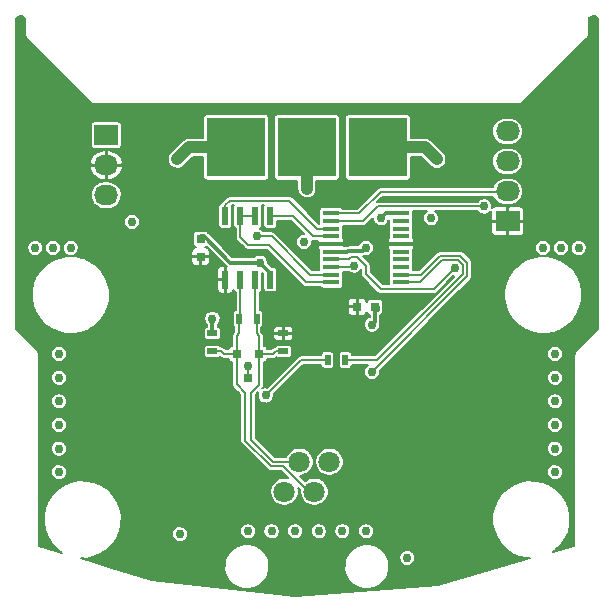
<source format=gbl>
G04 #@! TF.FileFunction,Copper,L4,Bot,Signal*
%FSLAX46Y46*%
G04 Gerber Fmt 4.6, Leading zero omitted, Abs format (unit mm)*
G04 Created by KiCad (PCBNEW 4.0.7) date Sun Apr  1 13:56:06 2018*
%MOMM*%
%LPD*%
G01*
G04 APERTURE LIST*
%ADD10C,0.150000*%
%ADD11R,5.000000X5.000000*%
%ADD12R,0.800000X0.750000*%
%ADD13R,0.750000X0.800000*%
%ADD14R,2.032000X1.727200*%
%ADD15O,2.032000X1.727200*%
%ADD16C,1.800000*%
%ADD17R,0.900000X0.500000*%
%ADD18R,0.500000X0.900000*%
%ADD19R,1.450000X0.450000*%
%ADD20R,0.800100X0.800100*%
%ADD21R,0.600000X1.550000*%
%ADD22C,0.762000*%
%ADD23C,0.200000*%
%ADD24C,1.000000*%
%ADD25C,0.300000*%
G04 APERTURE END LIST*
D10*
D11*
X181000000Y-167500000D03*
X175000000Y-167500000D03*
X169000000Y-167500000D03*
D12*
X179250000Y-181000000D03*
X180750000Y-181000000D03*
D13*
X166000000Y-176750000D03*
X166000000Y-175250000D03*
D14*
X158000000Y-166460000D03*
D15*
X158000000Y-169000000D03*
X158000000Y-171540000D03*
D16*
X173095000Y-196650000D03*
X174365000Y-194110000D03*
X175635000Y-196650000D03*
X176905000Y-194110000D03*
D14*
X192000000Y-173750000D03*
D15*
X192000000Y-171210000D03*
X192000000Y-168670000D03*
X192000000Y-166130000D03*
D17*
X167000000Y-183250000D03*
X167000000Y-184750000D03*
D18*
X169250000Y-182000000D03*
X170750000Y-182000000D03*
D17*
X173000000Y-184750000D03*
X173000000Y-183250000D03*
D18*
X178250000Y-185500000D03*
X176750000Y-185500000D03*
D19*
X182950000Y-173075000D03*
X182950000Y-173725000D03*
X182950000Y-174375000D03*
X182950000Y-175025000D03*
X182950000Y-175675000D03*
X182950000Y-176325000D03*
X182950000Y-176975000D03*
X182950000Y-177625000D03*
X182950000Y-178275000D03*
X182950000Y-178925000D03*
X177050000Y-178925000D03*
X177050000Y-178275000D03*
X177050000Y-177625000D03*
X177050000Y-176975000D03*
X177050000Y-176325000D03*
X177050000Y-175675000D03*
X177050000Y-175025000D03*
X177050000Y-174375000D03*
X177050000Y-173725000D03*
X177050000Y-173075000D03*
D20*
X169050000Y-184999240D03*
X170950000Y-184999240D03*
X170000000Y-186998220D03*
D21*
X168095000Y-173300000D03*
X169365000Y-173300000D03*
X170635000Y-173300000D03*
X171905000Y-173300000D03*
X171905000Y-178700000D03*
X170635000Y-178700000D03*
X169365000Y-178700000D03*
X168095000Y-178700000D03*
D22*
X183500000Y-202250000D03*
X198000000Y-176000000D03*
X195000000Y-176000000D03*
X196500000Y-176000000D03*
X155000000Y-176000000D03*
X152000000Y-176000000D03*
X153500000Y-176000000D03*
X164250000Y-200250000D03*
X185500000Y-173500000D03*
X174750000Y-175500000D03*
X160200000Y-173800000D03*
X164000000Y-168500000D03*
X175000000Y-171000000D03*
X186000000Y-168500000D03*
X190000000Y-172500000D03*
X180000000Y-176000000D03*
X196000000Y-195000000D03*
X196000000Y-191000000D03*
X196000000Y-187000000D03*
X196000000Y-185000000D03*
X196000000Y-189000000D03*
X196000000Y-193000000D03*
X154000000Y-195000000D03*
X154000000Y-189000000D03*
X154000000Y-185000000D03*
X154000000Y-187000000D03*
X154000000Y-191000000D03*
X154000000Y-193000000D03*
X178000000Y-200000000D03*
X176000000Y-200000000D03*
X172000000Y-200000000D03*
X170000000Y-200000000D03*
X174000000Y-200000000D03*
X180000000Y-200000000D03*
X180500000Y-182500000D03*
X167000000Y-182000000D03*
X171000000Y-177250000D03*
X170000000Y-186000000D03*
X181250000Y-173500000D03*
X187500000Y-189000000D03*
X171500000Y-188500000D03*
X187500000Y-177750000D03*
X179000000Y-177500000D03*
X170750000Y-175000000D03*
X180500000Y-186500000D03*
D23*
X169365000Y-173333000D02*
X169365000Y-175115000D01*
X174925360Y-178925360D02*
X177200920Y-178925360D01*
X171750000Y-175750000D02*
X174925360Y-178925360D01*
X170000000Y-175750000D02*
X171750000Y-175750000D01*
X169365000Y-175115000D02*
X170000000Y-175750000D01*
X169365000Y-173333000D02*
X170635000Y-173333000D01*
D24*
X169000000Y-167500000D02*
X165000000Y-167500000D01*
X165000000Y-167500000D02*
X164000000Y-168500000D01*
X175000000Y-167500000D02*
X175000000Y-171000000D01*
X185000000Y-167500000D02*
X181000000Y-167500000D01*
X186000000Y-168500000D02*
X185000000Y-167500000D01*
D23*
X168095000Y-173333000D02*
X168095000Y-172405000D01*
X175875000Y-174375000D02*
X177200920Y-174375000D01*
X173500000Y-172000000D02*
X175875000Y-174375000D01*
X168500000Y-172000000D02*
X173500000Y-172000000D01*
X168095000Y-172405000D02*
X168500000Y-172000000D01*
X177200920Y-173075000D02*
X179425000Y-173075000D01*
X181230000Y-171270000D02*
X192000000Y-171270000D01*
X179425000Y-173075000D02*
X181230000Y-171270000D01*
X177200920Y-173725000D02*
X179775000Y-173725000D01*
X179775000Y-173725000D02*
X181000000Y-172500000D01*
X181000000Y-172500000D02*
X190000000Y-172500000D01*
X177200920Y-175025000D02*
X175525000Y-175025000D01*
X173833000Y-173333000D02*
X171905000Y-173333000D01*
X175525000Y-175025000D02*
X173833000Y-173333000D01*
X178250000Y-185500000D02*
X180934302Y-185500000D01*
X182950000Y-178925000D02*
X184575000Y-178925000D01*
X186431001Y-177068999D02*
X187826881Y-177068999D01*
X184575000Y-178925000D02*
X186431001Y-177068999D01*
X187826881Y-177068999D02*
X188181001Y-177423119D01*
X188181001Y-177423119D02*
X188181001Y-178253301D01*
X188181001Y-178253301D02*
X180934302Y-185500000D01*
D25*
X178425600Y-176324400D02*
X178500000Y-176250000D01*
X178500000Y-176250000D02*
X179750000Y-176250000D01*
X180000000Y-176000000D02*
X179750000Y-176250000D01*
X178425600Y-176324400D02*
X177200920Y-176324400D01*
X180750000Y-181000000D02*
X180750000Y-182250000D01*
X180750000Y-182250000D02*
X180500000Y-182500000D01*
X181000000Y-181000000D02*
X181000000Y-181250000D01*
X167000000Y-183000000D02*
X167000000Y-182000000D01*
X166000000Y-175000000D02*
X166250000Y-175000000D01*
X171905000Y-178155000D02*
X171000000Y-177250000D01*
X171905000Y-178155000D02*
X171905000Y-178667000D01*
X168500000Y-177250000D02*
X171000000Y-177250000D01*
X166250000Y-175000000D02*
X168500000Y-177250000D01*
D23*
X170000000Y-187099820D02*
X170000000Y-186000000D01*
D25*
X182799080Y-173074160D02*
X181675840Y-173074160D01*
X181675840Y-173074160D02*
X181250000Y-173500000D01*
D23*
X171500000Y-188500000D02*
X174500000Y-185500000D01*
X174500000Y-185500000D02*
X176750000Y-185500000D01*
X172100000Y-185000000D02*
X172099240Y-184999240D01*
X172099240Y-184999240D02*
X170950000Y-184999240D01*
X173000000Y-184750000D02*
X172350000Y-184750000D01*
X172350000Y-184750000D02*
X172100000Y-185000000D01*
X170750000Y-183250000D02*
X170950000Y-183450000D01*
X170950000Y-183450000D02*
X170950000Y-184999240D01*
X170750000Y-182000000D02*
X170750000Y-183250000D01*
X170952500Y-184900180D02*
X170952500Y-187587752D01*
X170952500Y-187587752D02*
X170250000Y-188290252D01*
X170250000Y-188290252D02*
X170250000Y-192250000D01*
X170250000Y-192250000D02*
X172110000Y-194110000D01*
X172110000Y-194110000D02*
X174365000Y-194110000D01*
X170635000Y-181635000D02*
X170635000Y-178667000D01*
X167750000Y-184750000D02*
X167999240Y-184999240D01*
X167999240Y-184999240D02*
X169050000Y-184999240D01*
X167000000Y-184750000D02*
X167750000Y-184750000D01*
X169250000Y-183250000D02*
X169050000Y-183450000D01*
X169050000Y-183450000D02*
X169050000Y-184999240D01*
X169250000Y-182000000D02*
X169250000Y-183250000D01*
X169047500Y-184900180D02*
X169047500Y-187547500D01*
X169047500Y-187547500D02*
X169750000Y-188250000D01*
X169750000Y-188250000D02*
X169750000Y-192315698D01*
X169750000Y-192315698D02*
X171944304Y-194510002D01*
X171944304Y-194510002D02*
X173010002Y-194510002D01*
X173010002Y-194510002D02*
X175150000Y-196650000D01*
X169365000Y-181635000D02*
X169365000Y-178667000D01*
X177200920Y-176974640D02*
X178525360Y-176974640D01*
X180000000Y-178250000D02*
X181250000Y-179500000D01*
X181250000Y-179500000D02*
X185750000Y-179500000D01*
X185750000Y-179500000D02*
X187500000Y-177750000D01*
X180000000Y-177500000D02*
X180000000Y-178250000D01*
X179250000Y-176750000D02*
X180000000Y-177500000D01*
X178750000Y-176750000D02*
X179250000Y-176750000D01*
X178525360Y-176974640D02*
X178750000Y-176750000D01*
X178875120Y-177624880D02*
X177200920Y-177624880D01*
X179000000Y-177500000D02*
X178875120Y-177624880D01*
X175275120Y-178275120D02*
X177200920Y-178275120D01*
X172000000Y-175000000D02*
X175275120Y-178275120D01*
X170750000Y-175000000D02*
X172000000Y-175000000D01*
X170750000Y-175000000D02*
X170750000Y-175000000D01*
X182950000Y-178275000D02*
X184659302Y-178275000D01*
X184659302Y-178275000D02*
X186265311Y-176668991D01*
X186265311Y-176668991D02*
X187992571Y-176668991D01*
X187992571Y-176668991D02*
X188581011Y-177257430D01*
X188581011Y-177257430D02*
X188581011Y-178418989D01*
X188581011Y-178418989D02*
X188500000Y-178500000D01*
X188500000Y-178500000D02*
X180500000Y-186500000D01*
G36*
X199324638Y-156358734D02*
X199399211Y-156380682D01*
X199468109Y-156416701D01*
X199528691Y-156465409D01*
X199578659Y-156524960D01*
X199616112Y-156593086D01*
X199639617Y-156667185D01*
X199650000Y-156759749D01*
X199650000Y-182855026D01*
X197752513Y-184752513D01*
X197732028Y-184777452D01*
X197711210Y-184802262D01*
X197710322Y-184803878D01*
X197709156Y-184805297D01*
X197693887Y-184833772D01*
X197678303Y-184862120D01*
X197677747Y-184863873D01*
X197676876Y-184865497D01*
X197667420Y-184896428D01*
X197657648Y-184927231D01*
X197657443Y-184929061D01*
X197656905Y-184930820D01*
X197653639Y-184962974D01*
X197650034Y-184995113D01*
X197650009Y-184998709D01*
X197650002Y-184998778D01*
X197650008Y-184998842D01*
X197650000Y-185000000D01*
X197650000Y-201235599D01*
X195814256Y-201757239D01*
X196041513Y-201613018D01*
X196510171Y-201166721D01*
X196883216Y-200637895D01*
X197146442Y-200046682D01*
X197289820Y-199415601D01*
X197300141Y-198676418D01*
X197174440Y-198041580D01*
X196927825Y-197443248D01*
X196569690Y-196904212D01*
X196113677Y-196445004D01*
X195577154Y-196083114D01*
X194980558Y-195832328D01*
X194346613Y-195702198D01*
X193699465Y-195697680D01*
X193063765Y-195818947D01*
X192463726Y-196061378D01*
X191922202Y-196415741D01*
X191459822Y-196868537D01*
X191094196Y-197402521D01*
X190839251Y-197997351D01*
X190704698Y-198630373D01*
X190695663Y-199277473D01*
X190812488Y-199914004D01*
X191050725Y-200515722D01*
X191401298Y-201059706D01*
X191850856Y-201525236D01*
X192382273Y-201894581D01*
X192975310Y-202153672D01*
X193607376Y-202292641D01*
X193907928Y-202298937D01*
X186136606Y-204507215D01*
X173977689Y-205498931D01*
X161854858Y-204109753D01*
X158708320Y-203159757D01*
X168017503Y-203159757D01*
X168084766Y-203526245D01*
X168221932Y-203872688D01*
X168423778Y-204185891D01*
X168682614Y-204453924D01*
X168988582Y-204666577D01*
X169330027Y-204815750D01*
X169693944Y-204895763D01*
X170066471Y-204903566D01*
X170433420Y-204838863D01*
X170780812Y-204704119D01*
X171095417Y-204504465D01*
X171365250Y-204247506D01*
X171580034Y-203943030D01*
X171731587Y-203602635D01*
X171814138Y-203239285D01*
X171815248Y-203159757D01*
X178177503Y-203159757D01*
X178244766Y-203526245D01*
X178381932Y-203872688D01*
X178583778Y-204185891D01*
X178842614Y-204453924D01*
X179148582Y-204666577D01*
X179490027Y-204815750D01*
X179853944Y-204895763D01*
X180226471Y-204903566D01*
X180593420Y-204838863D01*
X180940812Y-204704119D01*
X181255417Y-204504465D01*
X181525250Y-204247506D01*
X181740034Y-203943030D01*
X181891587Y-203602635D01*
X181974138Y-203239285D01*
X181980081Y-202813695D01*
X181907708Y-202448183D01*
X181849624Y-202307260D01*
X182818105Y-202307260D01*
X182842213Y-202438617D01*
X182891377Y-202562790D01*
X182963722Y-202675048D01*
X183056495Y-202771117D01*
X183166160Y-202847336D01*
X183288541Y-202900803D01*
X183418977Y-202929481D01*
X183552498Y-202932278D01*
X183684020Y-202909087D01*
X183808533Y-202860792D01*
X183921294Y-202789232D01*
X184018008Y-202697132D01*
X184094991Y-202588002D01*
X184149311Y-202465997D01*
X184178899Y-202335765D01*
X184181029Y-202183225D01*
X184155089Y-202052217D01*
X184104197Y-201928743D01*
X184030291Y-201817506D01*
X183936186Y-201722742D01*
X183825467Y-201648061D01*
X183702352Y-201596308D01*
X183571528Y-201569454D01*
X183437981Y-201568521D01*
X183306795Y-201593546D01*
X183182969Y-201643575D01*
X183071218Y-201716703D01*
X182975800Y-201810144D01*
X182900348Y-201920338D01*
X182847736Y-202043090D01*
X182819970Y-202173722D01*
X182818105Y-202307260D01*
X181849624Y-202307260D01*
X181765717Y-202103688D01*
X181559519Y-201793334D01*
X181296965Y-201528942D01*
X180988058Y-201320581D01*
X180644564Y-201176189D01*
X180279565Y-201101266D01*
X179906965Y-201098664D01*
X179540956Y-201168484D01*
X179195478Y-201308066D01*
X178883692Y-201512093D01*
X178617473Y-201772794D01*
X178406961Y-202080239D01*
X178260175Y-202422718D01*
X178182705Y-202787184D01*
X178177503Y-203159757D01*
X171815248Y-203159757D01*
X171820081Y-202813695D01*
X171747708Y-202448183D01*
X171605717Y-202103688D01*
X171399519Y-201793334D01*
X171136965Y-201528942D01*
X170828058Y-201320581D01*
X170484564Y-201176189D01*
X170119565Y-201101266D01*
X169746965Y-201098664D01*
X169380956Y-201168484D01*
X169035478Y-201308066D01*
X168723692Y-201512093D01*
X168457473Y-201772794D01*
X168246961Y-202080239D01*
X168100175Y-202422718D01*
X168022705Y-202787184D01*
X168017503Y-203159757D01*
X158708320Y-203159757D01*
X155853360Y-202297794D01*
X156254398Y-202306194D01*
X156891729Y-202193815D01*
X157495095Y-201959785D01*
X158041513Y-201613018D01*
X158510171Y-201166721D01*
X158883216Y-200637895D01*
X159030424Y-200307260D01*
X163568105Y-200307260D01*
X163592213Y-200438617D01*
X163641377Y-200562790D01*
X163713722Y-200675048D01*
X163806495Y-200771117D01*
X163916160Y-200847336D01*
X164038541Y-200900803D01*
X164168977Y-200929481D01*
X164302498Y-200932278D01*
X164434020Y-200909087D01*
X164558533Y-200860792D01*
X164671294Y-200789232D01*
X164768008Y-200697132D01*
X164844991Y-200588002D01*
X164899311Y-200465997D01*
X164928899Y-200335765D01*
X164931029Y-200183225D01*
X164906088Y-200057260D01*
X169318105Y-200057260D01*
X169342213Y-200188617D01*
X169391377Y-200312790D01*
X169463722Y-200425048D01*
X169556495Y-200521117D01*
X169666160Y-200597336D01*
X169788541Y-200650803D01*
X169918977Y-200679481D01*
X170052498Y-200682278D01*
X170184020Y-200659087D01*
X170308533Y-200610792D01*
X170421294Y-200539232D01*
X170518008Y-200447132D01*
X170594991Y-200338002D01*
X170649311Y-200215997D01*
X170678899Y-200085765D01*
X170679297Y-200057260D01*
X171318105Y-200057260D01*
X171342213Y-200188617D01*
X171391377Y-200312790D01*
X171463722Y-200425048D01*
X171556495Y-200521117D01*
X171666160Y-200597336D01*
X171788541Y-200650803D01*
X171918977Y-200679481D01*
X172052498Y-200682278D01*
X172184020Y-200659087D01*
X172308533Y-200610792D01*
X172421294Y-200539232D01*
X172518008Y-200447132D01*
X172594991Y-200338002D01*
X172649311Y-200215997D01*
X172678899Y-200085765D01*
X172679297Y-200057260D01*
X173318105Y-200057260D01*
X173342213Y-200188617D01*
X173391377Y-200312790D01*
X173463722Y-200425048D01*
X173556495Y-200521117D01*
X173666160Y-200597336D01*
X173788541Y-200650803D01*
X173918977Y-200679481D01*
X174052498Y-200682278D01*
X174184020Y-200659087D01*
X174308533Y-200610792D01*
X174421294Y-200539232D01*
X174518008Y-200447132D01*
X174594991Y-200338002D01*
X174649311Y-200215997D01*
X174678899Y-200085765D01*
X174679297Y-200057260D01*
X175318105Y-200057260D01*
X175342213Y-200188617D01*
X175391377Y-200312790D01*
X175463722Y-200425048D01*
X175556495Y-200521117D01*
X175666160Y-200597336D01*
X175788541Y-200650803D01*
X175918977Y-200679481D01*
X176052498Y-200682278D01*
X176184020Y-200659087D01*
X176308533Y-200610792D01*
X176421294Y-200539232D01*
X176518008Y-200447132D01*
X176594991Y-200338002D01*
X176649311Y-200215997D01*
X176678899Y-200085765D01*
X176679297Y-200057260D01*
X177318105Y-200057260D01*
X177342213Y-200188617D01*
X177391377Y-200312790D01*
X177463722Y-200425048D01*
X177556495Y-200521117D01*
X177666160Y-200597336D01*
X177788541Y-200650803D01*
X177918977Y-200679481D01*
X178052498Y-200682278D01*
X178184020Y-200659087D01*
X178308533Y-200610792D01*
X178421294Y-200539232D01*
X178518008Y-200447132D01*
X178594991Y-200338002D01*
X178649311Y-200215997D01*
X178678899Y-200085765D01*
X178679297Y-200057260D01*
X179318105Y-200057260D01*
X179342213Y-200188617D01*
X179391377Y-200312790D01*
X179463722Y-200425048D01*
X179556495Y-200521117D01*
X179666160Y-200597336D01*
X179788541Y-200650803D01*
X179918977Y-200679481D01*
X180052498Y-200682278D01*
X180184020Y-200659087D01*
X180308533Y-200610792D01*
X180421294Y-200539232D01*
X180518008Y-200447132D01*
X180594991Y-200338002D01*
X180649311Y-200215997D01*
X180678899Y-200085765D01*
X180681029Y-199933225D01*
X180655089Y-199802217D01*
X180604197Y-199678743D01*
X180530291Y-199567506D01*
X180436186Y-199472742D01*
X180325467Y-199398061D01*
X180202352Y-199346308D01*
X180071528Y-199319454D01*
X179937981Y-199318521D01*
X179806795Y-199343546D01*
X179682969Y-199393575D01*
X179571218Y-199466703D01*
X179475800Y-199560144D01*
X179400348Y-199670338D01*
X179347736Y-199793090D01*
X179319970Y-199923722D01*
X179318105Y-200057260D01*
X178679297Y-200057260D01*
X178681029Y-199933225D01*
X178655089Y-199802217D01*
X178604197Y-199678743D01*
X178530291Y-199567506D01*
X178436186Y-199472742D01*
X178325467Y-199398061D01*
X178202352Y-199346308D01*
X178071528Y-199319454D01*
X177937981Y-199318521D01*
X177806795Y-199343546D01*
X177682969Y-199393575D01*
X177571218Y-199466703D01*
X177475800Y-199560144D01*
X177400348Y-199670338D01*
X177347736Y-199793090D01*
X177319970Y-199923722D01*
X177318105Y-200057260D01*
X176679297Y-200057260D01*
X176681029Y-199933225D01*
X176655089Y-199802217D01*
X176604197Y-199678743D01*
X176530291Y-199567506D01*
X176436186Y-199472742D01*
X176325467Y-199398061D01*
X176202352Y-199346308D01*
X176071528Y-199319454D01*
X175937981Y-199318521D01*
X175806795Y-199343546D01*
X175682969Y-199393575D01*
X175571218Y-199466703D01*
X175475800Y-199560144D01*
X175400348Y-199670338D01*
X175347736Y-199793090D01*
X175319970Y-199923722D01*
X175318105Y-200057260D01*
X174679297Y-200057260D01*
X174681029Y-199933225D01*
X174655089Y-199802217D01*
X174604197Y-199678743D01*
X174530291Y-199567506D01*
X174436186Y-199472742D01*
X174325467Y-199398061D01*
X174202352Y-199346308D01*
X174071528Y-199319454D01*
X173937981Y-199318521D01*
X173806795Y-199343546D01*
X173682969Y-199393575D01*
X173571218Y-199466703D01*
X173475800Y-199560144D01*
X173400348Y-199670338D01*
X173347736Y-199793090D01*
X173319970Y-199923722D01*
X173318105Y-200057260D01*
X172679297Y-200057260D01*
X172681029Y-199933225D01*
X172655089Y-199802217D01*
X172604197Y-199678743D01*
X172530291Y-199567506D01*
X172436186Y-199472742D01*
X172325467Y-199398061D01*
X172202352Y-199346308D01*
X172071528Y-199319454D01*
X171937981Y-199318521D01*
X171806795Y-199343546D01*
X171682969Y-199393575D01*
X171571218Y-199466703D01*
X171475800Y-199560144D01*
X171400348Y-199670338D01*
X171347736Y-199793090D01*
X171319970Y-199923722D01*
X171318105Y-200057260D01*
X170679297Y-200057260D01*
X170681029Y-199933225D01*
X170655089Y-199802217D01*
X170604197Y-199678743D01*
X170530291Y-199567506D01*
X170436186Y-199472742D01*
X170325467Y-199398061D01*
X170202352Y-199346308D01*
X170071528Y-199319454D01*
X169937981Y-199318521D01*
X169806795Y-199343546D01*
X169682969Y-199393575D01*
X169571218Y-199466703D01*
X169475800Y-199560144D01*
X169400348Y-199670338D01*
X169347736Y-199793090D01*
X169319970Y-199923722D01*
X169318105Y-200057260D01*
X164906088Y-200057260D01*
X164905089Y-200052217D01*
X164854197Y-199928743D01*
X164780291Y-199817506D01*
X164686186Y-199722742D01*
X164575467Y-199648061D01*
X164452352Y-199596308D01*
X164321528Y-199569454D01*
X164187981Y-199568521D01*
X164056795Y-199593546D01*
X163932969Y-199643575D01*
X163821218Y-199716703D01*
X163725800Y-199810144D01*
X163650348Y-199920338D01*
X163597736Y-200043090D01*
X163569970Y-200173722D01*
X163568105Y-200307260D01*
X159030424Y-200307260D01*
X159146442Y-200046682D01*
X159289820Y-199415601D01*
X159300141Y-198676418D01*
X159174440Y-198041580D01*
X158927825Y-197443248D01*
X158569690Y-196904212D01*
X158113677Y-196445004D01*
X157577154Y-196083114D01*
X156980558Y-195832328D01*
X156346613Y-195702198D01*
X155699465Y-195697680D01*
X155063765Y-195818947D01*
X154463726Y-196061378D01*
X153922202Y-196415741D01*
X153459822Y-196868537D01*
X153094196Y-197402521D01*
X152839251Y-197997351D01*
X152704698Y-198630373D01*
X152695663Y-199277473D01*
X152812488Y-199914004D01*
X153050725Y-200515722D01*
X153401298Y-201059706D01*
X153850856Y-201525236D01*
X154278140Y-201822207D01*
X152350000Y-201240067D01*
X152350000Y-195057260D01*
X153318105Y-195057260D01*
X153342213Y-195188617D01*
X153391377Y-195312790D01*
X153463722Y-195425048D01*
X153556495Y-195521117D01*
X153666160Y-195597336D01*
X153788541Y-195650803D01*
X153918977Y-195679481D01*
X154052498Y-195682278D01*
X154184020Y-195659087D01*
X154308533Y-195610792D01*
X154421294Y-195539232D01*
X154518008Y-195447132D01*
X154594991Y-195338002D01*
X154649311Y-195215997D01*
X154678899Y-195085765D01*
X154681029Y-194933225D01*
X154655089Y-194802217D01*
X154604197Y-194678743D01*
X154530291Y-194567506D01*
X154436186Y-194472742D01*
X154325467Y-194398061D01*
X154202352Y-194346308D01*
X154071528Y-194319454D01*
X153937981Y-194318521D01*
X153806795Y-194343546D01*
X153682969Y-194393575D01*
X153571218Y-194466703D01*
X153475800Y-194560144D01*
X153400348Y-194670338D01*
X153347736Y-194793090D01*
X153319970Y-194923722D01*
X153318105Y-195057260D01*
X152350000Y-195057260D01*
X152350000Y-193057260D01*
X153318105Y-193057260D01*
X153342213Y-193188617D01*
X153391377Y-193312790D01*
X153463722Y-193425048D01*
X153556495Y-193521117D01*
X153666160Y-193597336D01*
X153788541Y-193650803D01*
X153918977Y-193679481D01*
X154052498Y-193682278D01*
X154184020Y-193659087D01*
X154308533Y-193610792D01*
X154421294Y-193539232D01*
X154518008Y-193447132D01*
X154594991Y-193338002D01*
X154649311Y-193215997D01*
X154678899Y-193085765D01*
X154681029Y-192933225D01*
X154655089Y-192802217D01*
X154604197Y-192678743D01*
X154530291Y-192567506D01*
X154436186Y-192472742D01*
X154325467Y-192398061D01*
X154202352Y-192346308D01*
X154071528Y-192319454D01*
X153937981Y-192318521D01*
X153806795Y-192343546D01*
X153682969Y-192393575D01*
X153571218Y-192466703D01*
X153475800Y-192560144D01*
X153400348Y-192670338D01*
X153347736Y-192793090D01*
X153319970Y-192923722D01*
X153318105Y-193057260D01*
X152350000Y-193057260D01*
X152350000Y-191057260D01*
X153318105Y-191057260D01*
X153342213Y-191188617D01*
X153391377Y-191312790D01*
X153463722Y-191425048D01*
X153556495Y-191521117D01*
X153666160Y-191597336D01*
X153788541Y-191650803D01*
X153918977Y-191679481D01*
X154052498Y-191682278D01*
X154184020Y-191659087D01*
X154308533Y-191610792D01*
X154421294Y-191539232D01*
X154518008Y-191447132D01*
X154594991Y-191338002D01*
X154649311Y-191215997D01*
X154678899Y-191085765D01*
X154681029Y-190933225D01*
X154655089Y-190802217D01*
X154604197Y-190678743D01*
X154530291Y-190567506D01*
X154436186Y-190472742D01*
X154325467Y-190398061D01*
X154202352Y-190346308D01*
X154071528Y-190319454D01*
X153937981Y-190318521D01*
X153806795Y-190343546D01*
X153682969Y-190393575D01*
X153571218Y-190466703D01*
X153475800Y-190560144D01*
X153400348Y-190670338D01*
X153347736Y-190793090D01*
X153319970Y-190923722D01*
X153318105Y-191057260D01*
X152350000Y-191057260D01*
X152350000Y-189057260D01*
X153318105Y-189057260D01*
X153342213Y-189188617D01*
X153391377Y-189312790D01*
X153463722Y-189425048D01*
X153556495Y-189521117D01*
X153666160Y-189597336D01*
X153788541Y-189650803D01*
X153918977Y-189679481D01*
X154052498Y-189682278D01*
X154184020Y-189659087D01*
X154308533Y-189610792D01*
X154421294Y-189539232D01*
X154518008Y-189447132D01*
X154594991Y-189338002D01*
X154649311Y-189215997D01*
X154678899Y-189085765D01*
X154681029Y-188933225D01*
X154655089Y-188802217D01*
X154604197Y-188678743D01*
X154530291Y-188567506D01*
X154436186Y-188472742D01*
X154325467Y-188398061D01*
X154202352Y-188346308D01*
X154071528Y-188319454D01*
X153937981Y-188318521D01*
X153806795Y-188343546D01*
X153682969Y-188393575D01*
X153571218Y-188466703D01*
X153475800Y-188560144D01*
X153400348Y-188670338D01*
X153347736Y-188793090D01*
X153319970Y-188923722D01*
X153318105Y-189057260D01*
X152350000Y-189057260D01*
X152350000Y-187057260D01*
X153318105Y-187057260D01*
X153342213Y-187188617D01*
X153391377Y-187312790D01*
X153463722Y-187425048D01*
X153556495Y-187521117D01*
X153666160Y-187597336D01*
X153788541Y-187650803D01*
X153918977Y-187679481D01*
X154052498Y-187682278D01*
X154184020Y-187659087D01*
X154308533Y-187610792D01*
X154421294Y-187539232D01*
X154518008Y-187447132D01*
X154594991Y-187338002D01*
X154649311Y-187215997D01*
X154678899Y-187085765D01*
X154681029Y-186933225D01*
X154655089Y-186802217D01*
X154604197Y-186678743D01*
X154530291Y-186567506D01*
X154436186Y-186472742D01*
X154325467Y-186398061D01*
X154202352Y-186346308D01*
X154071528Y-186319454D01*
X153937981Y-186318521D01*
X153806795Y-186343546D01*
X153682969Y-186393575D01*
X153571218Y-186466703D01*
X153475800Y-186560144D01*
X153400348Y-186670338D01*
X153347736Y-186793090D01*
X153319970Y-186923722D01*
X153318105Y-187057260D01*
X152350000Y-187057260D01*
X152350000Y-185057260D01*
X153318105Y-185057260D01*
X153342213Y-185188617D01*
X153391377Y-185312790D01*
X153463722Y-185425048D01*
X153556495Y-185521117D01*
X153666160Y-185597336D01*
X153788541Y-185650803D01*
X153918977Y-185679481D01*
X154052498Y-185682278D01*
X154184020Y-185659087D01*
X154308533Y-185610792D01*
X154421294Y-185539232D01*
X154518008Y-185447132D01*
X154594991Y-185338002D01*
X154649311Y-185215997D01*
X154678899Y-185085765D01*
X154681029Y-184933225D01*
X154655089Y-184802217D01*
X154604197Y-184678743D01*
X154530291Y-184567506D01*
X154436186Y-184472742D01*
X154325467Y-184398061D01*
X154202352Y-184346308D01*
X154071528Y-184319454D01*
X153937981Y-184318521D01*
X153806795Y-184343546D01*
X153682969Y-184393575D01*
X153571218Y-184466703D01*
X153475800Y-184560144D01*
X153400348Y-184670338D01*
X153347736Y-184793090D01*
X153319970Y-184923722D01*
X153318105Y-185057260D01*
X152350000Y-185057260D01*
X152350000Y-185000000D01*
X152346841Y-184967788D01*
X152344027Y-184935616D01*
X152343513Y-184933849D01*
X152343334Y-184932018D01*
X152333990Y-184901067D01*
X152324970Y-184870022D01*
X152324124Y-184868389D01*
X152323591Y-184866625D01*
X152308422Y-184838096D01*
X152293535Y-184809376D01*
X152292384Y-184807934D01*
X152291522Y-184806313D01*
X152271119Y-184781296D01*
X152250919Y-184755992D01*
X152248396Y-184753435D01*
X152248350Y-184753378D01*
X152248297Y-184753334D01*
X152247487Y-184752513D01*
X150350000Y-182855026D01*
X150350000Y-180277473D01*
X151695663Y-180277473D01*
X151812488Y-180914004D01*
X152050725Y-181515722D01*
X152401298Y-182059706D01*
X152850856Y-182525236D01*
X153382273Y-182894581D01*
X153975310Y-183153672D01*
X154607376Y-183292641D01*
X155254398Y-183306194D01*
X155891729Y-183193815D01*
X156391414Y-183000000D01*
X166248549Y-183000000D01*
X166248549Y-183500000D01*
X166252359Y-183547774D01*
X166277452Y-183628803D01*
X166324126Y-183699634D01*
X166388685Y-183754657D01*
X166466018Y-183789516D01*
X166550000Y-183801451D01*
X167450000Y-183801451D01*
X167497774Y-183797641D01*
X167578803Y-183772548D01*
X167649634Y-183725874D01*
X167704657Y-183661315D01*
X167739516Y-183583982D01*
X167751451Y-183500000D01*
X167751451Y-183000000D01*
X167747641Y-182952226D01*
X167722548Y-182871197D01*
X167675874Y-182800366D01*
X167611315Y-182745343D01*
X167533982Y-182710484D01*
X167450000Y-182698549D01*
X167450000Y-182511895D01*
X167518008Y-182447132D01*
X167594991Y-182338002D01*
X167649311Y-182215997D01*
X167678899Y-182085765D01*
X167681029Y-181933225D01*
X167655089Y-181802217D01*
X167604197Y-181678743D01*
X167530291Y-181567506D01*
X167436186Y-181472742D01*
X167325467Y-181398061D01*
X167202352Y-181346308D01*
X167071528Y-181319454D01*
X166937981Y-181318521D01*
X166806795Y-181343546D01*
X166682969Y-181393575D01*
X166571218Y-181466703D01*
X166475800Y-181560144D01*
X166400348Y-181670338D01*
X166347736Y-181793090D01*
X166319970Y-181923722D01*
X166318105Y-182057260D01*
X166342213Y-182188617D01*
X166391377Y-182312790D01*
X166463722Y-182425048D01*
X166550000Y-182514391D01*
X166550000Y-182698549D01*
X166502226Y-182702359D01*
X166421197Y-182727452D01*
X166350366Y-182774126D01*
X166295343Y-182838685D01*
X166260484Y-182916018D01*
X166248549Y-183000000D01*
X156391414Y-183000000D01*
X156495095Y-182959785D01*
X157041513Y-182613018D01*
X157510171Y-182166721D01*
X157883216Y-181637895D01*
X158146442Y-181046682D01*
X158289820Y-180415601D01*
X158300141Y-179676418D01*
X158174440Y-179041580D01*
X158095477Y-178850000D01*
X167395000Y-178850000D01*
X167395000Y-179514397D01*
X167410372Y-179591676D01*
X167440525Y-179664471D01*
X167484300Y-179729986D01*
X167540015Y-179785701D01*
X167605529Y-179829476D01*
X167678325Y-179859628D01*
X167755604Y-179875000D01*
X167945000Y-179875000D01*
X168045000Y-179775000D01*
X168045000Y-178750000D01*
X167495000Y-178750000D01*
X167395000Y-178850000D01*
X158095477Y-178850000D01*
X157927825Y-178443248D01*
X157569690Y-177904212D01*
X157551211Y-177885603D01*
X167395000Y-177885603D01*
X167395000Y-178550000D01*
X167495000Y-178650000D01*
X168045000Y-178650000D01*
X168045000Y-177625000D01*
X167945000Y-177525000D01*
X167755604Y-177525000D01*
X167678325Y-177540372D01*
X167605529Y-177570524D01*
X167540015Y-177614299D01*
X167484300Y-177670014D01*
X167440525Y-177735529D01*
X167410372Y-177808324D01*
X167395000Y-177885603D01*
X157551211Y-177885603D01*
X157113677Y-177445004D01*
X156577154Y-177083114D01*
X156141544Y-176900000D01*
X165225000Y-176900000D01*
X165225000Y-177189397D01*
X165240372Y-177266676D01*
X165270525Y-177339471D01*
X165314300Y-177404986D01*
X165370015Y-177460701D01*
X165435529Y-177504476D01*
X165508325Y-177534628D01*
X165585604Y-177550000D01*
X165850000Y-177550000D01*
X165950000Y-177450000D01*
X165950000Y-176800000D01*
X166050000Y-176800000D01*
X166050000Y-177450000D01*
X166150000Y-177550000D01*
X166414396Y-177550000D01*
X166491675Y-177534628D01*
X166564471Y-177504476D01*
X166629985Y-177460701D01*
X166685700Y-177404986D01*
X166729475Y-177339471D01*
X166759628Y-177266676D01*
X166775000Y-177189397D01*
X166775000Y-176900000D01*
X166675000Y-176800000D01*
X166050000Y-176800000D01*
X165950000Y-176800000D01*
X165325000Y-176800000D01*
X165225000Y-176900000D01*
X156141544Y-176900000D01*
X155980558Y-176832328D01*
X155346613Y-176702198D01*
X154699465Y-176697680D01*
X154063765Y-176818947D01*
X153463726Y-177061378D01*
X152922202Y-177415741D01*
X152459822Y-177868537D01*
X152094196Y-178402521D01*
X151839251Y-178997351D01*
X151704698Y-179630373D01*
X151695663Y-180277473D01*
X150350000Y-180277473D01*
X150350000Y-176057260D01*
X151318105Y-176057260D01*
X151342213Y-176188617D01*
X151391377Y-176312790D01*
X151463722Y-176425048D01*
X151556495Y-176521117D01*
X151666160Y-176597336D01*
X151788541Y-176650803D01*
X151918977Y-176679481D01*
X152052498Y-176682278D01*
X152184020Y-176659087D01*
X152308533Y-176610792D01*
X152421294Y-176539232D01*
X152518008Y-176447132D01*
X152594991Y-176338002D01*
X152649311Y-176215997D01*
X152678899Y-176085765D01*
X152679297Y-176057260D01*
X152818105Y-176057260D01*
X152842213Y-176188617D01*
X152891377Y-176312790D01*
X152963722Y-176425048D01*
X153056495Y-176521117D01*
X153166160Y-176597336D01*
X153288541Y-176650803D01*
X153418977Y-176679481D01*
X153552498Y-176682278D01*
X153684020Y-176659087D01*
X153808533Y-176610792D01*
X153921294Y-176539232D01*
X154018008Y-176447132D01*
X154094991Y-176338002D01*
X154149311Y-176215997D01*
X154178899Y-176085765D01*
X154179297Y-176057260D01*
X154318105Y-176057260D01*
X154342213Y-176188617D01*
X154391377Y-176312790D01*
X154463722Y-176425048D01*
X154556495Y-176521117D01*
X154666160Y-176597336D01*
X154788541Y-176650803D01*
X154918977Y-176679481D01*
X155052498Y-176682278D01*
X155184020Y-176659087D01*
X155308533Y-176610792D01*
X155421294Y-176539232D01*
X155518008Y-176447132D01*
X155594991Y-176338002D01*
X155607189Y-176310603D01*
X165225000Y-176310603D01*
X165225000Y-176600000D01*
X165325000Y-176700000D01*
X165950000Y-176700000D01*
X165950000Y-176680000D01*
X166050000Y-176680000D01*
X166050000Y-176700000D01*
X166675000Y-176700000D01*
X166775000Y-176600000D01*
X166775000Y-176310603D01*
X166759628Y-176233324D01*
X166729475Y-176160529D01*
X166685700Y-176095014D01*
X166629985Y-176039299D01*
X166564471Y-175995524D01*
X166491675Y-175965372D01*
X166414396Y-175950000D01*
X166393194Y-175950000D01*
X166422774Y-175947641D01*
X166503803Y-175922548D01*
X166523303Y-175909699D01*
X168181802Y-177568198D01*
X168192783Y-177577217D01*
X168145000Y-177625000D01*
X168145000Y-178650000D01*
X168165000Y-178650000D01*
X168165000Y-178750000D01*
X168145000Y-178750000D01*
X168145000Y-179775000D01*
X168245000Y-179875000D01*
X168434396Y-179875000D01*
X168511675Y-179859628D01*
X168584471Y-179829476D01*
X168649985Y-179785701D01*
X168705700Y-179729986D01*
X168749475Y-179664471D01*
X168779628Y-179591676D01*
X168783175Y-179573845D01*
X168792452Y-179603803D01*
X168839126Y-179674634D01*
X168903685Y-179729657D01*
X168965000Y-179757296D01*
X168965000Y-181251340D01*
X168952226Y-181252359D01*
X168871197Y-181277452D01*
X168800366Y-181324126D01*
X168745343Y-181388685D01*
X168710484Y-181466018D01*
X168698549Y-181550000D01*
X168698549Y-182450000D01*
X168702359Y-182497774D01*
X168727452Y-182578803D01*
X168774126Y-182649634D01*
X168838685Y-182704657D01*
X168850000Y-182709757D01*
X168850000Y-183084314D01*
X168767157Y-183167157D01*
X168743677Y-183195742D01*
X168719955Y-183224013D01*
X168718942Y-183225855D01*
X168717606Y-183227482D01*
X168700142Y-183260053D01*
X168682346Y-183292423D01*
X168681710Y-183294429D01*
X168680716Y-183296282D01*
X168669925Y-183331579D01*
X168658741Y-183366835D01*
X168658506Y-183368929D01*
X168657892Y-183370938D01*
X168654159Y-183407687D01*
X168650039Y-183444415D01*
X168650010Y-183448522D01*
X168650002Y-183448604D01*
X168650009Y-183448680D01*
X168650000Y-183450000D01*
X168650000Y-184297739D01*
X168649950Y-184297739D01*
X168602176Y-184301549D01*
X168521147Y-184326642D01*
X168450316Y-184373316D01*
X168395293Y-184437875D01*
X168360434Y-184515208D01*
X168348499Y-184599190D01*
X168348499Y-184599240D01*
X168164925Y-184599240D01*
X168032843Y-184467157D01*
X168004258Y-184443677D01*
X167975987Y-184419955D01*
X167974145Y-184418942D01*
X167972518Y-184417606D01*
X167939947Y-184400142D01*
X167907577Y-184382346D01*
X167905571Y-184381710D01*
X167903718Y-184380716D01*
X167868421Y-184369925D01*
X167833165Y-184358741D01*
X167831071Y-184358506D01*
X167829062Y-184357892D01*
X167792313Y-184354159D01*
X167755585Y-184350039D01*
X167751478Y-184350010D01*
X167751396Y-184350002D01*
X167751320Y-184350009D01*
X167750000Y-184350000D01*
X167708580Y-184350000D01*
X167675874Y-184300366D01*
X167611315Y-184245343D01*
X167533982Y-184210484D01*
X167450000Y-184198549D01*
X166550000Y-184198549D01*
X166502226Y-184202359D01*
X166421197Y-184227452D01*
X166350366Y-184274126D01*
X166295343Y-184338685D01*
X166260484Y-184416018D01*
X166248549Y-184500000D01*
X166248549Y-185000000D01*
X166252359Y-185047774D01*
X166277452Y-185128803D01*
X166324126Y-185199634D01*
X166388685Y-185254657D01*
X166466018Y-185289516D01*
X166550000Y-185301451D01*
X167450000Y-185301451D01*
X167497774Y-185297641D01*
X167578803Y-185272548D01*
X167649634Y-185225874D01*
X167654491Y-185220176D01*
X167716398Y-185282083D01*
X167744958Y-185305542D01*
X167773253Y-185329285D01*
X167775095Y-185330298D01*
X167776722Y-185331634D01*
X167809293Y-185349098D01*
X167841663Y-185366894D01*
X167843669Y-185367530D01*
X167845522Y-185368524D01*
X167880860Y-185379328D01*
X167916075Y-185390499D01*
X167918164Y-185390733D01*
X167920178Y-185391349D01*
X167956977Y-185395087D01*
X167993655Y-185399201D01*
X167997762Y-185399230D01*
X167997844Y-185399238D01*
X167997920Y-185399231D01*
X167999240Y-185399240D01*
X168348499Y-185399240D01*
X168348499Y-185399290D01*
X168352309Y-185447064D01*
X168377402Y-185528093D01*
X168424076Y-185598924D01*
X168488635Y-185653947D01*
X168565968Y-185688806D01*
X168647500Y-185700393D01*
X168647500Y-187547500D01*
X168651107Y-187584284D01*
X168654326Y-187621080D01*
X168654913Y-187623099D01*
X168655118Y-187625194D01*
X168665801Y-187660577D01*
X168676106Y-187696047D01*
X168677074Y-187697915D01*
X168677682Y-187699928D01*
X168695031Y-187732558D01*
X168712032Y-187765355D01*
X168713344Y-187766998D01*
X168714332Y-187768857D01*
X168737702Y-187797511D01*
X168760736Y-187826366D01*
X168763624Y-187829296D01*
X168763672Y-187829354D01*
X168763726Y-187829399D01*
X168764657Y-187830343D01*
X169350000Y-188415686D01*
X169350000Y-192315698D01*
X169353607Y-192352482D01*
X169356826Y-192389278D01*
X169357413Y-192391297D01*
X169357618Y-192393392D01*
X169368301Y-192428775D01*
X169378606Y-192464245D01*
X169379574Y-192466113D01*
X169380182Y-192468126D01*
X169397531Y-192500756D01*
X169414532Y-192533553D01*
X169415844Y-192535196D01*
X169416832Y-192537055D01*
X169440202Y-192565709D01*
X169463236Y-192594564D01*
X169466124Y-192597494D01*
X169466172Y-192597552D01*
X169466226Y-192597597D01*
X169467157Y-192598541D01*
X171661461Y-194792844D01*
X171690016Y-194816300D01*
X171718317Y-194840047D01*
X171720159Y-194841060D01*
X171721786Y-194842396D01*
X171754322Y-194859841D01*
X171786727Y-194877656D01*
X171788737Y-194878294D01*
X171790586Y-194879285D01*
X171825850Y-194890066D01*
X171861139Y-194901261D01*
X171863232Y-194901496D01*
X171865241Y-194902110D01*
X171901951Y-194905839D01*
X171938719Y-194909963D01*
X171942837Y-194909992D01*
X171942908Y-194909999D01*
X171942974Y-194909993D01*
X171944304Y-194910002D01*
X172844316Y-194910002D01*
X173427492Y-195493178D01*
X173221041Y-195450800D01*
X172985715Y-195449157D01*
X172754551Y-195493253D01*
X172536355Y-195581410D01*
X172339437Y-195710270D01*
X172171299Y-195874923D01*
X172038344Y-196069099D01*
X171945637Y-196285401D01*
X171896709Y-196515590D01*
X171893423Y-196750899D01*
X171935905Y-196982365D01*
X172022536Y-197201171D01*
X172150018Y-197398984D01*
X172313493Y-197568267D01*
X172506736Y-197702575D01*
X172722385Y-197796790D01*
X172952228Y-197847324D01*
X173187508Y-197852252D01*
X173419265Y-197811387D01*
X173638671Y-197726285D01*
X173837368Y-197600188D01*
X174007789Y-197437898D01*
X174143442Y-197245598D01*
X174239160Y-197030612D01*
X174291298Y-196801128D01*
X174295051Y-196532334D01*
X174252686Y-196318372D01*
X174439022Y-196504708D01*
X174436709Y-196515590D01*
X174433423Y-196750899D01*
X174475905Y-196982365D01*
X174562536Y-197201171D01*
X174690018Y-197398984D01*
X174853493Y-197568267D01*
X175046736Y-197702575D01*
X175262385Y-197796790D01*
X175492228Y-197847324D01*
X175727508Y-197852252D01*
X175959265Y-197811387D01*
X176178671Y-197726285D01*
X176377368Y-197600188D01*
X176547789Y-197437898D01*
X176683442Y-197245598D01*
X176779160Y-197030612D01*
X176831298Y-196801128D01*
X176835051Y-196532334D01*
X176789342Y-196301484D01*
X176699664Y-196083908D01*
X176569433Y-195887895D01*
X176403610Y-195720911D01*
X176208511Y-195589314D01*
X175991567Y-195498120D01*
X175761041Y-195450800D01*
X175525715Y-195449157D01*
X175294551Y-195493253D01*
X175076355Y-195581410D01*
X174879437Y-195710270D01*
X174827155Y-195761469D01*
X174376236Y-195310550D01*
X174457508Y-195312252D01*
X174689265Y-195271387D01*
X174908671Y-195186285D01*
X175107368Y-195060188D01*
X175277789Y-194897898D01*
X175413442Y-194705598D01*
X175509160Y-194490612D01*
X175561298Y-194261128D01*
X175561999Y-194210899D01*
X175703423Y-194210899D01*
X175745905Y-194442365D01*
X175832536Y-194661171D01*
X175960018Y-194858984D01*
X176123493Y-195028267D01*
X176316736Y-195162575D01*
X176532385Y-195256790D01*
X176762228Y-195307324D01*
X176997508Y-195312252D01*
X177229265Y-195271387D01*
X177448671Y-195186285D01*
X177647368Y-195060188D01*
X177650442Y-195057260D01*
X195318105Y-195057260D01*
X195342213Y-195188617D01*
X195391377Y-195312790D01*
X195463722Y-195425048D01*
X195556495Y-195521117D01*
X195666160Y-195597336D01*
X195788541Y-195650803D01*
X195918977Y-195679481D01*
X196052498Y-195682278D01*
X196184020Y-195659087D01*
X196308533Y-195610792D01*
X196421294Y-195539232D01*
X196518008Y-195447132D01*
X196594991Y-195338002D01*
X196649311Y-195215997D01*
X196678899Y-195085765D01*
X196681029Y-194933225D01*
X196655089Y-194802217D01*
X196604197Y-194678743D01*
X196530291Y-194567506D01*
X196436186Y-194472742D01*
X196325467Y-194398061D01*
X196202352Y-194346308D01*
X196071528Y-194319454D01*
X195937981Y-194318521D01*
X195806795Y-194343546D01*
X195682969Y-194393575D01*
X195571218Y-194466703D01*
X195475800Y-194560144D01*
X195400348Y-194670338D01*
X195347736Y-194793090D01*
X195319970Y-194923722D01*
X195318105Y-195057260D01*
X177650442Y-195057260D01*
X177817789Y-194897898D01*
X177953442Y-194705598D01*
X178049160Y-194490612D01*
X178101298Y-194261128D01*
X178105051Y-193992334D01*
X178059342Y-193761484D01*
X177969664Y-193543908D01*
X177839433Y-193347895D01*
X177673610Y-193180911D01*
X177490292Y-193057260D01*
X195318105Y-193057260D01*
X195342213Y-193188617D01*
X195391377Y-193312790D01*
X195463722Y-193425048D01*
X195556495Y-193521117D01*
X195666160Y-193597336D01*
X195788541Y-193650803D01*
X195918977Y-193679481D01*
X196052498Y-193682278D01*
X196184020Y-193659087D01*
X196308533Y-193610792D01*
X196421294Y-193539232D01*
X196518008Y-193447132D01*
X196594991Y-193338002D01*
X196649311Y-193215997D01*
X196678899Y-193085765D01*
X196681029Y-192933225D01*
X196655089Y-192802217D01*
X196604197Y-192678743D01*
X196530291Y-192567506D01*
X196436186Y-192472742D01*
X196325467Y-192398061D01*
X196202352Y-192346308D01*
X196071528Y-192319454D01*
X195937981Y-192318521D01*
X195806795Y-192343546D01*
X195682969Y-192393575D01*
X195571218Y-192466703D01*
X195475800Y-192560144D01*
X195400348Y-192670338D01*
X195347736Y-192793090D01*
X195319970Y-192923722D01*
X195318105Y-193057260D01*
X177490292Y-193057260D01*
X177478511Y-193049314D01*
X177261567Y-192958120D01*
X177031041Y-192910800D01*
X176795715Y-192909157D01*
X176564551Y-192953253D01*
X176346355Y-193041410D01*
X176149437Y-193170270D01*
X175981299Y-193334923D01*
X175848344Y-193529099D01*
X175755637Y-193745401D01*
X175706709Y-193975590D01*
X175703423Y-194210899D01*
X175561999Y-194210899D01*
X175565051Y-193992334D01*
X175519342Y-193761484D01*
X175429664Y-193543908D01*
X175299433Y-193347895D01*
X175133610Y-193180911D01*
X174938511Y-193049314D01*
X174721567Y-192958120D01*
X174491041Y-192910800D01*
X174255715Y-192909157D01*
X174024551Y-192953253D01*
X173806355Y-193041410D01*
X173609437Y-193170270D01*
X173441299Y-193334923D01*
X173308344Y-193529099D01*
X173230810Y-193710000D01*
X172275686Y-193710000D01*
X170650000Y-192084314D01*
X170650000Y-191057260D01*
X195318105Y-191057260D01*
X195342213Y-191188617D01*
X195391377Y-191312790D01*
X195463722Y-191425048D01*
X195556495Y-191521117D01*
X195666160Y-191597336D01*
X195788541Y-191650803D01*
X195918977Y-191679481D01*
X196052498Y-191682278D01*
X196184020Y-191659087D01*
X196308533Y-191610792D01*
X196421294Y-191539232D01*
X196518008Y-191447132D01*
X196594991Y-191338002D01*
X196649311Y-191215997D01*
X196678899Y-191085765D01*
X196681029Y-190933225D01*
X196655089Y-190802217D01*
X196604197Y-190678743D01*
X196530291Y-190567506D01*
X196436186Y-190472742D01*
X196325467Y-190398061D01*
X196202352Y-190346308D01*
X196071528Y-190319454D01*
X195937981Y-190318521D01*
X195806795Y-190343546D01*
X195682969Y-190393575D01*
X195571218Y-190466703D01*
X195475800Y-190560144D01*
X195400348Y-190670338D01*
X195347736Y-190793090D01*
X195319970Y-190923722D01*
X195318105Y-191057260D01*
X170650000Y-191057260D01*
X170650000Y-188455938D01*
X170873905Y-188232033D01*
X170847736Y-188293090D01*
X170819970Y-188423722D01*
X170818105Y-188557260D01*
X170842213Y-188688617D01*
X170891377Y-188812790D01*
X170963722Y-188925048D01*
X171056495Y-189021117D01*
X171166160Y-189097336D01*
X171288541Y-189150803D01*
X171418977Y-189179481D01*
X171552498Y-189182278D01*
X171684020Y-189159087D01*
X171808533Y-189110792D01*
X171892886Y-189057260D01*
X195318105Y-189057260D01*
X195342213Y-189188617D01*
X195391377Y-189312790D01*
X195463722Y-189425048D01*
X195556495Y-189521117D01*
X195666160Y-189597336D01*
X195788541Y-189650803D01*
X195918977Y-189679481D01*
X196052498Y-189682278D01*
X196184020Y-189659087D01*
X196308533Y-189610792D01*
X196421294Y-189539232D01*
X196518008Y-189447132D01*
X196594991Y-189338002D01*
X196649311Y-189215997D01*
X196678899Y-189085765D01*
X196681029Y-188933225D01*
X196655089Y-188802217D01*
X196604197Y-188678743D01*
X196530291Y-188567506D01*
X196436186Y-188472742D01*
X196325467Y-188398061D01*
X196202352Y-188346308D01*
X196071528Y-188319454D01*
X195937981Y-188318521D01*
X195806795Y-188343546D01*
X195682969Y-188393575D01*
X195571218Y-188466703D01*
X195475800Y-188560144D01*
X195400348Y-188670338D01*
X195347736Y-188793090D01*
X195319970Y-188923722D01*
X195318105Y-189057260D01*
X171892886Y-189057260D01*
X171921294Y-189039232D01*
X172018008Y-188947132D01*
X172094991Y-188838002D01*
X172149311Y-188715997D01*
X172178899Y-188585765D01*
X172181029Y-188433225D01*
X172173002Y-188392684D01*
X174665685Y-185900000D01*
X176198549Y-185900000D01*
X176198549Y-185950000D01*
X176202359Y-185997774D01*
X176227452Y-186078803D01*
X176274126Y-186149634D01*
X176338685Y-186204657D01*
X176416018Y-186239516D01*
X176500000Y-186251451D01*
X177000000Y-186251451D01*
X177047774Y-186247641D01*
X177128803Y-186222548D01*
X177199634Y-186175874D01*
X177254657Y-186111315D01*
X177289516Y-186033982D01*
X177301451Y-185950000D01*
X177301451Y-185050000D01*
X177297641Y-185002226D01*
X177272548Y-184921197D01*
X177225874Y-184850366D01*
X177161315Y-184795343D01*
X177083982Y-184760484D01*
X177000000Y-184748549D01*
X176500000Y-184748549D01*
X176452226Y-184752359D01*
X176371197Y-184777452D01*
X176300366Y-184824126D01*
X176245343Y-184888685D01*
X176210484Y-184966018D01*
X176198549Y-185050000D01*
X176198549Y-185100000D01*
X174500000Y-185100000D01*
X174463216Y-185103607D01*
X174426420Y-185106826D01*
X174424401Y-185107413D01*
X174422306Y-185107618D01*
X174386970Y-185118287D01*
X174351453Y-185128605D01*
X174349581Y-185129576D01*
X174347572Y-185130182D01*
X174315017Y-185147492D01*
X174282145Y-185164531D01*
X174280498Y-185165846D01*
X174278643Y-185166832D01*
X174250047Y-185190155D01*
X174221134Y-185213235D01*
X174218207Y-185216122D01*
X174218146Y-185216172D01*
X174218099Y-185216229D01*
X174217158Y-185217157D01*
X171607480Y-187826834D01*
X171571528Y-187819454D01*
X171437981Y-187818521D01*
X171306795Y-187843546D01*
X171232290Y-187873648D01*
X171235343Y-187870595D01*
X171258823Y-187842010D01*
X171282545Y-187813739D01*
X171283558Y-187811897D01*
X171284894Y-187810270D01*
X171302358Y-187777699D01*
X171320154Y-187745329D01*
X171320790Y-187743323D01*
X171321784Y-187741470D01*
X171332575Y-187706173D01*
X171343759Y-187670917D01*
X171343994Y-187668823D01*
X171344608Y-187666814D01*
X171348341Y-187630065D01*
X171352461Y-187593337D01*
X171352490Y-187589230D01*
X171352498Y-187589148D01*
X171352491Y-187589072D01*
X171352500Y-187587752D01*
X171352500Y-185700546D01*
X171397824Y-185696931D01*
X171478853Y-185671838D01*
X171549684Y-185625164D01*
X171604707Y-185560605D01*
X171639566Y-185483272D01*
X171651501Y-185399290D01*
X171651501Y-185399240D01*
X172089017Y-185399240D01*
X172095811Y-185399978D01*
X172097206Y-185399856D01*
X172098604Y-185399998D01*
X172136146Y-185396449D01*
X172173580Y-185393174D01*
X172174925Y-185392783D01*
X172176324Y-185392651D01*
X172212438Y-185381885D01*
X172248547Y-185371394D01*
X172249792Y-185370749D01*
X172251136Y-185370348D01*
X172284449Y-185352784D01*
X172317855Y-185335468D01*
X172318950Y-185334594D01*
X172320192Y-185333939D01*
X172349489Y-185310215D01*
X172378866Y-185286764D01*
X172380782Y-185284875D01*
X172380861Y-185284811D01*
X172380926Y-185284733D01*
X172382843Y-185282843D01*
X172404086Y-185261599D01*
X172466018Y-185289516D01*
X172550000Y-185301451D01*
X173450000Y-185301451D01*
X173497774Y-185297641D01*
X173578803Y-185272548D01*
X173649634Y-185225874D01*
X173704657Y-185161315D01*
X173739516Y-185083982D01*
X173751451Y-185000000D01*
X173751451Y-184500000D01*
X173747641Y-184452226D01*
X173722548Y-184371197D01*
X173675874Y-184300366D01*
X173611315Y-184245343D01*
X173533982Y-184210484D01*
X173450000Y-184198549D01*
X172550000Y-184198549D01*
X172502226Y-184202359D01*
X172421197Y-184227452D01*
X172350366Y-184274126D01*
X172295343Y-184338685D01*
X172287607Y-184355847D01*
X172276420Y-184356826D01*
X172274401Y-184357413D01*
X172272306Y-184357618D01*
X172236923Y-184368301D01*
X172201453Y-184378606D01*
X172199585Y-184379574D01*
X172197572Y-184380182D01*
X172164963Y-184397521D01*
X172132144Y-184414532D01*
X172130499Y-184415845D01*
X172128643Y-184416832D01*
X172100011Y-184440184D01*
X172071134Y-184463236D01*
X172068209Y-184466121D01*
X172068146Y-184466172D01*
X172068098Y-184466230D01*
X172067157Y-184467158D01*
X171935074Y-184599240D01*
X171651501Y-184599240D01*
X171651501Y-184599190D01*
X171647691Y-184551416D01*
X171622598Y-184470387D01*
X171575924Y-184399556D01*
X171511365Y-184344533D01*
X171434032Y-184309674D01*
X171350050Y-184297739D01*
X171350000Y-184297739D01*
X171350000Y-183450000D01*
X171346393Y-183413216D01*
X171345237Y-183400000D01*
X172150000Y-183400000D01*
X172150000Y-183539397D01*
X172165372Y-183616676D01*
X172195525Y-183689471D01*
X172239300Y-183754986D01*
X172295015Y-183810701D01*
X172360529Y-183854476D01*
X172433325Y-183884628D01*
X172510604Y-183900000D01*
X172850000Y-183900000D01*
X172950000Y-183800000D01*
X172950000Y-183300000D01*
X173050000Y-183300000D01*
X173050000Y-183800000D01*
X173150000Y-183900000D01*
X173489396Y-183900000D01*
X173566675Y-183884628D01*
X173639471Y-183854476D01*
X173704985Y-183810701D01*
X173760700Y-183754986D01*
X173804475Y-183689471D01*
X173834628Y-183616676D01*
X173850000Y-183539397D01*
X173850000Y-183400000D01*
X173750000Y-183300000D01*
X173050000Y-183300000D01*
X172950000Y-183300000D01*
X172250000Y-183300000D01*
X172150000Y-183400000D01*
X171345237Y-183400000D01*
X171343174Y-183376420D01*
X171342587Y-183374401D01*
X171342382Y-183372306D01*
X171331713Y-183336970D01*
X171321395Y-183301453D01*
X171320424Y-183299581D01*
X171319818Y-183297572D01*
X171302508Y-183265017D01*
X171285469Y-183232145D01*
X171284154Y-183230498D01*
X171283168Y-183228643D01*
X171259845Y-183200047D01*
X171236765Y-183171134D01*
X171233873Y-183168201D01*
X171233828Y-183168146D01*
X171233775Y-183168103D01*
X171232843Y-183167157D01*
X171150000Y-183084314D01*
X171150000Y-182960603D01*
X172150000Y-182960603D01*
X172150000Y-183100000D01*
X172250000Y-183200000D01*
X172950000Y-183200000D01*
X172950000Y-182700000D01*
X173050000Y-182700000D01*
X173050000Y-183200000D01*
X173750000Y-183200000D01*
X173850000Y-183100000D01*
X173850000Y-182960603D01*
X173834628Y-182883324D01*
X173804475Y-182810529D01*
X173760700Y-182745014D01*
X173704985Y-182689299D01*
X173639471Y-182645524D01*
X173566675Y-182615372D01*
X173489396Y-182600000D01*
X173150000Y-182600000D01*
X173050000Y-182700000D01*
X172950000Y-182700000D01*
X172850000Y-182600000D01*
X172510604Y-182600000D01*
X172433325Y-182615372D01*
X172360529Y-182645524D01*
X172295015Y-182689299D01*
X172239300Y-182745014D01*
X172195525Y-182810529D01*
X172165372Y-182883324D01*
X172150000Y-182960603D01*
X171150000Y-182960603D01*
X171150000Y-182708580D01*
X171199634Y-182675874D01*
X171254657Y-182611315D01*
X171289516Y-182533982D01*
X171301451Y-182450000D01*
X171301451Y-181550000D01*
X171297641Y-181502226D01*
X171272548Y-181421197D01*
X171225874Y-181350366D01*
X171161315Y-181295343D01*
X171083982Y-181260484D01*
X171035000Y-181253523D01*
X171035000Y-181150000D01*
X178450000Y-181150000D01*
X178450000Y-181414396D01*
X178465372Y-181491675D01*
X178495524Y-181564471D01*
X178539299Y-181629985D01*
X178595014Y-181685700D01*
X178660529Y-181729475D01*
X178733324Y-181759628D01*
X178810603Y-181775000D01*
X179100000Y-181775000D01*
X179200000Y-181675000D01*
X179200000Y-181050000D01*
X178550000Y-181050000D01*
X178450000Y-181150000D01*
X171035000Y-181150000D01*
X171035000Y-180585604D01*
X178450000Y-180585604D01*
X178450000Y-180850000D01*
X178550000Y-180950000D01*
X179200000Y-180950000D01*
X179200000Y-180325000D01*
X179300000Y-180325000D01*
X179300000Y-180950000D01*
X179320000Y-180950000D01*
X179320000Y-181050000D01*
X179300000Y-181050000D01*
X179300000Y-181675000D01*
X179400000Y-181775000D01*
X179689397Y-181775000D01*
X179766676Y-181759628D01*
X179839471Y-181729475D01*
X179904986Y-181685700D01*
X179960701Y-181629985D01*
X180004476Y-181564471D01*
X180034628Y-181491675D01*
X180050000Y-181414396D01*
X180050000Y-181393194D01*
X180052359Y-181422774D01*
X180077452Y-181503803D01*
X180124126Y-181574634D01*
X180188685Y-181629657D01*
X180266018Y-181664516D01*
X180300000Y-181669345D01*
X180300000Y-181846291D01*
X180182969Y-181893575D01*
X180071218Y-181966703D01*
X179975800Y-182060144D01*
X179900348Y-182170338D01*
X179847736Y-182293090D01*
X179819970Y-182423722D01*
X179818105Y-182557260D01*
X179842213Y-182688617D01*
X179891377Y-182812790D01*
X179963722Y-182925048D01*
X180056495Y-183021117D01*
X180166160Y-183097336D01*
X180288541Y-183150803D01*
X180418977Y-183179481D01*
X180552498Y-183182278D01*
X180684020Y-183159087D01*
X180808533Y-183110792D01*
X180921294Y-183039232D01*
X181018008Y-182947132D01*
X181094991Y-182838002D01*
X181149311Y-182715997D01*
X181178899Y-182585765D01*
X181181029Y-182433225D01*
X181173667Y-182396041D01*
X181177614Y-182383131D01*
X181190166Y-182343560D01*
X181190429Y-182341213D01*
X181191122Y-182338947D01*
X181195325Y-182297571D01*
X181199956Y-182256283D01*
X181199988Y-182251656D01*
X181199997Y-182251571D01*
X181199990Y-182251492D01*
X181200000Y-182250000D01*
X181200000Y-181671952D01*
X181278803Y-181647548D01*
X181349634Y-181600874D01*
X181404657Y-181536315D01*
X181439516Y-181458982D01*
X181451451Y-181375000D01*
X181451451Y-180625000D01*
X181447641Y-180577226D01*
X181422548Y-180496197D01*
X181375874Y-180425366D01*
X181311315Y-180370343D01*
X181233982Y-180335484D01*
X181150000Y-180323549D01*
X180350000Y-180323549D01*
X180302226Y-180327359D01*
X180221197Y-180352452D01*
X180150366Y-180399126D01*
X180095343Y-180463685D01*
X180060484Y-180541018D01*
X180050000Y-180614790D01*
X180050000Y-180585604D01*
X180034628Y-180508325D01*
X180004476Y-180435529D01*
X179960701Y-180370015D01*
X179904986Y-180314300D01*
X179839471Y-180270525D01*
X179766676Y-180240372D01*
X179689397Y-180225000D01*
X179400000Y-180225000D01*
X179300000Y-180325000D01*
X179200000Y-180325000D01*
X179100000Y-180225000D01*
X178810603Y-180225000D01*
X178733324Y-180240372D01*
X178660529Y-180270525D01*
X178595014Y-180314300D01*
X178539299Y-180370015D01*
X178495524Y-180435529D01*
X178465372Y-180508325D01*
X178450000Y-180585604D01*
X171035000Y-180585604D01*
X171035000Y-179756468D01*
X171063803Y-179747548D01*
X171134634Y-179700874D01*
X171189657Y-179636315D01*
X171224516Y-179558982D01*
X171236451Y-179475000D01*
X171236451Y-178122847D01*
X171303549Y-178189945D01*
X171303549Y-179475000D01*
X171307359Y-179522774D01*
X171332452Y-179603803D01*
X171379126Y-179674634D01*
X171443685Y-179729657D01*
X171521018Y-179764516D01*
X171605000Y-179776451D01*
X172205000Y-179776451D01*
X172252774Y-179772641D01*
X172333803Y-179747548D01*
X172404634Y-179700874D01*
X172459657Y-179636315D01*
X172494516Y-179558982D01*
X172506451Y-179475000D01*
X172506451Y-177925000D01*
X172502641Y-177877226D01*
X172477548Y-177796197D01*
X172430874Y-177725366D01*
X172366315Y-177670343D01*
X172288982Y-177635484D01*
X172205000Y-177623549D01*
X172009945Y-177623549D01*
X171679495Y-177293099D01*
X171681029Y-177183225D01*
X171655089Y-177052217D01*
X171604197Y-176928743D01*
X171530291Y-176817506D01*
X171436186Y-176722742D01*
X171325467Y-176648061D01*
X171202352Y-176596308D01*
X171071528Y-176569454D01*
X170937981Y-176568521D01*
X170806795Y-176593546D01*
X170682969Y-176643575D01*
X170571218Y-176716703D01*
X170486159Y-176800000D01*
X168686396Y-176800000D01*
X166665472Y-174779076D01*
X166647548Y-174721197D01*
X166600874Y-174650366D01*
X166536315Y-174595343D01*
X166458982Y-174560484D01*
X166375000Y-174548549D01*
X165625000Y-174548549D01*
X165577226Y-174552359D01*
X165496197Y-174577452D01*
X165425366Y-174624126D01*
X165370343Y-174688685D01*
X165335484Y-174766018D01*
X165323549Y-174850000D01*
X165323549Y-175650000D01*
X165327359Y-175697774D01*
X165352452Y-175778803D01*
X165399126Y-175849634D01*
X165463685Y-175904657D01*
X165541018Y-175939516D01*
X165614790Y-175950000D01*
X165585604Y-175950000D01*
X165508325Y-175965372D01*
X165435529Y-175995524D01*
X165370015Y-176039299D01*
X165314300Y-176095014D01*
X165270525Y-176160529D01*
X165240372Y-176233324D01*
X165225000Y-176310603D01*
X155607189Y-176310603D01*
X155649311Y-176215997D01*
X155678899Y-176085765D01*
X155681029Y-175933225D01*
X155655089Y-175802217D01*
X155604197Y-175678743D01*
X155530291Y-175567506D01*
X155436186Y-175472742D01*
X155325467Y-175398061D01*
X155202352Y-175346308D01*
X155071528Y-175319454D01*
X154937981Y-175318521D01*
X154806795Y-175343546D01*
X154682969Y-175393575D01*
X154571218Y-175466703D01*
X154475800Y-175560144D01*
X154400348Y-175670338D01*
X154347736Y-175793090D01*
X154319970Y-175923722D01*
X154318105Y-176057260D01*
X154179297Y-176057260D01*
X154181029Y-175933225D01*
X154155089Y-175802217D01*
X154104197Y-175678743D01*
X154030291Y-175567506D01*
X153936186Y-175472742D01*
X153825467Y-175398061D01*
X153702352Y-175346308D01*
X153571528Y-175319454D01*
X153437981Y-175318521D01*
X153306795Y-175343546D01*
X153182969Y-175393575D01*
X153071218Y-175466703D01*
X152975800Y-175560144D01*
X152900348Y-175670338D01*
X152847736Y-175793090D01*
X152819970Y-175923722D01*
X152818105Y-176057260D01*
X152679297Y-176057260D01*
X152681029Y-175933225D01*
X152655089Y-175802217D01*
X152604197Y-175678743D01*
X152530291Y-175567506D01*
X152436186Y-175472742D01*
X152325467Y-175398061D01*
X152202352Y-175346308D01*
X152071528Y-175319454D01*
X151937981Y-175318521D01*
X151806795Y-175343546D01*
X151682969Y-175393575D01*
X151571218Y-175466703D01*
X151475800Y-175560144D01*
X151400348Y-175670338D01*
X151347736Y-175793090D01*
X151319970Y-175923722D01*
X151318105Y-176057260D01*
X150350000Y-176057260D01*
X150350000Y-173857260D01*
X159518105Y-173857260D01*
X159542213Y-173988617D01*
X159591377Y-174112790D01*
X159663722Y-174225048D01*
X159756495Y-174321117D01*
X159866160Y-174397336D01*
X159988541Y-174450803D01*
X160118977Y-174479481D01*
X160252498Y-174482278D01*
X160384020Y-174459087D01*
X160508533Y-174410792D01*
X160621294Y-174339232D01*
X160718008Y-174247132D01*
X160794991Y-174138002D01*
X160849311Y-174015997D01*
X160878899Y-173885765D01*
X160881029Y-173733225D01*
X160855089Y-173602217D01*
X160804197Y-173478743D01*
X160730291Y-173367506D01*
X160636186Y-173272742D01*
X160525467Y-173198061D01*
X160402352Y-173146308D01*
X160271528Y-173119454D01*
X160137981Y-173118521D01*
X160006795Y-173143546D01*
X159882969Y-173193575D01*
X159771218Y-173266703D01*
X159675800Y-173360144D01*
X159600348Y-173470338D01*
X159547736Y-173593090D01*
X159519970Y-173723722D01*
X159518105Y-173857260D01*
X150350000Y-173857260D01*
X150350000Y-171531877D01*
X156677660Y-171531877D01*
X156698243Y-171758037D01*
X156762361Y-171975892D01*
X156867573Y-172177145D01*
X157009872Y-172354128D01*
X157183836Y-172500102D01*
X157382841Y-172609506D01*
X157599306Y-172678173D01*
X157824986Y-172703487D01*
X157841232Y-172703600D01*
X158158768Y-172703600D01*
X158384779Y-172681439D01*
X158602181Y-172615802D01*
X158772954Y-172525000D01*
X167493549Y-172525000D01*
X167493549Y-174075000D01*
X167497359Y-174122774D01*
X167522452Y-174203803D01*
X167569126Y-174274634D01*
X167633685Y-174329657D01*
X167711018Y-174364516D01*
X167795000Y-174376451D01*
X168395000Y-174376451D01*
X168442774Y-174372641D01*
X168523803Y-174347548D01*
X168594634Y-174300874D01*
X168649657Y-174236315D01*
X168684516Y-174158982D01*
X168696451Y-174075000D01*
X168696451Y-172525000D01*
X168692641Y-172477226D01*
X168668726Y-172400000D01*
X168793973Y-172400000D01*
X168775484Y-172441018D01*
X168763549Y-172525000D01*
X168763549Y-174075000D01*
X168767359Y-174122774D01*
X168792452Y-174203803D01*
X168839126Y-174274634D01*
X168903685Y-174329657D01*
X168965000Y-174357296D01*
X168965000Y-175115000D01*
X168968607Y-175151784D01*
X168971826Y-175188580D01*
X168972413Y-175190599D01*
X168972618Y-175192694D01*
X168983301Y-175228077D01*
X168993606Y-175263547D01*
X168994574Y-175265415D01*
X168995182Y-175267428D01*
X169012531Y-175300058D01*
X169029532Y-175332855D01*
X169030844Y-175334498D01*
X169031832Y-175336357D01*
X169055202Y-175365011D01*
X169078236Y-175393866D01*
X169081124Y-175396796D01*
X169081172Y-175396854D01*
X169081226Y-175396899D01*
X169082157Y-175397843D01*
X169717158Y-176032843D01*
X169745718Y-176056302D01*
X169774013Y-176080045D01*
X169775855Y-176081058D01*
X169777482Y-176082394D01*
X169810053Y-176099858D01*
X169842423Y-176117654D01*
X169844429Y-176118290D01*
X169846282Y-176119284D01*
X169881620Y-176130088D01*
X169916835Y-176141259D01*
X169918924Y-176141493D01*
X169920938Y-176142109D01*
X169957737Y-176145847D01*
X169994415Y-176149961D01*
X169998522Y-176149990D01*
X169998604Y-176149998D01*
X169998680Y-176149991D01*
X170000000Y-176150000D01*
X171584314Y-176150000D01*
X174642517Y-179208203D01*
X174671102Y-179231683D01*
X174699373Y-179255405D01*
X174701215Y-179256418D01*
X174702842Y-179257754D01*
X174735413Y-179275218D01*
X174767783Y-179293014D01*
X174769789Y-179293650D01*
X174771642Y-179294644D01*
X174806939Y-179305435D01*
X174842195Y-179316619D01*
X174844289Y-179316854D01*
X174846298Y-179317468D01*
X174883002Y-179321196D01*
X174919775Y-179325321D01*
X174923893Y-179325350D01*
X174923964Y-179325357D01*
X174924030Y-179325351D01*
X174925360Y-179325360D01*
X176083131Y-179325360D01*
X176099126Y-179349634D01*
X176163685Y-179404657D01*
X176241018Y-179439516D01*
X176325000Y-179451451D01*
X177775000Y-179451451D01*
X177822774Y-179447641D01*
X177903803Y-179422548D01*
X177974634Y-179375874D01*
X178029657Y-179311315D01*
X178064516Y-179233982D01*
X178076451Y-179150000D01*
X178076451Y-178700000D01*
X178072641Y-178652226D01*
X178056805Y-178601089D01*
X178064516Y-178583982D01*
X178076451Y-178500000D01*
X178076451Y-178050000D01*
X178074448Y-178024880D01*
X178561909Y-178024880D01*
X178666160Y-178097336D01*
X178788541Y-178150803D01*
X178918977Y-178179481D01*
X179052498Y-178182278D01*
X179184020Y-178159087D01*
X179308533Y-178110792D01*
X179421294Y-178039232D01*
X179518008Y-177947132D01*
X179594991Y-177838002D01*
X179600000Y-177826752D01*
X179600000Y-178250000D01*
X179603607Y-178286784D01*
X179606826Y-178323580D01*
X179607413Y-178325599D01*
X179607618Y-178327694D01*
X179618301Y-178363077D01*
X179628606Y-178398547D01*
X179629574Y-178400415D01*
X179630182Y-178402428D01*
X179647531Y-178435058D01*
X179664532Y-178467855D01*
X179665844Y-178469498D01*
X179666832Y-178471357D01*
X179690193Y-178500000D01*
X179713236Y-178528866D01*
X179716124Y-178531796D01*
X179716172Y-178531854D01*
X179716226Y-178531899D01*
X179717157Y-178532843D01*
X180967157Y-179782843D01*
X180995742Y-179806323D01*
X181024013Y-179830045D01*
X181025855Y-179831058D01*
X181027482Y-179832394D01*
X181060053Y-179849858D01*
X181092423Y-179867654D01*
X181094429Y-179868290D01*
X181096282Y-179869284D01*
X181131579Y-179880075D01*
X181166835Y-179891259D01*
X181168929Y-179891494D01*
X181170938Y-179892108D01*
X181207687Y-179895841D01*
X181244415Y-179899961D01*
X181248522Y-179899990D01*
X181248604Y-179899998D01*
X181248680Y-179899991D01*
X181250000Y-179900000D01*
X185750000Y-179900000D01*
X185786784Y-179896393D01*
X185823580Y-179893174D01*
X185825599Y-179892587D01*
X185827694Y-179892382D01*
X185863077Y-179881699D01*
X185898547Y-179871394D01*
X185900415Y-179870426D01*
X185902428Y-179869818D01*
X185935058Y-179852469D01*
X185967855Y-179835468D01*
X185969498Y-179834156D01*
X185971357Y-179833168D01*
X186000011Y-179809798D01*
X186028866Y-179786764D01*
X186031796Y-179783876D01*
X186031854Y-179783828D01*
X186031899Y-179783774D01*
X186032843Y-179782843D01*
X187392112Y-178423574D01*
X187418977Y-178429481D01*
X187438721Y-178429895D01*
X180768616Y-185100000D01*
X178801451Y-185100000D01*
X178801451Y-185050000D01*
X178797641Y-185002226D01*
X178772548Y-184921197D01*
X178725874Y-184850366D01*
X178661315Y-184795343D01*
X178583982Y-184760484D01*
X178500000Y-184748549D01*
X178000000Y-184748549D01*
X177952226Y-184752359D01*
X177871197Y-184777452D01*
X177800366Y-184824126D01*
X177745343Y-184888685D01*
X177710484Y-184966018D01*
X177698549Y-185050000D01*
X177698549Y-185950000D01*
X177702359Y-185997774D01*
X177727452Y-186078803D01*
X177774126Y-186149634D01*
X177838685Y-186204657D01*
X177916018Y-186239516D01*
X178000000Y-186251451D01*
X178500000Y-186251451D01*
X178547774Y-186247641D01*
X178628803Y-186222548D01*
X178699634Y-186175874D01*
X178754657Y-186111315D01*
X178789516Y-186033982D01*
X178801451Y-185950000D01*
X178801451Y-185900000D01*
X180173151Y-185900000D01*
X180071218Y-185966703D01*
X179975800Y-186060144D01*
X179900348Y-186170338D01*
X179847736Y-186293090D01*
X179819970Y-186423722D01*
X179818105Y-186557260D01*
X179842213Y-186688617D01*
X179891377Y-186812790D01*
X179963722Y-186925048D01*
X180056495Y-187021117D01*
X180166160Y-187097336D01*
X180288541Y-187150803D01*
X180418977Y-187179481D01*
X180552498Y-187182278D01*
X180684020Y-187159087D01*
X180808533Y-187110792D01*
X180892886Y-187057260D01*
X195318105Y-187057260D01*
X195342213Y-187188617D01*
X195391377Y-187312790D01*
X195463722Y-187425048D01*
X195556495Y-187521117D01*
X195666160Y-187597336D01*
X195788541Y-187650803D01*
X195918977Y-187679481D01*
X196052498Y-187682278D01*
X196184020Y-187659087D01*
X196308533Y-187610792D01*
X196421294Y-187539232D01*
X196518008Y-187447132D01*
X196594991Y-187338002D01*
X196649311Y-187215997D01*
X196678899Y-187085765D01*
X196681029Y-186933225D01*
X196655089Y-186802217D01*
X196604197Y-186678743D01*
X196530291Y-186567506D01*
X196436186Y-186472742D01*
X196325467Y-186398061D01*
X196202352Y-186346308D01*
X196071528Y-186319454D01*
X195937981Y-186318521D01*
X195806795Y-186343546D01*
X195682969Y-186393575D01*
X195571218Y-186466703D01*
X195475800Y-186560144D01*
X195400348Y-186670338D01*
X195347736Y-186793090D01*
X195319970Y-186923722D01*
X195318105Y-187057260D01*
X180892886Y-187057260D01*
X180921294Y-187039232D01*
X181018008Y-186947132D01*
X181094991Y-186838002D01*
X181149311Y-186715997D01*
X181178899Y-186585765D01*
X181181029Y-186433225D01*
X181173002Y-186392684D01*
X182508425Y-185057260D01*
X195318105Y-185057260D01*
X195342213Y-185188617D01*
X195391377Y-185312790D01*
X195463722Y-185425048D01*
X195556495Y-185521117D01*
X195666160Y-185597336D01*
X195788541Y-185650803D01*
X195918977Y-185679481D01*
X196052498Y-185682278D01*
X196184020Y-185659087D01*
X196308533Y-185610792D01*
X196421294Y-185539232D01*
X196518008Y-185447132D01*
X196594991Y-185338002D01*
X196649311Y-185215997D01*
X196678899Y-185085765D01*
X196681029Y-184933225D01*
X196655089Y-184802217D01*
X196604197Y-184678743D01*
X196530291Y-184567506D01*
X196436186Y-184472742D01*
X196325467Y-184398061D01*
X196202352Y-184346308D01*
X196071528Y-184319454D01*
X195937981Y-184318521D01*
X195806795Y-184343546D01*
X195682969Y-184393575D01*
X195571218Y-184466703D01*
X195475800Y-184560144D01*
X195400348Y-184670338D01*
X195347736Y-184793090D01*
X195319970Y-184923722D01*
X195318105Y-185057260D01*
X182508425Y-185057260D01*
X187288212Y-180277473D01*
X191695663Y-180277473D01*
X191812488Y-180914004D01*
X192050725Y-181515722D01*
X192401298Y-182059706D01*
X192850856Y-182525236D01*
X193382273Y-182894581D01*
X193975310Y-183153672D01*
X194607376Y-183292641D01*
X195254398Y-183306194D01*
X195891729Y-183193815D01*
X196495095Y-182959785D01*
X197041513Y-182613018D01*
X197510171Y-182166721D01*
X197883216Y-181637895D01*
X198146442Y-181046682D01*
X198289820Y-180415601D01*
X198300141Y-179676418D01*
X198174440Y-179041580D01*
X197927825Y-178443248D01*
X197569690Y-177904212D01*
X197113677Y-177445004D01*
X196577154Y-177083114D01*
X195980558Y-176832328D01*
X195346613Y-176702198D01*
X194699465Y-176697680D01*
X194063765Y-176818947D01*
X193463726Y-177061378D01*
X192922202Y-177415741D01*
X192459822Y-177868537D01*
X192094196Y-178402521D01*
X191839251Y-178997351D01*
X191704698Y-179630373D01*
X191695663Y-180277473D01*
X187288212Y-180277473D01*
X188782772Y-178782913D01*
X188782843Y-178782843D01*
X188863854Y-178701832D01*
X188887334Y-178673247D01*
X188911056Y-178644976D01*
X188912069Y-178643134D01*
X188913405Y-178641507D01*
X188930869Y-178608936D01*
X188948665Y-178576566D01*
X188949301Y-178574560D01*
X188950295Y-178572707D01*
X188961086Y-178537410D01*
X188972270Y-178502154D01*
X188972505Y-178500060D01*
X188973119Y-178498051D01*
X188976852Y-178461302D01*
X188980972Y-178424574D01*
X188981001Y-178420467D01*
X188981009Y-178420385D01*
X188981002Y-178420309D01*
X188981011Y-178418989D01*
X188981011Y-177257430D01*
X188977405Y-177220654D01*
X188974185Y-177183849D01*
X188973598Y-177181829D01*
X188973393Y-177179736D01*
X188962714Y-177144365D01*
X188952405Y-177108883D01*
X188951437Y-177107015D01*
X188950829Y-177105002D01*
X188933490Y-177072393D01*
X188916479Y-177039574D01*
X188915166Y-177037929D01*
X188914179Y-177036073D01*
X188890827Y-177007441D01*
X188867775Y-176978564D01*
X188864890Y-176975639D01*
X188864839Y-176975576D01*
X188864781Y-176975528D01*
X188863853Y-176974587D01*
X188275413Y-176386148D01*
X188246853Y-176362689D01*
X188218558Y-176338946D01*
X188216716Y-176337933D01*
X188215089Y-176336597D01*
X188182518Y-176319133D01*
X188150148Y-176301337D01*
X188148142Y-176300701D01*
X188146289Y-176299707D01*
X188110992Y-176288916D01*
X188075736Y-176277732D01*
X188073642Y-176277497D01*
X188071633Y-176276883D01*
X188034889Y-176273150D01*
X187998156Y-176269030D01*
X187994048Y-176269001D01*
X187993966Y-176268993D01*
X187993890Y-176269000D01*
X187992571Y-176268991D01*
X186265311Y-176268991D01*
X186228527Y-176272598D01*
X186191731Y-176275817D01*
X186189712Y-176276404D01*
X186187617Y-176276609D01*
X186152281Y-176287278D01*
X186116764Y-176297596D01*
X186114892Y-176298567D01*
X186112883Y-176299173D01*
X186080328Y-176316483D01*
X186047456Y-176333522D01*
X186045809Y-176334837D01*
X186043954Y-176335823D01*
X186015358Y-176359146D01*
X185986445Y-176382226D01*
X185983514Y-176385117D01*
X185983457Y-176385163D01*
X185983414Y-176385216D01*
X185982468Y-176386148D01*
X184493616Y-177875000D01*
X183972898Y-177875000D01*
X183976451Y-177850000D01*
X183976451Y-177400000D01*
X183972641Y-177352226D01*
X183956805Y-177301089D01*
X183964516Y-177283982D01*
X183976451Y-177200000D01*
X183976451Y-176750000D01*
X183972641Y-176702226D01*
X183956805Y-176651089D01*
X183964516Y-176633982D01*
X183976451Y-176550000D01*
X183976451Y-176164235D01*
X183985701Y-176154985D01*
X184029476Y-176089471D01*
X184042817Y-176057260D01*
X194318105Y-176057260D01*
X194342213Y-176188617D01*
X194391377Y-176312790D01*
X194463722Y-176425048D01*
X194556495Y-176521117D01*
X194666160Y-176597336D01*
X194788541Y-176650803D01*
X194918977Y-176679481D01*
X195052498Y-176682278D01*
X195184020Y-176659087D01*
X195308533Y-176610792D01*
X195421294Y-176539232D01*
X195518008Y-176447132D01*
X195594991Y-176338002D01*
X195649311Y-176215997D01*
X195678899Y-176085765D01*
X195679297Y-176057260D01*
X195818105Y-176057260D01*
X195842213Y-176188617D01*
X195891377Y-176312790D01*
X195963722Y-176425048D01*
X196056495Y-176521117D01*
X196166160Y-176597336D01*
X196288541Y-176650803D01*
X196418977Y-176679481D01*
X196552498Y-176682278D01*
X196684020Y-176659087D01*
X196808533Y-176610792D01*
X196921294Y-176539232D01*
X197018008Y-176447132D01*
X197094991Y-176338002D01*
X197149311Y-176215997D01*
X197178899Y-176085765D01*
X197179297Y-176057260D01*
X197318105Y-176057260D01*
X197342213Y-176188617D01*
X197391377Y-176312790D01*
X197463722Y-176425048D01*
X197556495Y-176521117D01*
X197666160Y-176597336D01*
X197788541Y-176650803D01*
X197918977Y-176679481D01*
X198052498Y-176682278D01*
X198184020Y-176659087D01*
X198308533Y-176610792D01*
X198421294Y-176539232D01*
X198518008Y-176447132D01*
X198594991Y-176338002D01*
X198649311Y-176215997D01*
X198678899Y-176085765D01*
X198681029Y-175933225D01*
X198655089Y-175802217D01*
X198604197Y-175678743D01*
X198530291Y-175567506D01*
X198436186Y-175472742D01*
X198325467Y-175398061D01*
X198202352Y-175346308D01*
X198071528Y-175319454D01*
X197937981Y-175318521D01*
X197806795Y-175343546D01*
X197682969Y-175393575D01*
X197571218Y-175466703D01*
X197475800Y-175560144D01*
X197400348Y-175670338D01*
X197347736Y-175793090D01*
X197319970Y-175923722D01*
X197318105Y-176057260D01*
X197179297Y-176057260D01*
X197181029Y-175933225D01*
X197155089Y-175802217D01*
X197104197Y-175678743D01*
X197030291Y-175567506D01*
X196936186Y-175472742D01*
X196825467Y-175398061D01*
X196702352Y-175346308D01*
X196571528Y-175319454D01*
X196437981Y-175318521D01*
X196306795Y-175343546D01*
X196182969Y-175393575D01*
X196071218Y-175466703D01*
X195975800Y-175560144D01*
X195900348Y-175670338D01*
X195847736Y-175793090D01*
X195819970Y-175923722D01*
X195818105Y-176057260D01*
X195679297Y-176057260D01*
X195681029Y-175933225D01*
X195655089Y-175802217D01*
X195604197Y-175678743D01*
X195530291Y-175567506D01*
X195436186Y-175472742D01*
X195325467Y-175398061D01*
X195202352Y-175346308D01*
X195071528Y-175319454D01*
X194937981Y-175318521D01*
X194806795Y-175343546D01*
X194682969Y-175393575D01*
X194571218Y-175466703D01*
X194475800Y-175560144D01*
X194400348Y-175670338D01*
X194347736Y-175793090D01*
X194319970Y-175923722D01*
X194318105Y-176057260D01*
X184042817Y-176057260D01*
X184059628Y-176016675D01*
X184075000Y-175939396D01*
X184075000Y-175825000D01*
X183975000Y-175725000D01*
X183000000Y-175725000D01*
X183000000Y-175745000D01*
X182900000Y-175745000D01*
X182900000Y-175725000D01*
X181925000Y-175725000D01*
X181825000Y-175825000D01*
X181825000Y-175939396D01*
X181840372Y-176016675D01*
X181870524Y-176089471D01*
X181914299Y-176154985D01*
X181923549Y-176164235D01*
X181923549Y-176550000D01*
X181927359Y-176597774D01*
X181943195Y-176648911D01*
X181935484Y-176666018D01*
X181923549Y-176750000D01*
X181923549Y-177200000D01*
X181927359Y-177247774D01*
X181943195Y-177298911D01*
X181935484Y-177316018D01*
X181923549Y-177400000D01*
X181923549Y-177850000D01*
X181927359Y-177897774D01*
X181943195Y-177948911D01*
X181935484Y-177966018D01*
X181923549Y-178050000D01*
X181923549Y-178500000D01*
X181927359Y-178547774D01*
X181943195Y-178598911D01*
X181935484Y-178616018D01*
X181923549Y-178700000D01*
X181923549Y-179100000D01*
X181415686Y-179100000D01*
X180400000Y-178084314D01*
X180400000Y-177500000D01*
X180396393Y-177463216D01*
X180393174Y-177426420D01*
X180392587Y-177424401D01*
X180392382Y-177422306D01*
X180381699Y-177386923D01*
X180371394Y-177351453D01*
X180370426Y-177349585D01*
X180369818Y-177347572D01*
X180352469Y-177314942D01*
X180335468Y-177282145D01*
X180334156Y-177280502D01*
X180333168Y-177278643D01*
X180309798Y-177249989D01*
X180286764Y-177221134D01*
X180283876Y-177218204D01*
X180283828Y-177218146D01*
X180283774Y-177218101D01*
X180282843Y-177217157D01*
X179764285Y-176698599D01*
X179791339Y-176695947D01*
X179832778Y-176692321D01*
X179835050Y-176691661D01*
X179837405Y-176691430D01*
X179877204Y-176679414D01*
X179895068Y-176674224D01*
X179918977Y-176679481D01*
X180052498Y-176682278D01*
X180184020Y-176659087D01*
X180308533Y-176610792D01*
X180421294Y-176539232D01*
X180518008Y-176447132D01*
X180594991Y-176338002D01*
X180649311Y-176215997D01*
X180678899Y-176085765D01*
X180681029Y-175933225D01*
X180655089Y-175802217D01*
X180604197Y-175678743D01*
X180530291Y-175567506D01*
X180436186Y-175472742D01*
X180325467Y-175398061D01*
X180202352Y-175346308D01*
X180071528Y-175319454D01*
X179937981Y-175318521D01*
X179806795Y-175343546D01*
X179682969Y-175393575D01*
X179571218Y-175466703D01*
X179475800Y-175560144D01*
X179400348Y-175670338D01*
X179347736Y-175793090D01*
X179346267Y-175800000D01*
X178500000Y-175800000D01*
X178458615Y-175804058D01*
X178417221Y-175807680D01*
X178414954Y-175808339D01*
X178412595Y-175808570D01*
X178372734Y-175820605D01*
X178332884Y-175832182D01*
X178330787Y-175833269D01*
X178328518Y-175833954D01*
X178291752Y-175853503D01*
X178254912Y-175872599D01*
X178253066Y-175874073D01*
X178252450Y-175874400D01*
X178175000Y-175874400D01*
X178175000Y-175825000D01*
X178075000Y-175725000D01*
X177100000Y-175725000D01*
X177100000Y-175745000D01*
X177000000Y-175745000D01*
X177000000Y-175725000D01*
X176025000Y-175725000D01*
X175925000Y-175825000D01*
X175925000Y-175939396D01*
X175940372Y-176016675D01*
X175970524Y-176089471D01*
X176014299Y-176154985D01*
X176023549Y-176164235D01*
X176023549Y-176550000D01*
X176027359Y-176597774D01*
X176043195Y-176648911D01*
X176035484Y-176666018D01*
X176023549Y-176750000D01*
X176023549Y-177200000D01*
X176027359Y-177247774D01*
X176043195Y-177298911D01*
X176035484Y-177316018D01*
X176023549Y-177400000D01*
X176023549Y-177850000D01*
X176025552Y-177875120D01*
X175440806Y-177875120D01*
X172282843Y-174717157D01*
X172254258Y-174693677D01*
X172225987Y-174669955D01*
X172224145Y-174668942D01*
X172222518Y-174667606D01*
X172189947Y-174650142D01*
X172157577Y-174632346D01*
X172155571Y-174631710D01*
X172153718Y-174630716D01*
X172118421Y-174619925D01*
X172083165Y-174608741D01*
X172081071Y-174608506D01*
X172079062Y-174607892D01*
X172042313Y-174604159D01*
X172005585Y-174600039D01*
X172001478Y-174600010D01*
X172001396Y-174600002D01*
X172001320Y-174600009D01*
X172000000Y-174600000D01*
X171301880Y-174600000D01*
X171280291Y-174567506D01*
X171186186Y-174472742D01*
X171075467Y-174398061D01*
X171001327Y-174366895D01*
X171063803Y-174347548D01*
X171134634Y-174300874D01*
X171189657Y-174236315D01*
X171224516Y-174158982D01*
X171236451Y-174075000D01*
X171236451Y-172525000D01*
X171232641Y-172477226D01*
X171208726Y-172400000D01*
X171333973Y-172400000D01*
X171315484Y-172441018D01*
X171303549Y-172525000D01*
X171303549Y-174075000D01*
X171307359Y-174122774D01*
X171332452Y-174203803D01*
X171379126Y-174274634D01*
X171443685Y-174329657D01*
X171521018Y-174364516D01*
X171605000Y-174376451D01*
X172205000Y-174376451D01*
X172252774Y-174372641D01*
X172333803Y-174347548D01*
X172404634Y-174300874D01*
X172459657Y-174236315D01*
X172494516Y-174158982D01*
X172506451Y-174075000D01*
X172506451Y-173733000D01*
X173667314Y-173733000D01*
X174753292Y-174818977D01*
X174687981Y-174818521D01*
X174556795Y-174843546D01*
X174432969Y-174893575D01*
X174321218Y-174966703D01*
X174225800Y-175060144D01*
X174150348Y-175170338D01*
X174097736Y-175293090D01*
X174069970Y-175423722D01*
X174068105Y-175557260D01*
X174092213Y-175688617D01*
X174141377Y-175812790D01*
X174213722Y-175925048D01*
X174306495Y-176021117D01*
X174416160Y-176097336D01*
X174538541Y-176150803D01*
X174668977Y-176179481D01*
X174802498Y-176182278D01*
X174934020Y-176159087D01*
X175058533Y-176110792D01*
X175171294Y-176039232D01*
X175268008Y-175947132D01*
X175344991Y-175838002D01*
X175399311Y-175715997D01*
X175428899Y-175585765D01*
X175431029Y-175433225D01*
X175426720Y-175411464D01*
X175441835Y-175416259D01*
X175443928Y-175416494D01*
X175445937Y-175417108D01*
X175482647Y-175420837D01*
X175519415Y-175424961D01*
X175523533Y-175424990D01*
X175523604Y-175424997D01*
X175523670Y-175424991D01*
X175525000Y-175425000D01*
X175925000Y-175425000D01*
X175925000Y-175525000D01*
X176025000Y-175625000D01*
X177000000Y-175625000D01*
X177000000Y-175605000D01*
X177100000Y-175605000D01*
X177100000Y-175625000D01*
X178075000Y-175625000D01*
X178175000Y-175525000D01*
X178175000Y-175410604D01*
X178159628Y-175333325D01*
X178129476Y-175260529D01*
X178085701Y-175195015D01*
X178076451Y-175185765D01*
X178076451Y-174800000D01*
X178072641Y-174752226D01*
X178056805Y-174701089D01*
X178064516Y-174683982D01*
X178076451Y-174600000D01*
X178076451Y-174150000D01*
X178074457Y-174125000D01*
X179775000Y-174125000D01*
X179811784Y-174121393D01*
X179848580Y-174118174D01*
X179850599Y-174117587D01*
X179852694Y-174117382D01*
X179888077Y-174106699D01*
X179923547Y-174096394D01*
X179925415Y-174095426D01*
X179927428Y-174094818D01*
X179960058Y-174077469D01*
X179992855Y-174060468D01*
X179994498Y-174059156D01*
X179996357Y-174058168D01*
X180025011Y-174034798D01*
X180053866Y-174011764D01*
X180056796Y-174008876D01*
X180056854Y-174008828D01*
X180056899Y-174008774D01*
X180057843Y-174007843D01*
X180568950Y-173496735D01*
X180568105Y-173557260D01*
X180592213Y-173688617D01*
X180641377Y-173812790D01*
X180713722Y-173925048D01*
X180806495Y-174021117D01*
X180916160Y-174097336D01*
X181038541Y-174150803D01*
X181168977Y-174179481D01*
X181302498Y-174182278D01*
X181434020Y-174159087D01*
X181558533Y-174110792D01*
X181671294Y-174039232D01*
X181768008Y-173947132D01*
X181844991Y-173838002D01*
X181899311Y-173715997D01*
X181923549Y-173609313D01*
X181923549Y-173950000D01*
X181927359Y-173997774D01*
X181943195Y-174048911D01*
X181935484Y-174066018D01*
X181923549Y-174150000D01*
X181923549Y-174600000D01*
X181927359Y-174647774D01*
X181943195Y-174698911D01*
X181935484Y-174716018D01*
X181923549Y-174800000D01*
X181923549Y-175185765D01*
X181914299Y-175195015D01*
X181870524Y-175260529D01*
X181840372Y-175333325D01*
X181825000Y-175410604D01*
X181825000Y-175525000D01*
X181925000Y-175625000D01*
X182900000Y-175625000D01*
X182900000Y-175605000D01*
X183000000Y-175605000D01*
X183000000Y-175625000D01*
X183975000Y-175625000D01*
X184075000Y-175525000D01*
X184075000Y-175410604D01*
X184059628Y-175333325D01*
X184029476Y-175260529D01*
X183985701Y-175195015D01*
X183976451Y-175185765D01*
X183976451Y-174800000D01*
X183972641Y-174752226D01*
X183956805Y-174701089D01*
X183964516Y-174683982D01*
X183976451Y-174600000D01*
X183976451Y-174150000D01*
X183972641Y-174102226D01*
X183956805Y-174051089D01*
X183964516Y-174033982D01*
X183976451Y-173950000D01*
X183976451Y-173500000D01*
X183972641Y-173452226D01*
X183956805Y-173401089D01*
X183964516Y-173383982D01*
X183976451Y-173300000D01*
X183976451Y-172900000D01*
X185173151Y-172900000D01*
X185071218Y-172966703D01*
X184975800Y-173060144D01*
X184900348Y-173170338D01*
X184847736Y-173293090D01*
X184819970Y-173423722D01*
X184818105Y-173557260D01*
X184842213Y-173688617D01*
X184891377Y-173812790D01*
X184963722Y-173925048D01*
X185056495Y-174021117D01*
X185166160Y-174097336D01*
X185288541Y-174150803D01*
X185418977Y-174179481D01*
X185552498Y-174182278D01*
X185684020Y-174159087D01*
X185808533Y-174110792D01*
X185921294Y-174039232D01*
X186018008Y-173947132D01*
X186051256Y-173900000D01*
X190584000Y-173900000D01*
X190584000Y-174652996D01*
X190599372Y-174730275D01*
X190629524Y-174803071D01*
X190673299Y-174868585D01*
X190729014Y-174924300D01*
X190794529Y-174968075D01*
X190867324Y-174998228D01*
X190944603Y-175013600D01*
X191850000Y-175013600D01*
X191950000Y-174913600D01*
X191950000Y-173800000D01*
X192050000Y-173800000D01*
X192050000Y-174913600D01*
X192150000Y-175013600D01*
X193055397Y-175013600D01*
X193132676Y-174998228D01*
X193205471Y-174968075D01*
X193270986Y-174924300D01*
X193326701Y-174868585D01*
X193370476Y-174803071D01*
X193400628Y-174730275D01*
X193416000Y-174652996D01*
X193416000Y-173900000D01*
X193316000Y-173800000D01*
X192050000Y-173800000D01*
X191950000Y-173800000D01*
X190684000Y-173800000D01*
X190584000Y-173900000D01*
X186051256Y-173900000D01*
X186094991Y-173838002D01*
X186149311Y-173715997D01*
X186178899Y-173585765D01*
X186181029Y-173433225D01*
X186155089Y-173302217D01*
X186104197Y-173178743D01*
X186030291Y-173067506D01*
X185936186Y-172972742D01*
X185828342Y-172900000D01*
X189447580Y-172900000D01*
X189463722Y-172925048D01*
X189556495Y-173021117D01*
X189666160Y-173097336D01*
X189788541Y-173150803D01*
X189918977Y-173179481D01*
X190052498Y-173182278D01*
X190184020Y-173159087D01*
X190308533Y-173110792D01*
X190421294Y-173039232D01*
X190518008Y-172947132D01*
X190584000Y-172853583D01*
X190584000Y-173600000D01*
X190684000Y-173700000D01*
X191950000Y-173700000D01*
X191950000Y-172586400D01*
X192050000Y-172586400D01*
X192050000Y-173700000D01*
X193316000Y-173700000D01*
X193416000Y-173600000D01*
X193416000Y-172847004D01*
X193400628Y-172769725D01*
X193370476Y-172696929D01*
X193326701Y-172631415D01*
X193270986Y-172575700D01*
X193205471Y-172531925D01*
X193132676Y-172501772D01*
X193055397Y-172486400D01*
X192150000Y-172486400D01*
X192050000Y-172586400D01*
X191950000Y-172586400D01*
X191850000Y-172486400D01*
X190944603Y-172486400D01*
X190867324Y-172501772D01*
X190794529Y-172531925D01*
X190729014Y-172575700D01*
X190673299Y-172631415D01*
X190666069Y-172642235D01*
X190678899Y-172585765D01*
X190681029Y-172433225D01*
X190655089Y-172302217D01*
X190604197Y-172178743D01*
X190530291Y-172067506D01*
X190436186Y-171972742D01*
X190325467Y-171898061D01*
X190202352Y-171846308D01*
X190071528Y-171819454D01*
X189937981Y-171818521D01*
X189806795Y-171843546D01*
X189682969Y-171893575D01*
X189571218Y-171966703D01*
X189475800Y-172060144D01*
X189448510Y-172100000D01*
X181000000Y-172100000D01*
X180963216Y-172103607D01*
X180961970Y-172103716D01*
X181395685Y-171670000D01*
X190774964Y-171670000D01*
X190867573Y-171847145D01*
X191009872Y-172024128D01*
X191183836Y-172170102D01*
X191382841Y-172279506D01*
X191599306Y-172348173D01*
X191824986Y-172373487D01*
X191841232Y-172373600D01*
X192158768Y-172373600D01*
X192384779Y-172351439D01*
X192602181Y-172285802D01*
X192802694Y-172179187D01*
X192978680Y-172035657D01*
X193123436Y-171860677D01*
X193231448Y-171660913D01*
X193298602Y-171443974D01*
X193322340Y-171218123D01*
X193301757Y-170991963D01*
X193237639Y-170774108D01*
X193132427Y-170572855D01*
X192990128Y-170395872D01*
X192816164Y-170249898D01*
X192617159Y-170140494D01*
X192400694Y-170071827D01*
X192175014Y-170046513D01*
X192158768Y-170046400D01*
X191841232Y-170046400D01*
X191615221Y-170068561D01*
X191397819Y-170134198D01*
X191197306Y-170240813D01*
X191021320Y-170384343D01*
X190876564Y-170559323D01*
X190768552Y-170759087D01*
X190734219Y-170870000D01*
X181230000Y-170870000D01*
X181193171Y-170873611D01*
X181156420Y-170876826D01*
X181154401Y-170877413D01*
X181152306Y-170877618D01*
X181116923Y-170888301D01*
X181081453Y-170898606D01*
X181079585Y-170899574D01*
X181077572Y-170900182D01*
X181044963Y-170917521D01*
X181012144Y-170934532D01*
X181010499Y-170935845D01*
X181008643Y-170936832D01*
X180980011Y-170960184D01*
X180951134Y-170983236D01*
X180948209Y-170986121D01*
X180948146Y-170986172D01*
X180948098Y-170986230D01*
X180947157Y-170987158D01*
X179259314Y-172675000D01*
X178017107Y-172675000D01*
X178000874Y-172650366D01*
X177936315Y-172595343D01*
X177858982Y-172560484D01*
X177775000Y-172548549D01*
X176325000Y-172548549D01*
X176277226Y-172552359D01*
X176196197Y-172577452D01*
X176125366Y-172624126D01*
X176070343Y-172688685D01*
X176035484Y-172766018D01*
X176023549Y-172850000D01*
X176023549Y-173300000D01*
X176027359Y-173347774D01*
X176043195Y-173398911D01*
X176035484Y-173416018D01*
X176023549Y-173500000D01*
X176023549Y-173950000D01*
X176024230Y-173958544D01*
X173782843Y-171717157D01*
X173754258Y-171693677D01*
X173725987Y-171669955D01*
X173724145Y-171668942D01*
X173722518Y-171667606D01*
X173689947Y-171650142D01*
X173657577Y-171632346D01*
X173655571Y-171631710D01*
X173653718Y-171630716D01*
X173618421Y-171619925D01*
X173583165Y-171608741D01*
X173581071Y-171608506D01*
X173579062Y-171607892D01*
X173542313Y-171604159D01*
X173505585Y-171600039D01*
X173501478Y-171600010D01*
X173501396Y-171600002D01*
X173501320Y-171600009D01*
X173500000Y-171600000D01*
X168500000Y-171600000D01*
X168463171Y-171603611D01*
X168426420Y-171606826D01*
X168424401Y-171607413D01*
X168422306Y-171607618D01*
X168386923Y-171618301D01*
X168351453Y-171628606D01*
X168349585Y-171629574D01*
X168347572Y-171630182D01*
X168314963Y-171647521D01*
X168282144Y-171664532D01*
X168280499Y-171665845D01*
X168278643Y-171666832D01*
X168250011Y-171690184D01*
X168221134Y-171713236D01*
X168218209Y-171716121D01*
X168218146Y-171716172D01*
X168218098Y-171716230D01*
X168217157Y-171717158D01*
X167812157Y-172122157D01*
X167788677Y-172150742D01*
X167764955Y-172179013D01*
X167763942Y-172180855D01*
X167762606Y-172182482D01*
X167745142Y-172215053D01*
X167736561Y-172230662D01*
X167666197Y-172252452D01*
X167595366Y-172299126D01*
X167540343Y-172363685D01*
X167505484Y-172441018D01*
X167493549Y-172525000D01*
X158772954Y-172525000D01*
X158802694Y-172509187D01*
X158978680Y-172365657D01*
X159123436Y-172190677D01*
X159231448Y-171990913D01*
X159298602Y-171773974D01*
X159322340Y-171548123D01*
X159301757Y-171321963D01*
X159237639Y-171104108D01*
X159132427Y-170902855D01*
X158990128Y-170725872D01*
X158816164Y-170579898D01*
X158617159Y-170470494D01*
X158400694Y-170401827D01*
X158175014Y-170376513D01*
X158158768Y-170376400D01*
X157841232Y-170376400D01*
X157615221Y-170398561D01*
X157397819Y-170464198D01*
X157197306Y-170570813D01*
X157021320Y-170714343D01*
X156876564Y-170889323D01*
X156768552Y-171089087D01*
X156701398Y-171306026D01*
X156677660Y-171531877D01*
X150350000Y-171531877D01*
X150350000Y-169246900D01*
X156608357Y-169246900D01*
X156661052Y-169437365D01*
X156769177Y-169660445D01*
X156918745Y-169858145D01*
X157104009Y-170022867D01*
X157317848Y-170148280D01*
X157552045Y-170229566D01*
X157797600Y-170263600D01*
X157950000Y-170263600D01*
X157950000Y-169050000D01*
X158050000Y-169050000D01*
X158050000Y-170263600D01*
X158202400Y-170263600D01*
X158447955Y-170229566D01*
X158682152Y-170148280D01*
X158895991Y-170022867D01*
X159081255Y-169858145D01*
X159230823Y-169660445D01*
X159338948Y-169437365D01*
X159391643Y-169246900D01*
X159314925Y-169050000D01*
X158050000Y-169050000D01*
X157950000Y-169050000D01*
X156685075Y-169050000D01*
X156608357Y-169246900D01*
X150350000Y-169246900D01*
X150350000Y-168753100D01*
X156608357Y-168753100D01*
X156685075Y-168950000D01*
X157950000Y-168950000D01*
X157950000Y-167736400D01*
X158050000Y-167736400D01*
X158050000Y-168950000D01*
X159314925Y-168950000D01*
X159391643Y-168753100D01*
X159338948Y-168562635D01*
X159307236Y-168497207D01*
X163200005Y-168497207D01*
X163214699Y-168652647D01*
X163259304Y-168802273D01*
X163332122Y-168940385D01*
X163430379Y-169061723D01*
X163550333Y-169161665D01*
X163687415Y-169236404D01*
X163836404Y-169283094D01*
X163991623Y-169299956D01*
X164147161Y-169286349D01*
X164297094Y-169242789D01*
X164435711Y-169170936D01*
X164557732Y-169073529D01*
X164565685Y-169065685D01*
X165331371Y-168300000D01*
X166198549Y-168300000D01*
X166198549Y-170000000D01*
X166202359Y-170047774D01*
X166227452Y-170128803D01*
X166274126Y-170199634D01*
X166338685Y-170254657D01*
X166416018Y-170289516D01*
X166500000Y-170301451D01*
X171500000Y-170301451D01*
X171547774Y-170297641D01*
X171628803Y-170272548D01*
X171699634Y-170225874D01*
X171754657Y-170161315D01*
X171789516Y-170083982D01*
X171801451Y-170000000D01*
X171801451Y-165000000D01*
X172198549Y-165000000D01*
X172198549Y-170000000D01*
X172202359Y-170047774D01*
X172227452Y-170128803D01*
X172274126Y-170199634D01*
X172338685Y-170254657D01*
X172416018Y-170289516D01*
X172500000Y-170301451D01*
X174200000Y-170301451D01*
X174200000Y-171000000D01*
X174215236Y-171155387D01*
X174260363Y-171304856D01*
X174333663Y-171442713D01*
X174432343Y-171563707D01*
X174552646Y-171663230D01*
X174689988Y-171737491D01*
X174839138Y-171783660D01*
X174994415Y-171799981D01*
X175149905Y-171785830D01*
X175299685Y-171741747D01*
X175438051Y-171669411D01*
X175559731Y-171571578D01*
X175660091Y-171451974D01*
X175735308Y-171315154D01*
X175782518Y-171166329D01*
X175799922Y-171011170D01*
X175800000Y-171000000D01*
X175800000Y-170301451D01*
X177500000Y-170301451D01*
X177547774Y-170297641D01*
X177628803Y-170272548D01*
X177699634Y-170225874D01*
X177754657Y-170161315D01*
X177789516Y-170083982D01*
X177801451Y-170000000D01*
X177801451Y-165000000D01*
X178198549Y-165000000D01*
X178198549Y-170000000D01*
X178202359Y-170047774D01*
X178227452Y-170128803D01*
X178274126Y-170199634D01*
X178338685Y-170254657D01*
X178416018Y-170289516D01*
X178500000Y-170301451D01*
X183500000Y-170301451D01*
X183547774Y-170297641D01*
X183628803Y-170272548D01*
X183699634Y-170225874D01*
X183754657Y-170161315D01*
X183789516Y-170083982D01*
X183801451Y-170000000D01*
X183801451Y-168300000D01*
X184668630Y-168300000D01*
X185434315Y-169065686D01*
X185554964Y-169164787D01*
X185692564Y-169238568D01*
X185841874Y-169284217D01*
X185997207Y-169299995D01*
X186152648Y-169285302D01*
X186302274Y-169240697D01*
X186440385Y-169167878D01*
X186561723Y-169069621D01*
X186661665Y-168949667D01*
X186736404Y-168812585D01*
X186783094Y-168663597D01*
X186783280Y-168661877D01*
X190677660Y-168661877D01*
X190698243Y-168888037D01*
X190762361Y-169105892D01*
X190867573Y-169307145D01*
X191009872Y-169484128D01*
X191183836Y-169630102D01*
X191382841Y-169739506D01*
X191599306Y-169808173D01*
X191824986Y-169833487D01*
X191841232Y-169833600D01*
X192158768Y-169833600D01*
X192384779Y-169811439D01*
X192602181Y-169745802D01*
X192802694Y-169639187D01*
X192978680Y-169495657D01*
X193123436Y-169320677D01*
X193231448Y-169120913D01*
X193298602Y-168903974D01*
X193322340Y-168678123D01*
X193301757Y-168451963D01*
X193237639Y-168234108D01*
X193132427Y-168032855D01*
X192990128Y-167855872D01*
X192816164Y-167709898D01*
X192617159Y-167600494D01*
X192400694Y-167531827D01*
X192175014Y-167506513D01*
X192158768Y-167506400D01*
X191841232Y-167506400D01*
X191615221Y-167528561D01*
X191397819Y-167594198D01*
X191197306Y-167700813D01*
X191021320Y-167844343D01*
X190876564Y-168019323D01*
X190768552Y-168219087D01*
X190701398Y-168436026D01*
X190677660Y-168661877D01*
X186783280Y-168661877D01*
X186799957Y-168508377D01*
X186786349Y-168352839D01*
X186742789Y-168202907D01*
X186670936Y-168064289D01*
X186573529Y-167942268D01*
X186565686Y-167934315D01*
X185565685Y-166934315D01*
X185508631Y-166887450D01*
X185451974Y-166839909D01*
X185448285Y-166837881D01*
X185445037Y-166835213D01*
X185379929Y-166800302D01*
X185315154Y-166764692D01*
X185311145Y-166763420D01*
X185307437Y-166761432D01*
X185236747Y-166739820D01*
X185166329Y-166717482D01*
X185162150Y-166717013D01*
X185158126Y-166715783D01*
X185084602Y-166708315D01*
X185011170Y-166700078D01*
X185002946Y-166700021D01*
X185002793Y-166700005D01*
X185002650Y-166700019D01*
X185000000Y-166700000D01*
X183801451Y-166700000D01*
X183801451Y-166121877D01*
X190677660Y-166121877D01*
X190698243Y-166348037D01*
X190762361Y-166565892D01*
X190867573Y-166767145D01*
X191009872Y-166944128D01*
X191183836Y-167090102D01*
X191382841Y-167199506D01*
X191599306Y-167268173D01*
X191824986Y-167293487D01*
X191841232Y-167293600D01*
X192158768Y-167293600D01*
X192384779Y-167271439D01*
X192602181Y-167205802D01*
X192802694Y-167099187D01*
X192978680Y-166955657D01*
X193123436Y-166780677D01*
X193231448Y-166580913D01*
X193298602Y-166363974D01*
X193322340Y-166138123D01*
X193301757Y-165911963D01*
X193237639Y-165694108D01*
X193132427Y-165492855D01*
X192990128Y-165315872D01*
X192816164Y-165169898D01*
X192617159Y-165060494D01*
X192400694Y-164991827D01*
X192175014Y-164966513D01*
X192158768Y-164966400D01*
X191841232Y-164966400D01*
X191615221Y-164988561D01*
X191397819Y-165054198D01*
X191197306Y-165160813D01*
X191021320Y-165304343D01*
X190876564Y-165479323D01*
X190768552Y-165679087D01*
X190701398Y-165896026D01*
X190677660Y-166121877D01*
X183801451Y-166121877D01*
X183801451Y-165000000D01*
X183797641Y-164952226D01*
X183772548Y-164871197D01*
X183725874Y-164800366D01*
X183661315Y-164745343D01*
X183583982Y-164710484D01*
X183500000Y-164698549D01*
X178500000Y-164698549D01*
X178452226Y-164702359D01*
X178371197Y-164727452D01*
X178300366Y-164774126D01*
X178245343Y-164838685D01*
X178210484Y-164916018D01*
X178198549Y-165000000D01*
X177801451Y-165000000D01*
X177797641Y-164952226D01*
X177772548Y-164871197D01*
X177725874Y-164800366D01*
X177661315Y-164745343D01*
X177583982Y-164710484D01*
X177500000Y-164698549D01*
X172500000Y-164698549D01*
X172452226Y-164702359D01*
X172371197Y-164727452D01*
X172300366Y-164774126D01*
X172245343Y-164838685D01*
X172210484Y-164916018D01*
X172198549Y-165000000D01*
X171801451Y-165000000D01*
X171797641Y-164952226D01*
X171772548Y-164871197D01*
X171725874Y-164800366D01*
X171661315Y-164745343D01*
X171583982Y-164710484D01*
X171500000Y-164698549D01*
X166500000Y-164698549D01*
X166452226Y-164702359D01*
X166371197Y-164727452D01*
X166300366Y-164774126D01*
X166245343Y-164838685D01*
X166210484Y-164916018D01*
X166198549Y-165000000D01*
X166198549Y-166700000D01*
X165000000Y-166700000D01*
X164926539Y-166707203D01*
X164852839Y-166713651D01*
X164848795Y-166714826D01*
X164844613Y-166715236D01*
X164773906Y-166736584D01*
X164702907Y-166757211D01*
X164699173Y-166759147D01*
X164695144Y-166760363D01*
X164629866Y-166795072D01*
X164564289Y-166829064D01*
X164561003Y-166831687D01*
X164557287Y-166833663D01*
X164500019Y-166880369D01*
X164442268Y-166926471D01*
X164436412Y-166932246D01*
X164436293Y-166932343D01*
X164436202Y-166932454D01*
X164434315Y-166934314D01*
X163434315Y-167934315D01*
X163335213Y-168054963D01*
X163261432Y-168192563D01*
X163215783Y-168341874D01*
X163200005Y-168497207D01*
X159307236Y-168497207D01*
X159230823Y-168339555D01*
X159081255Y-168141855D01*
X158895991Y-167977133D01*
X158682152Y-167851720D01*
X158447955Y-167770434D01*
X158202400Y-167736400D01*
X158050000Y-167736400D01*
X157950000Y-167736400D01*
X157797600Y-167736400D01*
X157552045Y-167770434D01*
X157317848Y-167851720D01*
X157104009Y-167977133D01*
X156918745Y-168141855D01*
X156769177Y-168339555D01*
X156661052Y-168562635D01*
X156608357Y-168753100D01*
X150350000Y-168753100D01*
X150350000Y-165596400D01*
X156682549Y-165596400D01*
X156682549Y-167323600D01*
X156686359Y-167371374D01*
X156711452Y-167452403D01*
X156758126Y-167523234D01*
X156822685Y-167578257D01*
X156900018Y-167613116D01*
X156984000Y-167625051D01*
X159016000Y-167625051D01*
X159063774Y-167621241D01*
X159144803Y-167596148D01*
X159215634Y-167549474D01*
X159270657Y-167484915D01*
X159305516Y-167407582D01*
X159317451Y-167323600D01*
X159317451Y-165596400D01*
X159313641Y-165548626D01*
X159288548Y-165467597D01*
X159241874Y-165396766D01*
X159177315Y-165341743D01*
X159099982Y-165306884D01*
X159016000Y-165294949D01*
X156984000Y-165294949D01*
X156936226Y-165298759D01*
X156855197Y-165323852D01*
X156784366Y-165370526D01*
X156729343Y-165435085D01*
X156694484Y-165512418D01*
X156682549Y-165596400D01*
X150350000Y-165596400D01*
X150350000Y-156767123D01*
X150359266Y-156672627D01*
X150381733Y-156598212D01*
X150418229Y-156529572D01*
X150467362Y-156469329D01*
X150527262Y-156419776D01*
X150595641Y-156382804D01*
X150669911Y-156359813D01*
X150747219Y-156351688D01*
X150824638Y-156358734D01*
X150899211Y-156380682D01*
X150968109Y-156416701D01*
X151028691Y-156465409D01*
X151078659Y-156524960D01*
X151116112Y-156593086D01*
X151139617Y-156667185D01*
X151150000Y-156759749D01*
X151150000Y-158000000D01*
X151153159Y-158032216D01*
X151155973Y-158064383D01*
X151156486Y-158066150D01*
X151156666Y-158067982D01*
X151166014Y-158098945D01*
X151175030Y-158129978D01*
X151175876Y-158131611D01*
X151176409Y-158133375D01*
X151191578Y-158161904D01*
X151206465Y-158190624D01*
X151207616Y-158192066D01*
X151208478Y-158193687D01*
X151228881Y-158218704D01*
X151249081Y-158244008D01*
X151251604Y-158246565D01*
X151251650Y-158246622D01*
X151251703Y-158246666D01*
X151252513Y-158247487D01*
X156752513Y-163747488D01*
X156777524Y-163768032D01*
X156802262Y-163788790D01*
X156803874Y-163789676D01*
X156805297Y-163790845D01*
X156833811Y-163806134D01*
X156862120Y-163821697D01*
X156863872Y-163822253D01*
X156865497Y-163823124D01*
X156896428Y-163832580D01*
X156927231Y-163842352D01*
X156929061Y-163842557D01*
X156930820Y-163843095D01*
X156962974Y-163846361D01*
X156995113Y-163849966D01*
X156998709Y-163849991D01*
X156998778Y-163849998D01*
X156998842Y-163849992D01*
X157000000Y-163850000D01*
X193000000Y-163850000D01*
X193032216Y-163846841D01*
X193064383Y-163844027D01*
X193066150Y-163843514D01*
X193067982Y-163843334D01*
X193098945Y-163833986D01*
X193129978Y-163824970D01*
X193131611Y-163824124D01*
X193133375Y-163823591D01*
X193161904Y-163808422D01*
X193190624Y-163793535D01*
X193192066Y-163792384D01*
X193193687Y-163791522D01*
X193218704Y-163771119D01*
X193244008Y-163750919D01*
X193246565Y-163748396D01*
X193246622Y-163748350D01*
X193246666Y-163748297D01*
X193247487Y-163747487D01*
X198747488Y-158247487D01*
X198768032Y-158222476D01*
X198788790Y-158197738D01*
X198789676Y-158196126D01*
X198790845Y-158194703D01*
X198806134Y-158166189D01*
X198821697Y-158137880D01*
X198822253Y-158136128D01*
X198823124Y-158134503D01*
X198832580Y-158103572D01*
X198842352Y-158072769D01*
X198842557Y-158070939D01*
X198843095Y-158069180D01*
X198846361Y-158037026D01*
X198849966Y-158004887D01*
X198849991Y-158001291D01*
X198849998Y-158001222D01*
X198849992Y-158001158D01*
X198850000Y-158000000D01*
X198850000Y-156767123D01*
X198859266Y-156672627D01*
X198881733Y-156598212D01*
X198918229Y-156529572D01*
X198967362Y-156469329D01*
X199027262Y-156419776D01*
X199095641Y-156382804D01*
X199169911Y-156359813D01*
X199247219Y-156351688D01*
X199324638Y-156358734D01*
X199324638Y-156358734D01*
G37*
X199324638Y-156358734D02*
X199399211Y-156380682D01*
X199468109Y-156416701D01*
X199528691Y-156465409D01*
X199578659Y-156524960D01*
X199616112Y-156593086D01*
X199639617Y-156667185D01*
X199650000Y-156759749D01*
X199650000Y-182855026D01*
X197752513Y-184752513D01*
X197732028Y-184777452D01*
X197711210Y-184802262D01*
X197710322Y-184803878D01*
X197709156Y-184805297D01*
X197693887Y-184833772D01*
X197678303Y-184862120D01*
X197677747Y-184863873D01*
X197676876Y-184865497D01*
X197667420Y-184896428D01*
X197657648Y-184927231D01*
X197657443Y-184929061D01*
X197656905Y-184930820D01*
X197653639Y-184962974D01*
X197650034Y-184995113D01*
X197650009Y-184998709D01*
X197650002Y-184998778D01*
X197650008Y-184998842D01*
X197650000Y-185000000D01*
X197650000Y-201235599D01*
X195814256Y-201757239D01*
X196041513Y-201613018D01*
X196510171Y-201166721D01*
X196883216Y-200637895D01*
X197146442Y-200046682D01*
X197289820Y-199415601D01*
X197300141Y-198676418D01*
X197174440Y-198041580D01*
X196927825Y-197443248D01*
X196569690Y-196904212D01*
X196113677Y-196445004D01*
X195577154Y-196083114D01*
X194980558Y-195832328D01*
X194346613Y-195702198D01*
X193699465Y-195697680D01*
X193063765Y-195818947D01*
X192463726Y-196061378D01*
X191922202Y-196415741D01*
X191459822Y-196868537D01*
X191094196Y-197402521D01*
X190839251Y-197997351D01*
X190704698Y-198630373D01*
X190695663Y-199277473D01*
X190812488Y-199914004D01*
X191050725Y-200515722D01*
X191401298Y-201059706D01*
X191850856Y-201525236D01*
X192382273Y-201894581D01*
X192975310Y-202153672D01*
X193607376Y-202292641D01*
X193907928Y-202298937D01*
X186136606Y-204507215D01*
X173977689Y-205498931D01*
X161854858Y-204109753D01*
X158708320Y-203159757D01*
X168017503Y-203159757D01*
X168084766Y-203526245D01*
X168221932Y-203872688D01*
X168423778Y-204185891D01*
X168682614Y-204453924D01*
X168988582Y-204666577D01*
X169330027Y-204815750D01*
X169693944Y-204895763D01*
X170066471Y-204903566D01*
X170433420Y-204838863D01*
X170780812Y-204704119D01*
X171095417Y-204504465D01*
X171365250Y-204247506D01*
X171580034Y-203943030D01*
X171731587Y-203602635D01*
X171814138Y-203239285D01*
X171815248Y-203159757D01*
X178177503Y-203159757D01*
X178244766Y-203526245D01*
X178381932Y-203872688D01*
X178583778Y-204185891D01*
X178842614Y-204453924D01*
X179148582Y-204666577D01*
X179490027Y-204815750D01*
X179853944Y-204895763D01*
X180226471Y-204903566D01*
X180593420Y-204838863D01*
X180940812Y-204704119D01*
X181255417Y-204504465D01*
X181525250Y-204247506D01*
X181740034Y-203943030D01*
X181891587Y-203602635D01*
X181974138Y-203239285D01*
X181980081Y-202813695D01*
X181907708Y-202448183D01*
X181849624Y-202307260D01*
X182818105Y-202307260D01*
X182842213Y-202438617D01*
X182891377Y-202562790D01*
X182963722Y-202675048D01*
X183056495Y-202771117D01*
X183166160Y-202847336D01*
X183288541Y-202900803D01*
X183418977Y-202929481D01*
X183552498Y-202932278D01*
X183684020Y-202909087D01*
X183808533Y-202860792D01*
X183921294Y-202789232D01*
X184018008Y-202697132D01*
X184094991Y-202588002D01*
X184149311Y-202465997D01*
X184178899Y-202335765D01*
X184181029Y-202183225D01*
X184155089Y-202052217D01*
X184104197Y-201928743D01*
X184030291Y-201817506D01*
X183936186Y-201722742D01*
X183825467Y-201648061D01*
X183702352Y-201596308D01*
X183571528Y-201569454D01*
X183437981Y-201568521D01*
X183306795Y-201593546D01*
X183182969Y-201643575D01*
X183071218Y-201716703D01*
X182975800Y-201810144D01*
X182900348Y-201920338D01*
X182847736Y-202043090D01*
X182819970Y-202173722D01*
X182818105Y-202307260D01*
X181849624Y-202307260D01*
X181765717Y-202103688D01*
X181559519Y-201793334D01*
X181296965Y-201528942D01*
X180988058Y-201320581D01*
X180644564Y-201176189D01*
X180279565Y-201101266D01*
X179906965Y-201098664D01*
X179540956Y-201168484D01*
X179195478Y-201308066D01*
X178883692Y-201512093D01*
X178617473Y-201772794D01*
X178406961Y-202080239D01*
X178260175Y-202422718D01*
X178182705Y-202787184D01*
X178177503Y-203159757D01*
X171815248Y-203159757D01*
X171820081Y-202813695D01*
X171747708Y-202448183D01*
X171605717Y-202103688D01*
X171399519Y-201793334D01*
X171136965Y-201528942D01*
X170828058Y-201320581D01*
X170484564Y-201176189D01*
X170119565Y-201101266D01*
X169746965Y-201098664D01*
X169380956Y-201168484D01*
X169035478Y-201308066D01*
X168723692Y-201512093D01*
X168457473Y-201772794D01*
X168246961Y-202080239D01*
X168100175Y-202422718D01*
X168022705Y-202787184D01*
X168017503Y-203159757D01*
X158708320Y-203159757D01*
X155853360Y-202297794D01*
X156254398Y-202306194D01*
X156891729Y-202193815D01*
X157495095Y-201959785D01*
X158041513Y-201613018D01*
X158510171Y-201166721D01*
X158883216Y-200637895D01*
X159030424Y-200307260D01*
X163568105Y-200307260D01*
X163592213Y-200438617D01*
X163641377Y-200562790D01*
X163713722Y-200675048D01*
X163806495Y-200771117D01*
X163916160Y-200847336D01*
X164038541Y-200900803D01*
X164168977Y-200929481D01*
X164302498Y-200932278D01*
X164434020Y-200909087D01*
X164558533Y-200860792D01*
X164671294Y-200789232D01*
X164768008Y-200697132D01*
X164844991Y-200588002D01*
X164899311Y-200465997D01*
X164928899Y-200335765D01*
X164931029Y-200183225D01*
X164906088Y-200057260D01*
X169318105Y-200057260D01*
X169342213Y-200188617D01*
X169391377Y-200312790D01*
X169463722Y-200425048D01*
X169556495Y-200521117D01*
X169666160Y-200597336D01*
X169788541Y-200650803D01*
X169918977Y-200679481D01*
X170052498Y-200682278D01*
X170184020Y-200659087D01*
X170308533Y-200610792D01*
X170421294Y-200539232D01*
X170518008Y-200447132D01*
X170594991Y-200338002D01*
X170649311Y-200215997D01*
X170678899Y-200085765D01*
X170679297Y-200057260D01*
X171318105Y-200057260D01*
X171342213Y-200188617D01*
X171391377Y-200312790D01*
X171463722Y-200425048D01*
X171556495Y-200521117D01*
X171666160Y-200597336D01*
X171788541Y-200650803D01*
X171918977Y-200679481D01*
X172052498Y-200682278D01*
X172184020Y-200659087D01*
X172308533Y-200610792D01*
X172421294Y-200539232D01*
X172518008Y-200447132D01*
X172594991Y-200338002D01*
X172649311Y-200215997D01*
X172678899Y-200085765D01*
X172679297Y-200057260D01*
X173318105Y-200057260D01*
X173342213Y-200188617D01*
X173391377Y-200312790D01*
X173463722Y-200425048D01*
X173556495Y-200521117D01*
X173666160Y-200597336D01*
X173788541Y-200650803D01*
X173918977Y-200679481D01*
X174052498Y-200682278D01*
X174184020Y-200659087D01*
X174308533Y-200610792D01*
X174421294Y-200539232D01*
X174518008Y-200447132D01*
X174594991Y-200338002D01*
X174649311Y-200215997D01*
X174678899Y-200085765D01*
X174679297Y-200057260D01*
X175318105Y-200057260D01*
X175342213Y-200188617D01*
X175391377Y-200312790D01*
X175463722Y-200425048D01*
X175556495Y-200521117D01*
X175666160Y-200597336D01*
X175788541Y-200650803D01*
X175918977Y-200679481D01*
X176052498Y-200682278D01*
X176184020Y-200659087D01*
X176308533Y-200610792D01*
X176421294Y-200539232D01*
X176518008Y-200447132D01*
X176594991Y-200338002D01*
X176649311Y-200215997D01*
X176678899Y-200085765D01*
X176679297Y-200057260D01*
X177318105Y-200057260D01*
X177342213Y-200188617D01*
X177391377Y-200312790D01*
X177463722Y-200425048D01*
X177556495Y-200521117D01*
X177666160Y-200597336D01*
X177788541Y-200650803D01*
X177918977Y-200679481D01*
X178052498Y-200682278D01*
X178184020Y-200659087D01*
X178308533Y-200610792D01*
X178421294Y-200539232D01*
X178518008Y-200447132D01*
X178594991Y-200338002D01*
X178649311Y-200215997D01*
X178678899Y-200085765D01*
X178679297Y-200057260D01*
X179318105Y-200057260D01*
X179342213Y-200188617D01*
X179391377Y-200312790D01*
X179463722Y-200425048D01*
X179556495Y-200521117D01*
X179666160Y-200597336D01*
X179788541Y-200650803D01*
X179918977Y-200679481D01*
X180052498Y-200682278D01*
X180184020Y-200659087D01*
X180308533Y-200610792D01*
X180421294Y-200539232D01*
X180518008Y-200447132D01*
X180594991Y-200338002D01*
X180649311Y-200215997D01*
X180678899Y-200085765D01*
X180681029Y-199933225D01*
X180655089Y-199802217D01*
X180604197Y-199678743D01*
X180530291Y-199567506D01*
X180436186Y-199472742D01*
X180325467Y-199398061D01*
X180202352Y-199346308D01*
X180071528Y-199319454D01*
X179937981Y-199318521D01*
X179806795Y-199343546D01*
X179682969Y-199393575D01*
X179571218Y-199466703D01*
X179475800Y-199560144D01*
X179400348Y-199670338D01*
X179347736Y-199793090D01*
X179319970Y-199923722D01*
X179318105Y-200057260D01*
X178679297Y-200057260D01*
X178681029Y-199933225D01*
X178655089Y-199802217D01*
X178604197Y-199678743D01*
X178530291Y-199567506D01*
X178436186Y-199472742D01*
X178325467Y-199398061D01*
X178202352Y-199346308D01*
X178071528Y-199319454D01*
X177937981Y-199318521D01*
X177806795Y-199343546D01*
X177682969Y-199393575D01*
X177571218Y-199466703D01*
X177475800Y-199560144D01*
X177400348Y-199670338D01*
X177347736Y-199793090D01*
X177319970Y-199923722D01*
X177318105Y-200057260D01*
X176679297Y-200057260D01*
X176681029Y-199933225D01*
X176655089Y-199802217D01*
X176604197Y-199678743D01*
X176530291Y-199567506D01*
X176436186Y-199472742D01*
X176325467Y-199398061D01*
X176202352Y-199346308D01*
X176071528Y-199319454D01*
X175937981Y-199318521D01*
X175806795Y-199343546D01*
X175682969Y-199393575D01*
X175571218Y-199466703D01*
X175475800Y-199560144D01*
X175400348Y-199670338D01*
X175347736Y-199793090D01*
X175319970Y-199923722D01*
X175318105Y-200057260D01*
X174679297Y-200057260D01*
X174681029Y-199933225D01*
X174655089Y-199802217D01*
X174604197Y-199678743D01*
X174530291Y-199567506D01*
X174436186Y-199472742D01*
X174325467Y-199398061D01*
X174202352Y-199346308D01*
X174071528Y-199319454D01*
X173937981Y-199318521D01*
X173806795Y-199343546D01*
X173682969Y-199393575D01*
X173571218Y-199466703D01*
X173475800Y-199560144D01*
X173400348Y-199670338D01*
X173347736Y-199793090D01*
X173319970Y-199923722D01*
X173318105Y-200057260D01*
X172679297Y-200057260D01*
X172681029Y-199933225D01*
X172655089Y-199802217D01*
X172604197Y-199678743D01*
X172530291Y-199567506D01*
X172436186Y-199472742D01*
X172325467Y-199398061D01*
X172202352Y-199346308D01*
X172071528Y-199319454D01*
X171937981Y-199318521D01*
X171806795Y-199343546D01*
X171682969Y-199393575D01*
X171571218Y-199466703D01*
X171475800Y-199560144D01*
X171400348Y-199670338D01*
X171347736Y-199793090D01*
X171319970Y-199923722D01*
X171318105Y-200057260D01*
X170679297Y-200057260D01*
X170681029Y-199933225D01*
X170655089Y-199802217D01*
X170604197Y-199678743D01*
X170530291Y-199567506D01*
X170436186Y-199472742D01*
X170325467Y-199398061D01*
X170202352Y-199346308D01*
X170071528Y-199319454D01*
X169937981Y-199318521D01*
X169806795Y-199343546D01*
X169682969Y-199393575D01*
X169571218Y-199466703D01*
X169475800Y-199560144D01*
X169400348Y-199670338D01*
X169347736Y-199793090D01*
X169319970Y-199923722D01*
X169318105Y-200057260D01*
X164906088Y-200057260D01*
X164905089Y-200052217D01*
X164854197Y-199928743D01*
X164780291Y-199817506D01*
X164686186Y-199722742D01*
X164575467Y-199648061D01*
X164452352Y-199596308D01*
X164321528Y-199569454D01*
X164187981Y-199568521D01*
X164056795Y-199593546D01*
X163932969Y-199643575D01*
X163821218Y-199716703D01*
X163725800Y-199810144D01*
X163650348Y-199920338D01*
X163597736Y-200043090D01*
X163569970Y-200173722D01*
X163568105Y-200307260D01*
X159030424Y-200307260D01*
X159146442Y-200046682D01*
X159289820Y-199415601D01*
X159300141Y-198676418D01*
X159174440Y-198041580D01*
X158927825Y-197443248D01*
X158569690Y-196904212D01*
X158113677Y-196445004D01*
X157577154Y-196083114D01*
X156980558Y-195832328D01*
X156346613Y-195702198D01*
X155699465Y-195697680D01*
X155063765Y-195818947D01*
X154463726Y-196061378D01*
X153922202Y-196415741D01*
X153459822Y-196868537D01*
X153094196Y-197402521D01*
X152839251Y-197997351D01*
X152704698Y-198630373D01*
X152695663Y-199277473D01*
X152812488Y-199914004D01*
X153050725Y-200515722D01*
X153401298Y-201059706D01*
X153850856Y-201525236D01*
X154278140Y-201822207D01*
X152350000Y-201240067D01*
X152350000Y-195057260D01*
X153318105Y-195057260D01*
X153342213Y-195188617D01*
X153391377Y-195312790D01*
X153463722Y-195425048D01*
X153556495Y-195521117D01*
X153666160Y-195597336D01*
X153788541Y-195650803D01*
X153918977Y-195679481D01*
X154052498Y-195682278D01*
X154184020Y-195659087D01*
X154308533Y-195610792D01*
X154421294Y-195539232D01*
X154518008Y-195447132D01*
X154594991Y-195338002D01*
X154649311Y-195215997D01*
X154678899Y-195085765D01*
X154681029Y-194933225D01*
X154655089Y-194802217D01*
X154604197Y-194678743D01*
X154530291Y-194567506D01*
X154436186Y-194472742D01*
X154325467Y-194398061D01*
X154202352Y-194346308D01*
X154071528Y-194319454D01*
X153937981Y-194318521D01*
X153806795Y-194343546D01*
X153682969Y-194393575D01*
X153571218Y-194466703D01*
X153475800Y-194560144D01*
X153400348Y-194670338D01*
X153347736Y-194793090D01*
X153319970Y-194923722D01*
X153318105Y-195057260D01*
X152350000Y-195057260D01*
X152350000Y-193057260D01*
X153318105Y-193057260D01*
X153342213Y-193188617D01*
X153391377Y-193312790D01*
X153463722Y-193425048D01*
X153556495Y-193521117D01*
X153666160Y-193597336D01*
X153788541Y-193650803D01*
X153918977Y-193679481D01*
X154052498Y-193682278D01*
X154184020Y-193659087D01*
X154308533Y-193610792D01*
X154421294Y-193539232D01*
X154518008Y-193447132D01*
X154594991Y-193338002D01*
X154649311Y-193215997D01*
X154678899Y-193085765D01*
X154681029Y-192933225D01*
X154655089Y-192802217D01*
X154604197Y-192678743D01*
X154530291Y-192567506D01*
X154436186Y-192472742D01*
X154325467Y-192398061D01*
X154202352Y-192346308D01*
X154071528Y-192319454D01*
X153937981Y-192318521D01*
X153806795Y-192343546D01*
X153682969Y-192393575D01*
X153571218Y-192466703D01*
X153475800Y-192560144D01*
X153400348Y-192670338D01*
X153347736Y-192793090D01*
X153319970Y-192923722D01*
X153318105Y-193057260D01*
X152350000Y-193057260D01*
X152350000Y-191057260D01*
X153318105Y-191057260D01*
X153342213Y-191188617D01*
X153391377Y-191312790D01*
X153463722Y-191425048D01*
X153556495Y-191521117D01*
X153666160Y-191597336D01*
X153788541Y-191650803D01*
X153918977Y-191679481D01*
X154052498Y-191682278D01*
X154184020Y-191659087D01*
X154308533Y-191610792D01*
X154421294Y-191539232D01*
X154518008Y-191447132D01*
X154594991Y-191338002D01*
X154649311Y-191215997D01*
X154678899Y-191085765D01*
X154681029Y-190933225D01*
X154655089Y-190802217D01*
X154604197Y-190678743D01*
X154530291Y-190567506D01*
X154436186Y-190472742D01*
X154325467Y-190398061D01*
X154202352Y-190346308D01*
X154071528Y-190319454D01*
X153937981Y-190318521D01*
X153806795Y-190343546D01*
X153682969Y-190393575D01*
X153571218Y-190466703D01*
X153475800Y-190560144D01*
X153400348Y-190670338D01*
X153347736Y-190793090D01*
X153319970Y-190923722D01*
X153318105Y-191057260D01*
X152350000Y-191057260D01*
X152350000Y-189057260D01*
X153318105Y-189057260D01*
X153342213Y-189188617D01*
X153391377Y-189312790D01*
X153463722Y-189425048D01*
X153556495Y-189521117D01*
X153666160Y-189597336D01*
X153788541Y-189650803D01*
X153918977Y-189679481D01*
X154052498Y-189682278D01*
X154184020Y-189659087D01*
X154308533Y-189610792D01*
X154421294Y-189539232D01*
X154518008Y-189447132D01*
X154594991Y-189338002D01*
X154649311Y-189215997D01*
X154678899Y-189085765D01*
X154681029Y-188933225D01*
X154655089Y-188802217D01*
X154604197Y-188678743D01*
X154530291Y-188567506D01*
X154436186Y-188472742D01*
X154325467Y-188398061D01*
X154202352Y-188346308D01*
X154071528Y-188319454D01*
X153937981Y-188318521D01*
X153806795Y-188343546D01*
X153682969Y-188393575D01*
X153571218Y-188466703D01*
X153475800Y-188560144D01*
X153400348Y-188670338D01*
X153347736Y-188793090D01*
X153319970Y-188923722D01*
X153318105Y-189057260D01*
X152350000Y-189057260D01*
X152350000Y-187057260D01*
X153318105Y-187057260D01*
X153342213Y-187188617D01*
X153391377Y-187312790D01*
X153463722Y-187425048D01*
X153556495Y-187521117D01*
X153666160Y-187597336D01*
X153788541Y-187650803D01*
X153918977Y-187679481D01*
X154052498Y-187682278D01*
X154184020Y-187659087D01*
X154308533Y-187610792D01*
X154421294Y-187539232D01*
X154518008Y-187447132D01*
X154594991Y-187338002D01*
X154649311Y-187215997D01*
X154678899Y-187085765D01*
X154681029Y-186933225D01*
X154655089Y-186802217D01*
X154604197Y-186678743D01*
X154530291Y-186567506D01*
X154436186Y-186472742D01*
X154325467Y-186398061D01*
X154202352Y-186346308D01*
X154071528Y-186319454D01*
X153937981Y-186318521D01*
X153806795Y-186343546D01*
X153682969Y-186393575D01*
X153571218Y-186466703D01*
X153475800Y-186560144D01*
X153400348Y-186670338D01*
X153347736Y-186793090D01*
X153319970Y-186923722D01*
X153318105Y-187057260D01*
X152350000Y-187057260D01*
X152350000Y-185057260D01*
X153318105Y-185057260D01*
X153342213Y-185188617D01*
X153391377Y-185312790D01*
X153463722Y-185425048D01*
X153556495Y-185521117D01*
X153666160Y-185597336D01*
X153788541Y-185650803D01*
X153918977Y-185679481D01*
X154052498Y-185682278D01*
X154184020Y-185659087D01*
X154308533Y-185610792D01*
X154421294Y-185539232D01*
X154518008Y-185447132D01*
X154594991Y-185338002D01*
X154649311Y-185215997D01*
X154678899Y-185085765D01*
X154681029Y-184933225D01*
X154655089Y-184802217D01*
X154604197Y-184678743D01*
X154530291Y-184567506D01*
X154436186Y-184472742D01*
X154325467Y-184398061D01*
X154202352Y-184346308D01*
X154071528Y-184319454D01*
X153937981Y-184318521D01*
X153806795Y-184343546D01*
X153682969Y-184393575D01*
X153571218Y-184466703D01*
X153475800Y-184560144D01*
X153400348Y-184670338D01*
X153347736Y-184793090D01*
X153319970Y-184923722D01*
X153318105Y-185057260D01*
X152350000Y-185057260D01*
X152350000Y-185000000D01*
X152346841Y-184967788D01*
X152344027Y-184935616D01*
X152343513Y-184933849D01*
X152343334Y-184932018D01*
X152333990Y-184901067D01*
X152324970Y-184870022D01*
X152324124Y-184868389D01*
X152323591Y-184866625D01*
X152308422Y-184838096D01*
X152293535Y-184809376D01*
X152292384Y-184807934D01*
X152291522Y-184806313D01*
X152271119Y-184781296D01*
X152250919Y-184755992D01*
X152248396Y-184753435D01*
X152248350Y-184753378D01*
X152248297Y-184753334D01*
X152247487Y-184752513D01*
X150350000Y-182855026D01*
X150350000Y-180277473D01*
X151695663Y-180277473D01*
X151812488Y-180914004D01*
X152050725Y-181515722D01*
X152401298Y-182059706D01*
X152850856Y-182525236D01*
X153382273Y-182894581D01*
X153975310Y-183153672D01*
X154607376Y-183292641D01*
X155254398Y-183306194D01*
X155891729Y-183193815D01*
X156391414Y-183000000D01*
X166248549Y-183000000D01*
X166248549Y-183500000D01*
X166252359Y-183547774D01*
X166277452Y-183628803D01*
X166324126Y-183699634D01*
X166388685Y-183754657D01*
X166466018Y-183789516D01*
X166550000Y-183801451D01*
X167450000Y-183801451D01*
X167497774Y-183797641D01*
X167578803Y-183772548D01*
X167649634Y-183725874D01*
X167704657Y-183661315D01*
X167739516Y-183583982D01*
X167751451Y-183500000D01*
X167751451Y-183000000D01*
X167747641Y-182952226D01*
X167722548Y-182871197D01*
X167675874Y-182800366D01*
X167611315Y-182745343D01*
X167533982Y-182710484D01*
X167450000Y-182698549D01*
X167450000Y-182511895D01*
X167518008Y-182447132D01*
X167594991Y-182338002D01*
X167649311Y-182215997D01*
X167678899Y-182085765D01*
X167681029Y-181933225D01*
X167655089Y-181802217D01*
X167604197Y-181678743D01*
X167530291Y-181567506D01*
X167436186Y-181472742D01*
X167325467Y-181398061D01*
X167202352Y-181346308D01*
X167071528Y-181319454D01*
X166937981Y-181318521D01*
X166806795Y-181343546D01*
X166682969Y-181393575D01*
X166571218Y-181466703D01*
X166475800Y-181560144D01*
X166400348Y-181670338D01*
X166347736Y-181793090D01*
X166319970Y-181923722D01*
X166318105Y-182057260D01*
X166342213Y-182188617D01*
X166391377Y-182312790D01*
X166463722Y-182425048D01*
X166550000Y-182514391D01*
X166550000Y-182698549D01*
X166502226Y-182702359D01*
X166421197Y-182727452D01*
X166350366Y-182774126D01*
X166295343Y-182838685D01*
X166260484Y-182916018D01*
X166248549Y-183000000D01*
X156391414Y-183000000D01*
X156495095Y-182959785D01*
X157041513Y-182613018D01*
X157510171Y-182166721D01*
X157883216Y-181637895D01*
X158146442Y-181046682D01*
X158289820Y-180415601D01*
X158300141Y-179676418D01*
X158174440Y-179041580D01*
X158095477Y-178850000D01*
X167395000Y-178850000D01*
X167395000Y-179514397D01*
X167410372Y-179591676D01*
X167440525Y-179664471D01*
X167484300Y-179729986D01*
X167540015Y-179785701D01*
X167605529Y-179829476D01*
X167678325Y-179859628D01*
X167755604Y-179875000D01*
X167945000Y-179875000D01*
X168045000Y-179775000D01*
X168045000Y-178750000D01*
X167495000Y-178750000D01*
X167395000Y-178850000D01*
X158095477Y-178850000D01*
X157927825Y-178443248D01*
X157569690Y-177904212D01*
X157551211Y-177885603D01*
X167395000Y-177885603D01*
X167395000Y-178550000D01*
X167495000Y-178650000D01*
X168045000Y-178650000D01*
X168045000Y-177625000D01*
X167945000Y-177525000D01*
X167755604Y-177525000D01*
X167678325Y-177540372D01*
X167605529Y-177570524D01*
X167540015Y-177614299D01*
X167484300Y-177670014D01*
X167440525Y-177735529D01*
X167410372Y-177808324D01*
X167395000Y-177885603D01*
X157551211Y-177885603D01*
X157113677Y-177445004D01*
X156577154Y-177083114D01*
X156141544Y-176900000D01*
X165225000Y-176900000D01*
X165225000Y-177189397D01*
X165240372Y-177266676D01*
X165270525Y-177339471D01*
X165314300Y-177404986D01*
X165370015Y-177460701D01*
X165435529Y-177504476D01*
X165508325Y-177534628D01*
X165585604Y-177550000D01*
X165850000Y-177550000D01*
X165950000Y-177450000D01*
X165950000Y-176800000D01*
X166050000Y-176800000D01*
X166050000Y-177450000D01*
X166150000Y-177550000D01*
X166414396Y-177550000D01*
X166491675Y-177534628D01*
X166564471Y-177504476D01*
X166629985Y-177460701D01*
X166685700Y-177404986D01*
X166729475Y-177339471D01*
X166759628Y-177266676D01*
X166775000Y-177189397D01*
X166775000Y-176900000D01*
X166675000Y-176800000D01*
X166050000Y-176800000D01*
X165950000Y-176800000D01*
X165325000Y-176800000D01*
X165225000Y-176900000D01*
X156141544Y-176900000D01*
X155980558Y-176832328D01*
X155346613Y-176702198D01*
X154699465Y-176697680D01*
X154063765Y-176818947D01*
X153463726Y-177061378D01*
X152922202Y-177415741D01*
X152459822Y-177868537D01*
X152094196Y-178402521D01*
X151839251Y-178997351D01*
X151704698Y-179630373D01*
X151695663Y-180277473D01*
X150350000Y-180277473D01*
X150350000Y-176057260D01*
X151318105Y-176057260D01*
X151342213Y-176188617D01*
X151391377Y-176312790D01*
X151463722Y-176425048D01*
X151556495Y-176521117D01*
X151666160Y-176597336D01*
X151788541Y-176650803D01*
X151918977Y-176679481D01*
X152052498Y-176682278D01*
X152184020Y-176659087D01*
X152308533Y-176610792D01*
X152421294Y-176539232D01*
X152518008Y-176447132D01*
X152594991Y-176338002D01*
X152649311Y-176215997D01*
X152678899Y-176085765D01*
X152679297Y-176057260D01*
X152818105Y-176057260D01*
X152842213Y-176188617D01*
X152891377Y-176312790D01*
X152963722Y-176425048D01*
X153056495Y-176521117D01*
X153166160Y-176597336D01*
X153288541Y-176650803D01*
X153418977Y-176679481D01*
X153552498Y-176682278D01*
X153684020Y-176659087D01*
X153808533Y-176610792D01*
X153921294Y-176539232D01*
X154018008Y-176447132D01*
X154094991Y-176338002D01*
X154149311Y-176215997D01*
X154178899Y-176085765D01*
X154179297Y-176057260D01*
X154318105Y-176057260D01*
X154342213Y-176188617D01*
X154391377Y-176312790D01*
X154463722Y-176425048D01*
X154556495Y-176521117D01*
X154666160Y-176597336D01*
X154788541Y-176650803D01*
X154918977Y-176679481D01*
X155052498Y-176682278D01*
X155184020Y-176659087D01*
X155308533Y-176610792D01*
X155421294Y-176539232D01*
X155518008Y-176447132D01*
X155594991Y-176338002D01*
X155607189Y-176310603D01*
X165225000Y-176310603D01*
X165225000Y-176600000D01*
X165325000Y-176700000D01*
X165950000Y-176700000D01*
X165950000Y-176680000D01*
X166050000Y-176680000D01*
X166050000Y-176700000D01*
X166675000Y-176700000D01*
X166775000Y-176600000D01*
X166775000Y-176310603D01*
X166759628Y-176233324D01*
X166729475Y-176160529D01*
X166685700Y-176095014D01*
X166629985Y-176039299D01*
X166564471Y-175995524D01*
X166491675Y-175965372D01*
X166414396Y-175950000D01*
X166393194Y-175950000D01*
X166422774Y-175947641D01*
X166503803Y-175922548D01*
X166523303Y-175909699D01*
X168181802Y-177568198D01*
X168192783Y-177577217D01*
X168145000Y-177625000D01*
X168145000Y-178650000D01*
X168165000Y-178650000D01*
X168165000Y-178750000D01*
X168145000Y-178750000D01*
X168145000Y-179775000D01*
X168245000Y-179875000D01*
X168434396Y-179875000D01*
X168511675Y-179859628D01*
X168584471Y-179829476D01*
X168649985Y-179785701D01*
X168705700Y-179729986D01*
X168749475Y-179664471D01*
X168779628Y-179591676D01*
X168783175Y-179573845D01*
X168792452Y-179603803D01*
X168839126Y-179674634D01*
X168903685Y-179729657D01*
X168965000Y-179757296D01*
X168965000Y-181251340D01*
X168952226Y-181252359D01*
X168871197Y-181277452D01*
X168800366Y-181324126D01*
X168745343Y-181388685D01*
X168710484Y-181466018D01*
X168698549Y-181550000D01*
X168698549Y-182450000D01*
X168702359Y-182497774D01*
X168727452Y-182578803D01*
X168774126Y-182649634D01*
X168838685Y-182704657D01*
X168850000Y-182709757D01*
X168850000Y-183084314D01*
X168767157Y-183167157D01*
X168743677Y-183195742D01*
X168719955Y-183224013D01*
X168718942Y-183225855D01*
X168717606Y-183227482D01*
X168700142Y-183260053D01*
X168682346Y-183292423D01*
X168681710Y-183294429D01*
X168680716Y-183296282D01*
X168669925Y-183331579D01*
X168658741Y-183366835D01*
X168658506Y-183368929D01*
X168657892Y-183370938D01*
X168654159Y-183407687D01*
X168650039Y-183444415D01*
X168650010Y-183448522D01*
X168650002Y-183448604D01*
X168650009Y-183448680D01*
X168650000Y-183450000D01*
X168650000Y-184297739D01*
X168649950Y-184297739D01*
X168602176Y-184301549D01*
X168521147Y-184326642D01*
X168450316Y-184373316D01*
X168395293Y-184437875D01*
X168360434Y-184515208D01*
X168348499Y-184599190D01*
X168348499Y-184599240D01*
X168164925Y-184599240D01*
X168032843Y-184467157D01*
X168004258Y-184443677D01*
X167975987Y-184419955D01*
X167974145Y-184418942D01*
X167972518Y-184417606D01*
X167939947Y-184400142D01*
X167907577Y-184382346D01*
X167905571Y-184381710D01*
X167903718Y-184380716D01*
X167868421Y-184369925D01*
X167833165Y-184358741D01*
X167831071Y-184358506D01*
X167829062Y-184357892D01*
X167792313Y-184354159D01*
X167755585Y-184350039D01*
X167751478Y-184350010D01*
X167751396Y-184350002D01*
X167751320Y-184350009D01*
X167750000Y-184350000D01*
X167708580Y-184350000D01*
X167675874Y-184300366D01*
X167611315Y-184245343D01*
X167533982Y-184210484D01*
X167450000Y-184198549D01*
X166550000Y-184198549D01*
X166502226Y-184202359D01*
X166421197Y-184227452D01*
X166350366Y-184274126D01*
X166295343Y-184338685D01*
X166260484Y-184416018D01*
X166248549Y-184500000D01*
X166248549Y-185000000D01*
X166252359Y-185047774D01*
X166277452Y-185128803D01*
X166324126Y-185199634D01*
X166388685Y-185254657D01*
X166466018Y-185289516D01*
X166550000Y-185301451D01*
X167450000Y-185301451D01*
X167497774Y-185297641D01*
X167578803Y-185272548D01*
X167649634Y-185225874D01*
X167654491Y-185220176D01*
X167716398Y-185282083D01*
X167744958Y-185305542D01*
X167773253Y-185329285D01*
X167775095Y-185330298D01*
X167776722Y-185331634D01*
X167809293Y-185349098D01*
X167841663Y-185366894D01*
X167843669Y-185367530D01*
X167845522Y-185368524D01*
X167880860Y-185379328D01*
X167916075Y-185390499D01*
X167918164Y-185390733D01*
X167920178Y-185391349D01*
X167956977Y-185395087D01*
X167993655Y-185399201D01*
X167997762Y-185399230D01*
X167997844Y-185399238D01*
X167997920Y-185399231D01*
X167999240Y-185399240D01*
X168348499Y-185399240D01*
X168348499Y-185399290D01*
X168352309Y-185447064D01*
X168377402Y-185528093D01*
X168424076Y-185598924D01*
X168488635Y-185653947D01*
X168565968Y-185688806D01*
X168647500Y-185700393D01*
X168647500Y-187547500D01*
X168651107Y-187584284D01*
X168654326Y-187621080D01*
X168654913Y-187623099D01*
X168655118Y-187625194D01*
X168665801Y-187660577D01*
X168676106Y-187696047D01*
X168677074Y-187697915D01*
X168677682Y-187699928D01*
X168695031Y-187732558D01*
X168712032Y-187765355D01*
X168713344Y-187766998D01*
X168714332Y-187768857D01*
X168737702Y-187797511D01*
X168760736Y-187826366D01*
X168763624Y-187829296D01*
X168763672Y-187829354D01*
X168763726Y-187829399D01*
X168764657Y-187830343D01*
X169350000Y-188415686D01*
X169350000Y-192315698D01*
X169353607Y-192352482D01*
X169356826Y-192389278D01*
X169357413Y-192391297D01*
X169357618Y-192393392D01*
X169368301Y-192428775D01*
X169378606Y-192464245D01*
X169379574Y-192466113D01*
X169380182Y-192468126D01*
X169397531Y-192500756D01*
X169414532Y-192533553D01*
X169415844Y-192535196D01*
X169416832Y-192537055D01*
X169440202Y-192565709D01*
X169463236Y-192594564D01*
X169466124Y-192597494D01*
X169466172Y-192597552D01*
X169466226Y-192597597D01*
X169467157Y-192598541D01*
X171661461Y-194792844D01*
X171690016Y-194816300D01*
X171718317Y-194840047D01*
X171720159Y-194841060D01*
X171721786Y-194842396D01*
X171754322Y-194859841D01*
X171786727Y-194877656D01*
X171788737Y-194878294D01*
X171790586Y-194879285D01*
X171825850Y-194890066D01*
X171861139Y-194901261D01*
X171863232Y-194901496D01*
X171865241Y-194902110D01*
X171901951Y-194905839D01*
X171938719Y-194909963D01*
X171942837Y-194909992D01*
X171942908Y-194909999D01*
X171942974Y-194909993D01*
X171944304Y-194910002D01*
X172844316Y-194910002D01*
X173427492Y-195493178D01*
X173221041Y-195450800D01*
X172985715Y-195449157D01*
X172754551Y-195493253D01*
X172536355Y-195581410D01*
X172339437Y-195710270D01*
X172171299Y-195874923D01*
X172038344Y-196069099D01*
X171945637Y-196285401D01*
X171896709Y-196515590D01*
X171893423Y-196750899D01*
X171935905Y-196982365D01*
X172022536Y-197201171D01*
X172150018Y-197398984D01*
X172313493Y-197568267D01*
X172506736Y-197702575D01*
X172722385Y-197796790D01*
X172952228Y-197847324D01*
X173187508Y-197852252D01*
X173419265Y-197811387D01*
X173638671Y-197726285D01*
X173837368Y-197600188D01*
X174007789Y-197437898D01*
X174143442Y-197245598D01*
X174239160Y-197030612D01*
X174291298Y-196801128D01*
X174295051Y-196532334D01*
X174252686Y-196318372D01*
X174439022Y-196504708D01*
X174436709Y-196515590D01*
X174433423Y-196750899D01*
X174475905Y-196982365D01*
X174562536Y-197201171D01*
X174690018Y-197398984D01*
X174853493Y-197568267D01*
X175046736Y-197702575D01*
X175262385Y-197796790D01*
X175492228Y-197847324D01*
X175727508Y-197852252D01*
X175959265Y-197811387D01*
X176178671Y-197726285D01*
X176377368Y-197600188D01*
X176547789Y-197437898D01*
X176683442Y-197245598D01*
X176779160Y-197030612D01*
X176831298Y-196801128D01*
X176835051Y-196532334D01*
X176789342Y-196301484D01*
X176699664Y-196083908D01*
X176569433Y-195887895D01*
X176403610Y-195720911D01*
X176208511Y-195589314D01*
X175991567Y-195498120D01*
X175761041Y-195450800D01*
X175525715Y-195449157D01*
X175294551Y-195493253D01*
X175076355Y-195581410D01*
X174879437Y-195710270D01*
X174827155Y-195761469D01*
X174376236Y-195310550D01*
X174457508Y-195312252D01*
X174689265Y-195271387D01*
X174908671Y-195186285D01*
X175107368Y-195060188D01*
X175277789Y-194897898D01*
X175413442Y-194705598D01*
X175509160Y-194490612D01*
X175561298Y-194261128D01*
X175561999Y-194210899D01*
X175703423Y-194210899D01*
X175745905Y-194442365D01*
X175832536Y-194661171D01*
X175960018Y-194858984D01*
X176123493Y-195028267D01*
X176316736Y-195162575D01*
X176532385Y-195256790D01*
X176762228Y-195307324D01*
X176997508Y-195312252D01*
X177229265Y-195271387D01*
X177448671Y-195186285D01*
X177647368Y-195060188D01*
X177650442Y-195057260D01*
X195318105Y-195057260D01*
X195342213Y-195188617D01*
X195391377Y-195312790D01*
X195463722Y-195425048D01*
X195556495Y-195521117D01*
X195666160Y-195597336D01*
X195788541Y-195650803D01*
X195918977Y-195679481D01*
X196052498Y-195682278D01*
X196184020Y-195659087D01*
X196308533Y-195610792D01*
X196421294Y-195539232D01*
X196518008Y-195447132D01*
X196594991Y-195338002D01*
X196649311Y-195215997D01*
X196678899Y-195085765D01*
X196681029Y-194933225D01*
X196655089Y-194802217D01*
X196604197Y-194678743D01*
X196530291Y-194567506D01*
X196436186Y-194472742D01*
X196325467Y-194398061D01*
X196202352Y-194346308D01*
X196071528Y-194319454D01*
X195937981Y-194318521D01*
X195806795Y-194343546D01*
X195682969Y-194393575D01*
X195571218Y-194466703D01*
X195475800Y-194560144D01*
X195400348Y-194670338D01*
X195347736Y-194793090D01*
X195319970Y-194923722D01*
X195318105Y-195057260D01*
X177650442Y-195057260D01*
X177817789Y-194897898D01*
X177953442Y-194705598D01*
X178049160Y-194490612D01*
X178101298Y-194261128D01*
X178105051Y-193992334D01*
X178059342Y-193761484D01*
X177969664Y-193543908D01*
X177839433Y-193347895D01*
X177673610Y-193180911D01*
X177490292Y-193057260D01*
X195318105Y-193057260D01*
X195342213Y-193188617D01*
X195391377Y-193312790D01*
X195463722Y-193425048D01*
X195556495Y-193521117D01*
X195666160Y-193597336D01*
X195788541Y-193650803D01*
X195918977Y-193679481D01*
X196052498Y-193682278D01*
X196184020Y-193659087D01*
X196308533Y-193610792D01*
X196421294Y-193539232D01*
X196518008Y-193447132D01*
X196594991Y-193338002D01*
X196649311Y-193215997D01*
X196678899Y-193085765D01*
X196681029Y-192933225D01*
X196655089Y-192802217D01*
X196604197Y-192678743D01*
X196530291Y-192567506D01*
X196436186Y-192472742D01*
X196325467Y-192398061D01*
X196202352Y-192346308D01*
X196071528Y-192319454D01*
X195937981Y-192318521D01*
X195806795Y-192343546D01*
X195682969Y-192393575D01*
X195571218Y-192466703D01*
X195475800Y-192560144D01*
X195400348Y-192670338D01*
X195347736Y-192793090D01*
X195319970Y-192923722D01*
X195318105Y-193057260D01*
X177490292Y-193057260D01*
X177478511Y-193049314D01*
X177261567Y-192958120D01*
X177031041Y-192910800D01*
X176795715Y-192909157D01*
X176564551Y-192953253D01*
X176346355Y-193041410D01*
X176149437Y-193170270D01*
X175981299Y-193334923D01*
X175848344Y-193529099D01*
X175755637Y-193745401D01*
X175706709Y-193975590D01*
X175703423Y-194210899D01*
X175561999Y-194210899D01*
X175565051Y-193992334D01*
X175519342Y-193761484D01*
X175429664Y-193543908D01*
X175299433Y-193347895D01*
X175133610Y-193180911D01*
X174938511Y-193049314D01*
X174721567Y-192958120D01*
X174491041Y-192910800D01*
X174255715Y-192909157D01*
X174024551Y-192953253D01*
X173806355Y-193041410D01*
X173609437Y-193170270D01*
X173441299Y-193334923D01*
X173308344Y-193529099D01*
X173230810Y-193710000D01*
X172275686Y-193710000D01*
X170650000Y-192084314D01*
X170650000Y-191057260D01*
X195318105Y-191057260D01*
X195342213Y-191188617D01*
X195391377Y-191312790D01*
X195463722Y-191425048D01*
X195556495Y-191521117D01*
X195666160Y-191597336D01*
X195788541Y-191650803D01*
X195918977Y-191679481D01*
X196052498Y-191682278D01*
X196184020Y-191659087D01*
X196308533Y-191610792D01*
X196421294Y-191539232D01*
X196518008Y-191447132D01*
X196594991Y-191338002D01*
X196649311Y-191215997D01*
X196678899Y-191085765D01*
X196681029Y-190933225D01*
X196655089Y-190802217D01*
X196604197Y-190678743D01*
X196530291Y-190567506D01*
X196436186Y-190472742D01*
X196325467Y-190398061D01*
X196202352Y-190346308D01*
X196071528Y-190319454D01*
X195937981Y-190318521D01*
X195806795Y-190343546D01*
X195682969Y-190393575D01*
X195571218Y-190466703D01*
X195475800Y-190560144D01*
X195400348Y-190670338D01*
X195347736Y-190793090D01*
X195319970Y-190923722D01*
X195318105Y-191057260D01*
X170650000Y-191057260D01*
X170650000Y-188455938D01*
X170873905Y-188232033D01*
X170847736Y-188293090D01*
X170819970Y-188423722D01*
X170818105Y-188557260D01*
X170842213Y-188688617D01*
X170891377Y-188812790D01*
X170963722Y-188925048D01*
X171056495Y-189021117D01*
X171166160Y-189097336D01*
X171288541Y-189150803D01*
X171418977Y-189179481D01*
X171552498Y-189182278D01*
X171684020Y-189159087D01*
X171808533Y-189110792D01*
X171892886Y-189057260D01*
X195318105Y-189057260D01*
X195342213Y-189188617D01*
X195391377Y-189312790D01*
X195463722Y-189425048D01*
X195556495Y-189521117D01*
X195666160Y-189597336D01*
X195788541Y-189650803D01*
X195918977Y-189679481D01*
X196052498Y-189682278D01*
X196184020Y-189659087D01*
X196308533Y-189610792D01*
X196421294Y-189539232D01*
X196518008Y-189447132D01*
X196594991Y-189338002D01*
X196649311Y-189215997D01*
X196678899Y-189085765D01*
X196681029Y-188933225D01*
X196655089Y-188802217D01*
X196604197Y-188678743D01*
X196530291Y-188567506D01*
X196436186Y-188472742D01*
X196325467Y-188398061D01*
X196202352Y-188346308D01*
X196071528Y-188319454D01*
X195937981Y-188318521D01*
X195806795Y-188343546D01*
X195682969Y-188393575D01*
X195571218Y-188466703D01*
X195475800Y-188560144D01*
X195400348Y-188670338D01*
X195347736Y-188793090D01*
X195319970Y-188923722D01*
X195318105Y-189057260D01*
X171892886Y-189057260D01*
X171921294Y-189039232D01*
X172018008Y-188947132D01*
X172094991Y-188838002D01*
X172149311Y-188715997D01*
X172178899Y-188585765D01*
X172181029Y-188433225D01*
X172173002Y-188392684D01*
X174665685Y-185900000D01*
X176198549Y-185900000D01*
X176198549Y-185950000D01*
X176202359Y-185997774D01*
X176227452Y-186078803D01*
X176274126Y-186149634D01*
X176338685Y-186204657D01*
X176416018Y-186239516D01*
X176500000Y-186251451D01*
X177000000Y-186251451D01*
X177047774Y-186247641D01*
X177128803Y-186222548D01*
X177199634Y-186175874D01*
X177254657Y-186111315D01*
X177289516Y-186033982D01*
X177301451Y-185950000D01*
X177301451Y-185050000D01*
X177297641Y-185002226D01*
X177272548Y-184921197D01*
X177225874Y-184850366D01*
X177161315Y-184795343D01*
X177083982Y-184760484D01*
X177000000Y-184748549D01*
X176500000Y-184748549D01*
X176452226Y-184752359D01*
X176371197Y-184777452D01*
X176300366Y-184824126D01*
X176245343Y-184888685D01*
X176210484Y-184966018D01*
X176198549Y-185050000D01*
X176198549Y-185100000D01*
X174500000Y-185100000D01*
X174463216Y-185103607D01*
X174426420Y-185106826D01*
X174424401Y-185107413D01*
X174422306Y-185107618D01*
X174386970Y-185118287D01*
X174351453Y-185128605D01*
X174349581Y-185129576D01*
X174347572Y-185130182D01*
X174315017Y-185147492D01*
X174282145Y-185164531D01*
X174280498Y-185165846D01*
X174278643Y-185166832D01*
X174250047Y-185190155D01*
X174221134Y-185213235D01*
X174218207Y-185216122D01*
X174218146Y-185216172D01*
X174218099Y-185216229D01*
X174217158Y-185217157D01*
X171607480Y-187826834D01*
X171571528Y-187819454D01*
X171437981Y-187818521D01*
X171306795Y-187843546D01*
X171232290Y-187873648D01*
X171235343Y-187870595D01*
X171258823Y-187842010D01*
X171282545Y-187813739D01*
X171283558Y-187811897D01*
X171284894Y-187810270D01*
X171302358Y-187777699D01*
X171320154Y-187745329D01*
X171320790Y-187743323D01*
X171321784Y-187741470D01*
X171332575Y-187706173D01*
X171343759Y-187670917D01*
X171343994Y-187668823D01*
X171344608Y-187666814D01*
X171348341Y-187630065D01*
X171352461Y-187593337D01*
X171352490Y-187589230D01*
X171352498Y-187589148D01*
X171352491Y-187589072D01*
X171352500Y-187587752D01*
X171352500Y-185700546D01*
X171397824Y-185696931D01*
X171478853Y-185671838D01*
X171549684Y-185625164D01*
X171604707Y-185560605D01*
X171639566Y-185483272D01*
X171651501Y-185399290D01*
X171651501Y-185399240D01*
X172089017Y-185399240D01*
X172095811Y-185399978D01*
X172097206Y-185399856D01*
X172098604Y-185399998D01*
X172136146Y-185396449D01*
X172173580Y-185393174D01*
X172174925Y-185392783D01*
X172176324Y-185392651D01*
X172212438Y-185381885D01*
X172248547Y-185371394D01*
X172249792Y-185370749D01*
X172251136Y-185370348D01*
X172284449Y-185352784D01*
X172317855Y-185335468D01*
X172318950Y-185334594D01*
X172320192Y-185333939D01*
X172349489Y-185310215D01*
X172378866Y-185286764D01*
X172380782Y-185284875D01*
X172380861Y-185284811D01*
X172380926Y-185284733D01*
X172382843Y-185282843D01*
X172404086Y-185261599D01*
X172466018Y-185289516D01*
X172550000Y-185301451D01*
X173450000Y-185301451D01*
X173497774Y-185297641D01*
X173578803Y-185272548D01*
X173649634Y-185225874D01*
X173704657Y-185161315D01*
X173739516Y-185083982D01*
X173751451Y-185000000D01*
X173751451Y-184500000D01*
X173747641Y-184452226D01*
X173722548Y-184371197D01*
X173675874Y-184300366D01*
X173611315Y-184245343D01*
X173533982Y-184210484D01*
X173450000Y-184198549D01*
X172550000Y-184198549D01*
X172502226Y-184202359D01*
X172421197Y-184227452D01*
X172350366Y-184274126D01*
X172295343Y-184338685D01*
X172287607Y-184355847D01*
X172276420Y-184356826D01*
X172274401Y-184357413D01*
X172272306Y-184357618D01*
X172236923Y-184368301D01*
X172201453Y-184378606D01*
X172199585Y-184379574D01*
X172197572Y-184380182D01*
X172164963Y-184397521D01*
X172132144Y-184414532D01*
X172130499Y-184415845D01*
X172128643Y-184416832D01*
X172100011Y-184440184D01*
X172071134Y-184463236D01*
X172068209Y-184466121D01*
X172068146Y-184466172D01*
X172068098Y-184466230D01*
X172067157Y-184467158D01*
X171935074Y-184599240D01*
X171651501Y-184599240D01*
X171651501Y-184599190D01*
X171647691Y-184551416D01*
X171622598Y-184470387D01*
X171575924Y-184399556D01*
X171511365Y-184344533D01*
X171434032Y-184309674D01*
X171350050Y-184297739D01*
X171350000Y-184297739D01*
X171350000Y-183450000D01*
X171346393Y-183413216D01*
X171345237Y-183400000D01*
X172150000Y-183400000D01*
X172150000Y-183539397D01*
X172165372Y-183616676D01*
X172195525Y-183689471D01*
X172239300Y-183754986D01*
X172295015Y-183810701D01*
X172360529Y-183854476D01*
X172433325Y-183884628D01*
X172510604Y-183900000D01*
X172850000Y-183900000D01*
X172950000Y-183800000D01*
X172950000Y-183300000D01*
X173050000Y-183300000D01*
X173050000Y-183800000D01*
X173150000Y-183900000D01*
X173489396Y-183900000D01*
X173566675Y-183884628D01*
X173639471Y-183854476D01*
X173704985Y-183810701D01*
X173760700Y-183754986D01*
X173804475Y-183689471D01*
X173834628Y-183616676D01*
X173850000Y-183539397D01*
X173850000Y-183400000D01*
X173750000Y-183300000D01*
X173050000Y-183300000D01*
X172950000Y-183300000D01*
X172250000Y-183300000D01*
X172150000Y-183400000D01*
X171345237Y-183400000D01*
X171343174Y-183376420D01*
X171342587Y-183374401D01*
X171342382Y-183372306D01*
X171331713Y-183336970D01*
X171321395Y-183301453D01*
X171320424Y-183299581D01*
X171319818Y-183297572D01*
X171302508Y-183265017D01*
X171285469Y-183232145D01*
X171284154Y-183230498D01*
X171283168Y-183228643D01*
X171259845Y-183200047D01*
X171236765Y-183171134D01*
X171233873Y-183168201D01*
X171233828Y-183168146D01*
X171233775Y-183168103D01*
X171232843Y-183167157D01*
X171150000Y-183084314D01*
X171150000Y-182960603D01*
X172150000Y-182960603D01*
X172150000Y-183100000D01*
X172250000Y-183200000D01*
X172950000Y-183200000D01*
X172950000Y-182700000D01*
X173050000Y-182700000D01*
X173050000Y-183200000D01*
X173750000Y-183200000D01*
X173850000Y-183100000D01*
X173850000Y-182960603D01*
X173834628Y-182883324D01*
X173804475Y-182810529D01*
X173760700Y-182745014D01*
X173704985Y-182689299D01*
X173639471Y-182645524D01*
X173566675Y-182615372D01*
X173489396Y-182600000D01*
X173150000Y-182600000D01*
X173050000Y-182700000D01*
X172950000Y-182700000D01*
X172850000Y-182600000D01*
X172510604Y-182600000D01*
X172433325Y-182615372D01*
X172360529Y-182645524D01*
X172295015Y-182689299D01*
X172239300Y-182745014D01*
X172195525Y-182810529D01*
X172165372Y-182883324D01*
X172150000Y-182960603D01*
X171150000Y-182960603D01*
X171150000Y-182708580D01*
X171199634Y-182675874D01*
X171254657Y-182611315D01*
X171289516Y-182533982D01*
X171301451Y-182450000D01*
X171301451Y-181550000D01*
X171297641Y-181502226D01*
X171272548Y-181421197D01*
X171225874Y-181350366D01*
X171161315Y-181295343D01*
X171083982Y-181260484D01*
X171035000Y-181253523D01*
X171035000Y-181150000D01*
X178450000Y-181150000D01*
X178450000Y-181414396D01*
X178465372Y-181491675D01*
X178495524Y-181564471D01*
X178539299Y-181629985D01*
X178595014Y-181685700D01*
X178660529Y-181729475D01*
X178733324Y-181759628D01*
X178810603Y-181775000D01*
X179100000Y-181775000D01*
X179200000Y-181675000D01*
X179200000Y-181050000D01*
X178550000Y-181050000D01*
X178450000Y-181150000D01*
X171035000Y-181150000D01*
X171035000Y-180585604D01*
X178450000Y-180585604D01*
X178450000Y-180850000D01*
X178550000Y-180950000D01*
X179200000Y-180950000D01*
X179200000Y-180325000D01*
X179300000Y-180325000D01*
X179300000Y-180950000D01*
X179320000Y-180950000D01*
X179320000Y-181050000D01*
X179300000Y-181050000D01*
X179300000Y-181675000D01*
X179400000Y-181775000D01*
X179689397Y-181775000D01*
X179766676Y-181759628D01*
X179839471Y-181729475D01*
X179904986Y-181685700D01*
X179960701Y-181629985D01*
X180004476Y-181564471D01*
X180034628Y-181491675D01*
X180050000Y-181414396D01*
X180050000Y-181393194D01*
X180052359Y-181422774D01*
X180077452Y-181503803D01*
X180124126Y-181574634D01*
X180188685Y-181629657D01*
X180266018Y-181664516D01*
X180300000Y-181669345D01*
X180300000Y-181846291D01*
X180182969Y-181893575D01*
X180071218Y-181966703D01*
X179975800Y-182060144D01*
X179900348Y-182170338D01*
X179847736Y-182293090D01*
X179819970Y-182423722D01*
X179818105Y-182557260D01*
X179842213Y-182688617D01*
X179891377Y-182812790D01*
X179963722Y-182925048D01*
X180056495Y-183021117D01*
X180166160Y-183097336D01*
X180288541Y-183150803D01*
X180418977Y-183179481D01*
X180552498Y-183182278D01*
X180684020Y-183159087D01*
X180808533Y-183110792D01*
X180921294Y-183039232D01*
X181018008Y-182947132D01*
X181094991Y-182838002D01*
X181149311Y-182715997D01*
X181178899Y-182585765D01*
X181181029Y-182433225D01*
X181173667Y-182396041D01*
X181177614Y-182383131D01*
X181190166Y-182343560D01*
X181190429Y-182341213D01*
X181191122Y-182338947D01*
X181195325Y-182297571D01*
X181199956Y-182256283D01*
X181199988Y-182251656D01*
X181199997Y-182251571D01*
X181199990Y-182251492D01*
X181200000Y-182250000D01*
X181200000Y-181671952D01*
X181278803Y-181647548D01*
X181349634Y-181600874D01*
X181404657Y-181536315D01*
X181439516Y-181458982D01*
X181451451Y-181375000D01*
X181451451Y-180625000D01*
X181447641Y-180577226D01*
X181422548Y-180496197D01*
X181375874Y-180425366D01*
X181311315Y-180370343D01*
X181233982Y-180335484D01*
X181150000Y-180323549D01*
X180350000Y-180323549D01*
X180302226Y-180327359D01*
X180221197Y-180352452D01*
X180150366Y-180399126D01*
X180095343Y-180463685D01*
X180060484Y-180541018D01*
X180050000Y-180614790D01*
X180050000Y-180585604D01*
X180034628Y-180508325D01*
X180004476Y-180435529D01*
X179960701Y-180370015D01*
X179904986Y-180314300D01*
X179839471Y-180270525D01*
X179766676Y-180240372D01*
X179689397Y-180225000D01*
X179400000Y-180225000D01*
X179300000Y-180325000D01*
X179200000Y-180325000D01*
X179100000Y-180225000D01*
X178810603Y-180225000D01*
X178733324Y-180240372D01*
X178660529Y-180270525D01*
X178595014Y-180314300D01*
X178539299Y-180370015D01*
X178495524Y-180435529D01*
X178465372Y-180508325D01*
X178450000Y-180585604D01*
X171035000Y-180585604D01*
X171035000Y-179756468D01*
X171063803Y-179747548D01*
X171134634Y-179700874D01*
X171189657Y-179636315D01*
X171224516Y-179558982D01*
X171236451Y-179475000D01*
X171236451Y-178122847D01*
X171303549Y-178189945D01*
X171303549Y-179475000D01*
X171307359Y-179522774D01*
X171332452Y-179603803D01*
X171379126Y-179674634D01*
X171443685Y-179729657D01*
X171521018Y-179764516D01*
X171605000Y-179776451D01*
X172205000Y-179776451D01*
X172252774Y-179772641D01*
X172333803Y-179747548D01*
X172404634Y-179700874D01*
X172459657Y-179636315D01*
X172494516Y-179558982D01*
X172506451Y-179475000D01*
X172506451Y-177925000D01*
X172502641Y-177877226D01*
X172477548Y-177796197D01*
X172430874Y-177725366D01*
X172366315Y-177670343D01*
X172288982Y-177635484D01*
X172205000Y-177623549D01*
X172009945Y-177623549D01*
X171679495Y-177293099D01*
X171681029Y-177183225D01*
X171655089Y-177052217D01*
X171604197Y-176928743D01*
X171530291Y-176817506D01*
X171436186Y-176722742D01*
X171325467Y-176648061D01*
X171202352Y-176596308D01*
X171071528Y-176569454D01*
X170937981Y-176568521D01*
X170806795Y-176593546D01*
X170682969Y-176643575D01*
X170571218Y-176716703D01*
X170486159Y-176800000D01*
X168686396Y-176800000D01*
X166665472Y-174779076D01*
X166647548Y-174721197D01*
X166600874Y-174650366D01*
X166536315Y-174595343D01*
X166458982Y-174560484D01*
X166375000Y-174548549D01*
X165625000Y-174548549D01*
X165577226Y-174552359D01*
X165496197Y-174577452D01*
X165425366Y-174624126D01*
X165370343Y-174688685D01*
X165335484Y-174766018D01*
X165323549Y-174850000D01*
X165323549Y-175650000D01*
X165327359Y-175697774D01*
X165352452Y-175778803D01*
X165399126Y-175849634D01*
X165463685Y-175904657D01*
X165541018Y-175939516D01*
X165614790Y-175950000D01*
X165585604Y-175950000D01*
X165508325Y-175965372D01*
X165435529Y-175995524D01*
X165370015Y-176039299D01*
X165314300Y-176095014D01*
X165270525Y-176160529D01*
X165240372Y-176233324D01*
X165225000Y-176310603D01*
X155607189Y-176310603D01*
X155649311Y-176215997D01*
X155678899Y-176085765D01*
X155681029Y-175933225D01*
X155655089Y-175802217D01*
X155604197Y-175678743D01*
X155530291Y-175567506D01*
X155436186Y-175472742D01*
X155325467Y-175398061D01*
X155202352Y-175346308D01*
X155071528Y-175319454D01*
X154937981Y-175318521D01*
X154806795Y-175343546D01*
X154682969Y-175393575D01*
X154571218Y-175466703D01*
X154475800Y-175560144D01*
X154400348Y-175670338D01*
X154347736Y-175793090D01*
X154319970Y-175923722D01*
X154318105Y-176057260D01*
X154179297Y-176057260D01*
X154181029Y-175933225D01*
X154155089Y-175802217D01*
X154104197Y-175678743D01*
X154030291Y-175567506D01*
X153936186Y-175472742D01*
X153825467Y-175398061D01*
X153702352Y-175346308D01*
X153571528Y-175319454D01*
X153437981Y-175318521D01*
X153306795Y-175343546D01*
X153182969Y-175393575D01*
X153071218Y-175466703D01*
X152975800Y-175560144D01*
X152900348Y-175670338D01*
X152847736Y-175793090D01*
X152819970Y-175923722D01*
X152818105Y-176057260D01*
X152679297Y-176057260D01*
X152681029Y-175933225D01*
X152655089Y-175802217D01*
X152604197Y-175678743D01*
X152530291Y-175567506D01*
X152436186Y-175472742D01*
X152325467Y-175398061D01*
X152202352Y-175346308D01*
X152071528Y-175319454D01*
X151937981Y-175318521D01*
X151806795Y-175343546D01*
X151682969Y-175393575D01*
X151571218Y-175466703D01*
X151475800Y-175560144D01*
X151400348Y-175670338D01*
X151347736Y-175793090D01*
X151319970Y-175923722D01*
X151318105Y-176057260D01*
X150350000Y-176057260D01*
X150350000Y-173857260D01*
X159518105Y-173857260D01*
X159542213Y-173988617D01*
X159591377Y-174112790D01*
X159663722Y-174225048D01*
X159756495Y-174321117D01*
X159866160Y-174397336D01*
X159988541Y-174450803D01*
X160118977Y-174479481D01*
X160252498Y-174482278D01*
X160384020Y-174459087D01*
X160508533Y-174410792D01*
X160621294Y-174339232D01*
X160718008Y-174247132D01*
X160794991Y-174138002D01*
X160849311Y-174015997D01*
X160878899Y-173885765D01*
X160881029Y-173733225D01*
X160855089Y-173602217D01*
X160804197Y-173478743D01*
X160730291Y-173367506D01*
X160636186Y-173272742D01*
X160525467Y-173198061D01*
X160402352Y-173146308D01*
X160271528Y-173119454D01*
X160137981Y-173118521D01*
X160006795Y-173143546D01*
X159882969Y-173193575D01*
X159771218Y-173266703D01*
X159675800Y-173360144D01*
X159600348Y-173470338D01*
X159547736Y-173593090D01*
X159519970Y-173723722D01*
X159518105Y-173857260D01*
X150350000Y-173857260D01*
X150350000Y-171531877D01*
X156677660Y-171531877D01*
X156698243Y-171758037D01*
X156762361Y-171975892D01*
X156867573Y-172177145D01*
X157009872Y-172354128D01*
X157183836Y-172500102D01*
X157382841Y-172609506D01*
X157599306Y-172678173D01*
X157824986Y-172703487D01*
X157841232Y-172703600D01*
X158158768Y-172703600D01*
X158384779Y-172681439D01*
X158602181Y-172615802D01*
X158772954Y-172525000D01*
X167493549Y-172525000D01*
X167493549Y-174075000D01*
X167497359Y-174122774D01*
X167522452Y-174203803D01*
X167569126Y-174274634D01*
X167633685Y-174329657D01*
X167711018Y-174364516D01*
X167795000Y-174376451D01*
X168395000Y-174376451D01*
X168442774Y-174372641D01*
X168523803Y-174347548D01*
X168594634Y-174300874D01*
X168649657Y-174236315D01*
X168684516Y-174158982D01*
X168696451Y-174075000D01*
X168696451Y-172525000D01*
X168692641Y-172477226D01*
X168668726Y-172400000D01*
X168793973Y-172400000D01*
X168775484Y-172441018D01*
X168763549Y-172525000D01*
X168763549Y-174075000D01*
X168767359Y-174122774D01*
X168792452Y-174203803D01*
X168839126Y-174274634D01*
X168903685Y-174329657D01*
X168965000Y-174357296D01*
X168965000Y-175115000D01*
X168968607Y-175151784D01*
X168971826Y-175188580D01*
X168972413Y-175190599D01*
X168972618Y-175192694D01*
X168983301Y-175228077D01*
X168993606Y-175263547D01*
X168994574Y-175265415D01*
X168995182Y-175267428D01*
X169012531Y-175300058D01*
X169029532Y-175332855D01*
X169030844Y-175334498D01*
X169031832Y-175336357D01*
X169055202Y-175365011D01*
X169078236Y-175393866D01*
X169081124Y-175396796D01*
X169081172Y-175396854D01*
X169081226Y-175396899D01*
X169082157Y-175397843D01*
X169717158Y-176032843D01*
X169745718Y-176056302D01*
X169774013Y-176080045D01*
X169775855Y-176081058D01*
X169777482Y-176082394D01*
X169810053Y-176099858D01*
X169842423Y-176117654D01*
X169844429Y-176118290D01*
X169846282Y-176119284D01*
X169881620Y-176130088D01*
X169916835Y-176141259D01*
X169918924Y-176141493D01*
X169920938Y-176142109D01*
X169957737Y-176145847D01*
X169994415Y-176149961D01*
X169998522Y-176149990D01*
X169998604Y-176149998D01*
X169998680Y-176149991D01*
X170000000Y-176150000D01*
X171584314Y-176150000D01*
X174642517Y-179208203D01*
X174671102Y-179231683D01*
X174699373Y-179255405D01*
X174701215Y-179256418D01*
X174702842Y-179257754D01*
X174735413Y-179275218D01*
X174767783Y-179293014D01*
X174769789Y-179293650D01*
X174771642Y-179294644D01*
X174806939Y-179305435D01*
X174842195Y-179316619D01*
X174844289Y-179316854D01*
X174846298Y-179317468D01*
X174883002Y-179321196D01*
X174919775Y-179325321D01*
X174923893Y-179325350D01*
X174923964Y-179325357D01*
X174924030Y-179325351D01*
X174925360Y-179325360D01*
X176083131Y-179325360D01*
X176099126Y-179349634D01*
X176163685Y-179404657D01*
X176241018Y-179439516D01*
X176325000Y-179451451D01*
X177775000Y-179451451D01*
X177822774Y-179447641D01*
X177903803Y-179422548D01*
X177974634Y-179375874D01*
X178029657Y-179311315D01*
X178064516Y-179233982D01*
X178076451Y-179150000D01*
X178076451Y-178700000D01*
X178072641Y-178652226D01*
X178056805Y-178601089D01*
X178064516Y-178583982D01*
X178076451Y-178500000D01*
X178076451Y-178050000D01*
X178074448Y-178024880D01*
X178561909Y-178024880D01*
X178666160Y-178097336D01*
X178788541Y-178150803D01*
X178918977Y-178179481D01*
X179052498Y-178182278D01*
X179184020Y-178159087D01*
X179308533Y-178110792D01*
X179421294Y-178039232D01*
X179518008Y-177947132D01*
X179594991Y-177838002D01*
X179600000Y-177826752D01*
X179600000Y-178250000D01*
X179603607Y-178286784D01*
X179606826Y-178323580D01*
X179607413Y-178325599D01*
X179607618Y-178327694D01*
X179618301Y-178363077D01*
X179628606Y-178398547D01*
X179629574Y-178400415D01*
X179630182Y-178402428D01*
X179647531Y-178435058D01*
X179664532Y-178467855D01*
X179665844Y-178469498D01*
X179666832Y-178471357D01*
X179690193Y-178500000D01*
X179713236Y-178528866D01*
X179716124Y-178531796D01*
X179716172Y-178531854D01*
X179716226Y-178531899D01*
X179717157Y-178532843D01*
X180967157Y-179782843D01*
X180995742Y-179806323D01*
X181024013Y-179830045D01*
X181025855Y-179831058D01*
X181027482Y-179832394D01*
X181060053Y-179849858D01*
X181092423Y-179867654D01*
X181094429Y-179868290D01*
X181096282Y-179869284D01*
X181131579Y-179880075D01*
X181166835Y-179891259D01*
X181168929Y-179891494D01*
X181170938Y-179892108D01*
X181207687Y-179895841D01*
X181244415Y-179899961D01*
X181248522Y-179899990D01*
X181248604Y-179899998D01*
X181248680Y-179899991D01*
X181250000Y-179900000D01*
X185750000Y-179900000D01*
X185786784Y-179896393D01*
X185823580Y-179893174D01*
X185825599Y-179892587D01*
X185827694Y-179892382D01*
X185863077Y-179881699D01*
X185898547Y-179871394D01*
X185900415Y-179870426D01*
X185902428Y-179869818D01*
X185935058Y-179852469D01*
X185967855Y-179835468D01*
X185969498Y-179834156D01*
X185971357Y-179833168D01*
X186000011Y-179809798D01*
X186028866Y-179786764D01*
X186031796Y-179783876D01*
X186031854Y-179783828D01*
X186031899Y-179783774D01*
X186032843Y-179782843D01*
X187392112Y-178423574D01*
X187418977Y-178429481D01*
X187438721Y-178429895D01*
X180768616Y-185100000D01*
X178801451Y-185100000D01*
X178801451Y-185050000D01*
X178797641Y-185002226D01*
X178772548Y-184921197D01*
X178725874Y-184850366D01*
X178661315Y-184795343D01*
X178583982Y-184760484D01*
X178500000Y-184748549D01*
X178000000Y-184748549D01*
X177952226Y-184752359D01*
X177871197Y-184777452D01*
X177800366Y-184824126D01*
X177745343Y-184888685D01*
X177710484Y-184966018D01*
X177698549Y-185050000D01*
X177698549Y-185950000D01*
X177702359Y-185997774D01*
X177727452Y-186078803D01*
X177774126Y-186149634D01*
X177838685Y-186204657D01*
X177916018Y-186239516D01*
X178000000Y-186251451D01*
X178500000Y-186251451D01*
X178547774Y-186247641D01*
X178628803Y-186222548D01*
X178699634Y-186175874D01*
X178754657Y-186111315D01*
X178789516Y-186033982D01*
X178801451Y-185950000D01*
X178801451Y-185900000D01*
X180173151Y-185900000D01*
X180071218Y-185966703D01*
X179975800Y-186060144D01*
X179900348Y-186170338D01*
X179847736Y-186293090D01*
X179819970Y-186423722D01*
X179818105Y-186557260D01*
X179842213Y-186688617D01*
X179891377Y-186812790D01*
X179963722Y-186925048D01*
X180056495Y-187021117D01*
X180166160Y-187097336D01*
X180288541Y-187150803D01*
X180418977Y-187179481D01*
X180552498Y-187182278D01*
X180684020Y-187159087D01*
X180808533Y-187110792D01*
X180892886Y-187057260D01*
X195318105Y-187057260D01*
X195342213Y-187188617D01*
X195391377Y-187312790D01*
X195463722Y-187425048D01*
X195556495Y-187521117D01*
X195666160Y-187597336D01*
X195788541Y-187650803D01*
X195918977Y-187679481D01*
X196052498Y-187682278D01*
X196184020Y-187659087D01*
X196308533Y-187610792D01*
X196421294Y-187539232D01*
X196518008Y-187447132D01*
X196594991Y-187338002D01*
X196649311Y-187215997D01*
X196678899Y-187085765D01*
X196681029Y-186933225D01*
X196655089Y-186802217D01*
X196604197Y-186678743D01*
X196530291Y-186567506D01*
X196436186Y-186472742D01*
X196325467Y-186398061D01*
X196202352Y-186346308D01*
X196071528Y-186319454D01*
X195937981Y-186318521D01*
X195806795Y-186343546D01*
X195682969Y-186393575D01*
X195571218Y-186466703D01*
X195475800Y-186560144D01*
X195400348Y-186670338D01*
X195347736Y-186793090D01*
X195319970Y-186923722D01*
X195318105Y-187057260D01*
X180892886Y-187057260D01*
X180921294Y-187039232D01*
X181018008Y-186947132D01*
X181094991Y-186838002D01*
X181149311Y-186715997D01*
X181178899Y-186585765D01*
X181181029Y-186433225D01*
X181173002Y-186392684D01*
X182508425Y-185057260D01*
X195318105Y-185057260D01*
X195342213Y-185188617D01*
X195391377Y-185312790D01*
X195463722Y-185425048D01*
X195556495Y-185521117D01*
X195666160Y-185597336D01*
X195788541Y-185650803D01*
X195918977Y-185679481D01*
X196052498Y-185682278D01*
X196184020Y-185659087D01*
X196308533Y-185610792D01*
X196421294Y-185539232D01*
X196518008Y-185447132D01*
X196594991Y-185338002D01*
X196649311Y-185215997D01*
X196678899Y-185085765D01*
X196681029Y-184933225D01*
X196655089Y-184802217D01*
X196604197Y-184678743D01*
X196530291Y-184567506D01*
X196436186Y-184472742D01*
X196325467Y-184398061D01*
X196202352Y-184346308D01*
X196071528Y-184319454D01*
X195937981Y-184318521D01*
X195806795Y-184343546D01*
X195682969Y-184393575D01*
X195571218Y-184466703D01*
X195475800Y-184560144D01*
X195400348Y-184670338D01*
X195347736Y-184793090D01*
X195319970Y-184923722D01*
X195318105Y-185057260D01*
X182508425Y-185057260D01*
X187288212Y-180277473D01*
X191695663Y-180277473D01*
X191812488Y-180914004D01*
X192050725Y-181515722D01*
X192401298Y-182059706D01*
X192850856Y-182525236D01*
X193382273Y-182894581D01*
X193975310Y-183153672D01*
X194607376Y-183292641D01*
X195254398Y-183306194D01*
X195891729Y-183193815D01*
X196495095Y-182959785D01*
X197041513Y-182613018D01*
X197510171Y-182166721D01*
X197883216Y-181637895D01*
X198146442Y-181046682D01*
X198289820Y-180415601D01*
X198300141Y-179676418D01*
X198174440Y-179041580D01*
X197927825Y-178443248D01*
X197569690Y-177904212D01*
X197113677Y-177445004D01*
X196577154Y-177083114D01*
X195980558Y-176832328D01*
X195346613Y-176702198D01*
X194699465Y-176697680D01*
X194063765Y-176818947D01*
X193463726Y-177061378D01*
X192922202Y-177415741D01*
X192459822Y-177868537D01*
X192094196Y-178402521D01*
X191839251Y-178997351D01*
X191704698Y-179630373D01*
X191695663Y-180277473D01*
X187288212Y-180277473D01*
X188782772Y-178782913D01*
X188782843Y-178782843D01*
X188863854Y-178701832D01*
X188887334Y-178673247D01*
X188911056Y-178644976D01*
X188912069Y-178643134D01*
X188913405Y-178641507D01*
X188930869Y-178608936D01*
X188948665Y-178576566D01*
X188949301Y-178574560D01*
X188950295Y-178572707D01*
X188961086Y-178537410D01*
X188972270Y-178502154D01*
X188972505Y-178500060D01*
X188973119Y-178498051D01*
X188976852Y-178461302D01*
X188980972Y-178424574D01*
X188981001Y-178420467D01*
X188981009Y-178420385D01*
X188981002Y-178420309D01*
X188981011Y-178418989D01*
X188981011Y-177257430D01*
X188977405Y-177220654D01*
X188974185Y-177183849D01*
X188973598Y-177181829D01*
X188973393Y-177179736D01*
X188962714Y-177144365D01*
X188952405Y-177108883D01*
X188951437Y-177107015D01*
X188950829Y-177105002D01*
X188933490Y-177072393D01*
X188916479Y-177039574D01*
X188915166Y-177037929D01*
X188914179Y-177036073D01*
X188890827Y-177007441D01*
X188867775Y-176978564D01*
X188864890Y-176975639D01*
X188864839Y-176975576D01*
X188864781Y-176975528D01*
X188863853Y-176974587D01*
X188275413Y-176386148D01*
X188246853Y-176362689D01*
X188218558Y-176338946D01*
X188216716Y-176337933D01*
X188215089Y-176336597D01*
X188182518Y-176319133D01*
X188150148Y-176301337D01*
X188148142Y-176300701D01*
X188146289Y-176299707D01*
X188110992Y-176288916D01*
X188075736Y-176277732D01*
X188073642Y-176277497D01*
X188071633Y-176276883D01*
X188034889Y-176273150D01*
X187998156Y-176269030D01*
X187994048Y-176269001D01*
X187993966Y-176268993D01*
X187993890Y-176269000D01*
X187992571Y-176268991D01*
X186265311Y-176268991D01*
X186228527Y-176272598D01*
X186191731Y-176275817D01*
X186189712Y-176276404D01*
X186187617Y-176276609D01*
X186152281Y-176287278D01*
X186116764Y-176297596D01*
X186114892Y-176298567D01*
X186112883Y-176299173D01*
X186080328Y-176316483D01*
X186047456Y-176333522D01*
X186045809Y-176334837D01*
X186043954Y-176335823D01*
X186015358Y-176359146D01*
X185986445Y-176382226D01*
X185983514Y-176385117D01*
X185983457Y-176385163D01*
X185983414Y-176385216D01*
X185982468Y-176386148D01*
X184493616Y-177875000D01*
X183972898Y-177875000D01*
X183976451Y-177850000D01*
X183976451Y-177400000D01*
X183972641Y-177352226D01*
X183956805Y-177301089D01*
X183964516Y-177283982D01*
X183976451Y-177200000D01*
X183976451Y-176750000D01*
X183972641Y-176702226D01*
X183956805Y-176651089D01*
X183964516Y-176633982D01*
X183976451Y-176550000D01*
X183976451Y-176164235D01*
X183985701Y-176154985D01*
X184029476Y-176089471D01*
X184042817Y-176057260D01*
X194318105Y-176057260D01*
X194342213Y-176188617D01*
X194391377Y-176312790D01*
X194463722Y-176425048D01*
X194556495Y-176521117D01*
X194666160Y-176597336D01*
X194788541Y-176650803D01*
X194918977Y-176679481D01*
X195052498Y-176682278D01*
X195184020Y-176659087D01*
X195308533Y-176610792D01*
X195421294Y-176539232D01*
X195518008Y-176447132D01*
X195594991Y-176338002D01*
X195649311Y-176215997D01*
X195678899Y-176085765D01*
X195679297Y-176057260D01*
X195818105Y-176057260D01*
X195842213Y-176188617D01*
X195891377Y-176312790D01*
X195963722Y-176425048D01*
X196056495Y-176521117D01*
X196166160Y-176597336D01*
X196288541Y-176650803D01*
X196418977Y-176679481D01*
X196552498Y-176682278D01*
X196684020Y-176659087D01*
X196808533Y-176610792D01*
X196921294Y-176539232D01*
X197018008Y-176447132D01*
X197094991Y-176338002D01*
X197149311Y-176215997D01*
X197178899Y-176085765D01*
X197179297Y-176057260D01*
X197318105Y-176057260D01*
X197342213Y-176188617D01*
X197391377Y-176312790D01*
X197463722Y-176425048D01*
X197556495Y-176521117D01*
X197666160Y-176597336D01*
X197788541Y-176650803D01*
X197918977Y-176679481D01*
X198052498Y-176682278D01*
X198184020Y-176659087D01*
X198308533Y-176610792D01*
X198421294Y-176539232D01*
X198518008Y-176447132D01*
X198594991Y-176338002D01*
X198649311Y-176215997D01*
X198678899Y-176085765D01*
X198681029Y-175933225D01*
X198655089Y-175802217D01*
X198604197Y-175678743D01*
X198530291Y-175567506D01*
X198436186Y-175472742D01*
X198325467Y-175398061D01*
X198202352Y-175346308D01*
X198071528Y-175319454D01*
X197937981Y-175318521D01*
X197806795Y-175343546D01*
X197682969Y-175393575D01*
X197571218Y-175466703D01*
X197475800Y-175560144D01*
X197400348Y-175670338D01*
X197347736Y-175793090D01*
X197319970Y-175923722D01*
X197318105Y-176057260D01*
X197179297Y-176057260D01*
X197181029Y-175933225D01*
X197155089Y-175802217D01*
X197104197Y-175678743D01*
X197030291Y-175567506D01*
X196936186Y-175472742D01*
X196825467Y-175398061D01*
X196702352Y-175346308D01*
X196571528Y-175319454D01*
X196437981Y-175318521D01*
X196306795Y-175343546D01*
X196182969Y-175393575D01*
X196071218Y-175466703D01*
X195975800Y-175560144D01*
X195900348Y-175670338D01*
X195847736Y-175793090D01*
X195819970Y-175923722D01*
X195818105Y-176057260D01*
X195679297Y-176057260D01*
X195681029Y-175933225D01*
X195655089Y-175802217D01*
X195604197Y-175678743D01*
X195530291Y-175567506D01*
X195436186Y-175472742D01*
X195325467Y-175398061D01*
X195202352Y-175346308D01*
X195071528Y-175319454D01*
X194937981Y-175318521D01*
X194806795Y-175343546D01*
X194682969Y-175393575D01*
X194571218Y-175466703D01*
X194475800Y-175560144D01*
X194400348Y-175670338D01*
X194347736Y-175793090D01*
X194319970Y-175923722D01*
X194318105Y-176057260D01*
X184042817Y-176057260D01*
X184059628Y-176016675D01*
X184075000Y-175939396D01*
X184075000Y-175825000D01*
X183975000Y-175725000D01*
X183000000Y-175725000D01*
X183000000Y-175745000D01*
X182900000Y-175745000D01*
X182900000Y-175725000D01*
X181925000Y-175725000D01*
X181825000Y-175825000D01*
X181825000Y-175939396D01*
X181840372Y-176016675D01*
X181870524Y-176089471D01*
X181914299Y-176154985D01*
X181923549Y-176164235D01*
X181923549Y-176550000D01*
X181927359Y-176597774D01*
X181943195Y-176648911D01*
X181935484Y-176666018D01*
X181923549Y-176750000D01*
X181923549Y-177200000D01*
X181927359Y-177247774D01*
X181943195Y-177298911D01*
X181935484Y-177316018D01*
X181923549Y-177400000D01*
X181923549Y-177850000D01*
X181927359Y-177897774D01*
X181943195Y-177948911D01*
X181935484Y-177966018D01*
X181923549Y-178050000D01*
X181923549Y-178500000D01*
X181927359Y-178547774D01*
X181943195Y-178598911D01*
X181935484Y-178616018D01*
X181923549Y-178700000D01*
X181923549Y-179100000D01*
X181415686Y-179100000D01*
X180400000Y-178084314D01*
X180400000Y-177500000D01*
X180396393Y-177463216D01*
X180393174Y-177426420D01*
X180392587Y-177424401D01*
X180392382Y-177422306D01*
X180381699Y-177386923D01*
X180371394Y-177351453D01*
X180370426Y-177349585D01*
X180369818Y-177347572D01*
X180352469Y-177314942D01*
X180335468Y-177282145D01*
X180334156Y-177280502D01*
X180333168Y-177278643D01*
X180309798Y-177249989D01*
X180286764Y-177221134D01*
X180283876Y-177218204D01*
X180283828Y-177218146D01*
X180283774Y-177218101D01*
X180282843Y-177217157D01*
X179764285Y-176698599D01*
X179791339Y-176695947D01*
X179832778Y-176692321D01*
X179835050Y-176691661D01*
X179837405Y-176691430D01*
X179877204Y-176679414D01*
X179895068Y-176674224D01*
X179918977Y-176679481D01*
X180052498Y-176682278D01*
X180184020Y-176659087D01*
X180308533Y-176610792D01*
X180421294Y-176539232D01*
X180518008Y-176447132D01*
X180594991Y-176338002D01*
X180649311Y-176215997D01*
X180678899Y-176085765D01*
X180681029Y-175933225D01*
X180655089Y-175802217D01*
X180604197Y-175678743D01*
X180530291Y-175567506D01*
X180436186Y-175472742D01*
X180325467Y-175398061D01*
X180202352Y-175346308D01*
X180071528Y-175319454D01*
X179937981Y-175318521D01*
X179806795Y-175343546D01*
X179682969Y-175393575D01*
X179571218Y-175466703D01*
X179475800Y-175560144D01*
X179400348Y-175670338D01*
X179347736Y-175793090D01*
X179346267Y-175800000D01*
X178500000Y-175800000D01*
X178458615Y-175804058D01*
X178417221Y-175807680D01*
X178414954Y-175808339D01*
X178412595Y-175808570D01*
X178372734Y-175820605D01*
X178332884Y-175832182D01*
X178330787Y-175833269D01*
X178328518Y-175833954D01*
X178291752Y-175853503D01*
X178254912Y-175872599D01*
X178253066Y-175874073D01*
X178252450Y-175874400D01*
X178175000Y-175874400D01*
X178175000Y-175825000D01*
X178075000Y-175725000D01*
X177100000Y-175725000D01*
X177100000Y-175745000D01*
X177000000Y-175745000D01*
X177000000Y-175725000D01*
X176025000Y-175725000D01*
X175925000Y-175825000D01*
X175925000Y-175939396D01*
X175940372Y-176016675D01*
X175970524Y-176089471D01*
X176014299Y-176154985D01*
X176023549Y-176164235D01*
X176023549Y-176550000D01*
X176027359Y-176597774D01*
X176043195Y-176648911D01*
X176035484Y-176666018D01*
X176023549Y-176750000D01*
X176023549Y-177200000D01*
X176027359Y-177247774D01*
X176043195Y-177298911D01*
X176035484Y-177316018D01*
X176023549Y-177400000D01*
X176023549Y-177850000D01*
X176025552Y-177875120D01*
X175440806Y-177875120D01*
X172282843Y-174717157D01*
X172254258Y-174693677D01*
X172225987Y-174669955D01*
X172224145Y-174668942D01*
X172222518Y-174667606D01*
X172189947Y-174650142D01*
X172157577Y-174632346D01*
X172155571Y-174631710D01*
X172153718Y-174630716D01*
X172118421Y-174619925D01*
X172083165Y-174608741D01*
X172081071Y-174608506D01*
X172079062Y-174607892D01*
X172042313Y-174604159D01*
X172005585Y-174600039D01*
X172001478Y-174600010D01*
X172001396Y-174600002D01*
X172001320Y-174600009D01*
X172000000Y-174600000D01*
X171301880Y-174600000D01*
X171280291Y-174567506D01*
X171186186Y-174472742D01*
X171075467Y-174398061D01*
X171001327Y-174366895D01*
X171063803Y-174347548D01*
X171134634Y-174300874D01*
X171189657Y-174236315D01*
X171224516Y-174158982D01*
X171236451Y-174075000D01*
X171236451Y-172525000D01*
X171232641Y-172477226D01*
X171208726Y-172400000D01*
X171333973Y-172400000D01*
X171315484Y-172441018D01*
X171303549Y-172525000D01*
X171303549Y-174075000D01*
X171307359Y-174122774D01*
X171332452Y-174203803D01*
X171379126Y-174274634D01*
X171443685Y-174329657D01*
X171521018Y-174364516D01*
X171605000Y-174376451D01*
X172205000Y-174376451D01*
X172252774Y-174372641D01*
X172333803Y-174347548D01*
X172404634Y-174300874D01*
X172459657Y-174236315D01*
X172494516Y-174158982D01*
X172506451Y-174075000D01*
X172506451Y-173733000D01*
X173667314Y-173733000D01*
X174753292Y-174818977D01*
X174687981Y-174818521D01*
X174556795Y-174843546D01*
X174432969Y-174893575D01*
X174321218Y-174966703D01*
X174225800Y-175060144D01*
X174150348Y-175170338D01*
X174097736Y-175293090D01*
X174069970Y-175423722D01*
X174068105Y-175557260D01*
X174092213Y-175688617D01*
X174141377Y-175812790D01*
X174213722Y-175925048D01*
X174306495Y-176021117D01*
X174416160Y-176097336D01*
X174538541Y-176150803D01*
X174668977Y-176179481D01*
X174802498Y-176182278D01*
X174934020Y-176159087D01*
X175058533Y-176110792D01*
X175171294Y-176039232D01*
X175268008Y-175947132D01*
X175344991Y-175838002D01*
X175399311Y-175715997D01*
X175428899Y-175585765D01*
X175431029Y-175433225D01*
X175426720Y-175411464D01*
X175441835Y-175416259D01*
X175443928Y-175416494D01*
X175445937Y-175417108D01*
X175482647Y-175420837D01*
X175519415Y-175424961D01*
X175523533Y-175424990D01*
X175523604Y-175424997D01*
X175523670Y-175424991D01*
X175525000Y-175425000D01*
X175925000Y-175425000D01*
X175925000Y-175525000D01*
X176025000Y-175625000D01*
X177000000Y-175625000D01*
X177000000Y-175605000D01*
X177100000Y-175605000D01*
X177100000Y-175625000D01*
X178075000Y-175625000D01*
X178175000Y-175525000D01*
X178175000Y-175410604D01*
X178159628Y-175333325D01*
X178129476Y-175260529D01*
X178085701Y-175195015D01*
X178076451Y-175185765D01*
X178076451Y-174800000D01*
X178072641Y-174752226D01*
X178056805Y-174701089D01*
X178064516Y-174683982D01*
X178076451Y-174600000D01*
X178076451Y-174150000D01*
X178074457Y-174125000D01*
X179775000Y-174125000D01*
X179811784Y-174121393D01*
X179848580Y-174118174D01*
X179850599Y-174117587D01*
X179852694Y-174117382D01*
X179888077Y-174106699D01*
X179923547Y-174096394D01*
X179925415Y-174095426D01*
X179927428Y-174094818D01*
X179960058Y-174077469D01*
X179992855Y-174060468D01*
X179994498Y-174059156D01*
X179996357Y-174058168D01*
X180025011Y-174034798D01*
X180053866Y-174011764D01*
X180056796Y-174008876D01*
X180056854Y-174008828D01*
X180056899Y-174008774D01*
X180057843Y-174007843D01*
X180568950Y-173496735D01*
X180568105Y-173557260D01*
X180592213Y-173688617D01*
X180641377Y-173812790D01*
X180713722Y-173925048D01*
X180806495Y-174021117D01*
X180916160Y-174097336D01*
X181038541Y-174150803D01*
X181168977Y-174179481D01*
X181302498Y-174182278D01*
X181434020Y-174159087D01*
X181558533Y-174110792D01*
X181671294Y-174039232D01*
X181768008Y-173947132D01*
X181844991Y-173838002D01*
X181899311Y-173715997D01*
X181923549Y-173609313D01*
X181923549Y-173950000D01*
X181927359Y-173997774D01*
X181943195Y-174048911D01*
X181935484Y-174066018D01*
X181923549Y-174150000D01*
X181923549Y-174600000D01*
X181927359Y-174647774D01*
X181943195Y-174698911D01*
X181935484Y-174716018D01*
X181923549Y-174800000D01*
X181923549Y-175185765D01*
X181914299Y-175195015D01*
X181870524Y-175260529D01*
X181840372Y-175333325D01*
X181825000Y-175410604D01*
X181825000Y-175525000D01*
X181925000Y-175625000D01*
X182900000Y-175625000D01*
X182900000Y-175605000D01*
X183000000Y-175605000D01*
X183000000Y-175625000D01*
X183975000Y-175625000D01*
X184075000Y-175525000D01*
X184075000Y-175410604D01*
X184059628Y-175333325D01*
X184029476Y-175260529D01*
X183985701Y-175195015D01*
X183976451Y-175185765D01*
X183976451Y-174800000D01*
X183972641Y-174752226D01*
X183956805Y-174701089D01*
X183964516Y-174683982D01*
X183976451Y-174600000D01*
X183976451Y-174150000D01*
X183972641Y-174102226D01*
X183956805Y-174051089D01*
X183964516Y-174033982D01*
X183976451Y-173950000D01*
X183976451Y-173500000D01*
X183972641Y-173452226D01*
X183956805Y-173401089D01*
X183964516Y-173383982D01*
X183976451Y-173300000D01*
X183976451Y-172900000D01*
X185173151Y-172900000D01*
X185071218Y-172966703D01*
X184975800Y-173060144D01*
X184900348Y-173170338D01*
X184847736Y-173293090D01*
X184819970Y-173423722D01*
X184818105Y-173557260D01*
X184842213Y-173688617D01*
X184891377Y-173812790D01*
X184963722Y-173925048D01*
X185056495Y-174021117D01*
X185166160Y-174097336D01*
X185288541Y-174150803D01*
X185418977Y-174179481D01*
X185552498Y-174182278D01*
X185684020Y-174159087D01*
X185808533Y-174110792D01*
X185921294Y-174039232D01*
X186018008Y-173947132D01*
X186051256Y-173900000D01*
X190584000Y-173900000D01*
X190584000Y-174652996D01*
X190599372Y-174730275D01*
X190629524Y-174803071D01*
X190673299Y-174868585D01*
X190729014Y-174924300D01*
X190794529Y-174968075D01*
X190867324Y-174998228D01*
X190944603Y-175013600D01*
X191850000Y-175013600D01*
X191950000Y-174913600D01*
X191950000Y-173800000D01*
X192050000Y-173800000D01*
X192050000Y-174913600D01*
X192150000Y-175013600D01*
X193055397Y-175013600D01*
X193132676Y-174998228D01*
X193205471Y-174968075D01*
X193270986Y-174924300D01*
X193326701Y-174868585D01*
X193370476Y-174803071D01*
X193400628Y-174730275D01*
X193416000Y-174652996D01*
X193416000Y-173900000D01*
X193316000Y-173800000D01*
X192050000Y-173800000D01*
X191950000Y-173800000D01*
X190684000Y-173800000D01*
X190584000Y-173900000D01*
X186051256Y-173900000D01*
X186094991Y-173838002D01*
X186149311Y-173715997D01*
X186178899Y-173585765D01*
X186181029Y-173433225D01*
X186155089Y-173302217D01*
X186104197Y-173178743D01*
X186030291Y-173067506D01*
X185936186Y-172972742D01*
X185828342Y-172900000D01*
X189447580Y-172900000D01*
X189463722Y-172925048D01*
X189556495Y-173021117D01*
X189666160Y-173097336D01*
X189788541Y-173150803D01*
X189918977Y-173179481D01*
X190052498Y-173182278D01*
X190184020Y-173159087D01*
X190308533Y-173110792D01*
X190421294Y-173039232D01*
X190518008Y-172947132D01*
X190584000Y-172853583D01*
X190584000Y-173600000D01*
X190684000Y-173700000D01*
X191950000Y-173700000D01*
X191950000Y-172586400D01*
X192050000Y-172586400D01*
X192050000Y-173700000D01*
X193316000Y-173700000D01*
X193416000Y-173600000D01*
X193416000Y-172847004D01*
X193400628Y-172769725D01*
X193370476Y-172696929D01*
X193326701Y-172631415D01*
X193270986Y-172575700D01*
X193205471Y-172531925D01*
X193132676Y-172501772D01*
X193055397Y-172486400D01*
X192150000Y-172486400D01*
X192050000Y-172586400D01*
X191950000Y-172586400D01*
X191850000Y-172486400D01*
X190944603Y-172486400D01*
X190867324Y-172501772D01*
X190794529Y-172531925D01*
X190729014Y-172575700D01*
X190673299Y-172631415D01*
X190666069Y-172642235D01*
X190678899Y-172585765D01*
X190681029Y-172433225D01*
X190655089Y-172302217D01*
X190604197Y-172178743D01*
X190530291Y-172067506D01*
X190436186Y-171972742D01*
X190325467Y-171898061D01*
X190202352Y-171846308D01*
X190071528Y-171819454D01*
X189937981Y-171818521D01*
X189806795Y-171843546D01*
X189682969Y-171893575D01*
X189571218Y-171966703D01*
X189475800Y-172060144D01*
X189448510Y-172100000D01*
X181000000Y-172100000D01*
X180963216Y-172103607D01*
X180961970Y-172103716D01*
X181395685Y-171670000D01*
X190774964Y-171670000D01*
X190867573Y-171847145D01*
X191009872Y-172024128D01*
X191183836Y-172170102D01*
X191382841Y-172279506D01*
X191599306Y-172348173D01*
X191824986Y-172373487D01*
X191841232Y-172373600D01*
X192158768Y-172373600D01*
X192384779Y-172351439D01*
X192602181Y-172285802D01*
X192802694Y-172179187D01*
X192978680Y-172035657D01*
X193123436Y-171860677D01*
X193231448Y-171660913D01*
X193298602Y-171443974D01*
X193322340Y-171218123D01*
X193301757Y-170991963D01*
X193237639Y-170774108D01*
X193132427Y-170572855D01*
X192990128Y-170395872D01*
X192816164Y-170249898D01*
X192617159Y-170140494D01*
X192400694Y-170071827D01*
X192175014Y-170046513D01*
X192158768Y-170046400D01*
X191841232Y-170046400D01*
X191615221Y-170068561D01*
X191397819Y-170134198D01*
X191197306Y-170240813D01*
X191021320Y-170384343D01*
X190876564Y-170559323D01*
X190768552Y-170759087D01*
X190734219Y-170870000D01*
X181230000Y-170870000D01*
X181193171Y-170873611D01*
X181156420Y-170876826D01*
X181154401Y-170877413D01*
X181152306Y-170877618D01*
X181116923Y-170888301D01*
X181081453Y-170898606D01*
X181079585Y-170899574D01*
X181077572Y-170900182D01*
X181044963Y-170917521D01*
X181012144Y-170934532D01*
X181010499Y-170935845D01*
X181008643Y-170936832D01*
X180980011Y-170960184D01*
X180951134Y-170983236D01*
X180948209Y-170986121D01*
X180948146Y-170986172D01*
X180948098Y-170986230D01*
X180947157Y-170987158D01*
X179259314Y-172675000D01*
X178017107Y-172675000D01*
X178000874Y-172650366D01*
X177936315Y-172595343D01*
X177858982Y-172560484D01*
X177775000Y-172548549D01*
X176325000Y-172548549D01*
X176277226Y-172552359D01*
X176196197Y-172577452D01*
X176125366Y-172624126D01*
X176070343Y-172688685D01*
X176035484Y-172766018D01*
X176023549Y-172850000D01*
X176023549Y-173300000D01*
X176027359Y-173347774D01*
X176043195Y-173398911D01*
X176035484Y-173416018D01*
X176023549Y-173500000D01*
X176023549Y-173950000D01*
X176024230Y-173958544D01*
X173782843Y-171717157D01*
X173754258Y-171693677D01*
X173725987Y-171669955D01*
X173724145Y-171668942D01*
X173722518Y-171667606D01*
X173689947Y-171650142D01*
X173657577Y-171632346D01*
X173655571Y-171631710D01*
X173653718Y-171630716D01*
X173618421Y-171619925D01*
X173583165Y-171608741D01*
X173581071Y-171608506D01*
X173579062Y-171607892D01*
X173542313Y-171604159D01*
X173505585Y-171600039D01*
X173501478Y-171600010D01*
X173501396Y-171600002D01*
X173501320Y-171600009D01*
X173500000Y-171600000D01*
X168500000Y-171600000D01*
X168463171Y-171603611D01*
X168426420Y-171606826D01*
X168424401Y-171607413D01*
X168422306Y-171607618D01*
X168386923Y-171618301D01*
X168351453Y-171628606D01*
X168349585Y-171629574D01*
X168347572Y-171630182D01*
X168314963Y-171647521D01*
X168282144Y-171664532D01*
X168280499Y-171665845D01*
X168278643Y-171666832D01*
X168250011Y-171690184D01*
X168221134Y-171713236D01*
X168218209Y-171716121D01*
X168218146Y-171716172D01*
X168218098Y-171716230D01*
X168217157Y-171717158D01*
X167812157Y-172122157D01*
X167788677Y-172150742D01*
X167764955Y-172179013D01*
X167763942Y-172180855D01*
X167762606Y-172182482D01*
X167745142Y-172215053D01*
X167736561Y-172230662D01*
X167666197Y-172252452D01*
X167595366Y-172299126D01*
X167540343Y-172363685D01*
X167505484Y-172441018D01*
X167493549Y-172525000D01*
X158772954Y-172525000D01*
X158802694Y-172509187D01*
X158978680Y-172365657D01*
X159123436Y-172190677D01*
X159231448Y-171990913D01*
X159298602Y-171773974D01*
X159322340Y-171548123D01*
X159301757Y-171321963D01*
X159237639Y-171104108D01*
X159132427Y-170902855D01*
X158990128Y-170725872D01*
X158816164Y-170579898D01*
X158617159Y-170470494D01*
X158400694Y-170401827D01*
X158175014Y-170376513D01*
X158158768Y-170376400D01*
X157841232Y-170376400D01*
X157615221Y-170398561D01*
X157397819Y-170464198D01*
X157197306Y-170570813D01*
X157021320Y-170714343D01*
X156876564Y-170889323D01*
X156768552Y-171089087D01*
X156701398Y-171306026D01*
X156677660Y-171531877D01*
X150350000Y-171531877D01*
X150350000Y-169246900D01*
X156608357Y-169246900D01*
X156661052Y-169437365D01*
X156769177Y-169660445D01*
X156918745Y-169858145D01*
X157104009Y-170022867D01*
X157317848Y-170148280D01*
X157552045Y-170229566D01*
X157797600Y-170263600D01*
X157950000Y-170263600D01*
X157950000Y-169050000D01*
X158050000Y-169050000D01*
X158050000Y-170263600D01*
X158202400Y-170263600D01*
X158447955Y-170229566D01*
X158682152Y-170148280D01*
X158895991Y-170022867D01*
X159081255Y-169858145D01*
X159230823Y-169660445D01*
X159338948Y-169437365D01*
X159391643Y-169246900D01*
X159314925Y-169050000D01*
X158050000Y-169050000D01*
X157950000Y-169050000D01*
X156685075Y-169050000D01*
X156608357Y-169246900D01*
X150350000Y-169246900D01*
X150350000Y-168753100D01*
X156608357Y-168753100D01*
X156685075Y-168950000D01*
X157950000Y-168950000D01*
X157950000Y-167736400D01*
X158050000Y-167736400D01*
X158050000Y-168950000D01*
X159314925Y-168950000D01*
X159391643Y-168753100D01*
X159338948Y-168562635D01*
X159307236Y-168497207D01*
X163200005Y-168497207D01*
X163214699Y-168652647D01*
X163259304Y-168802273D01*
X163332122Y-168940385D01*
X163430379Y-169061723D01*
X163550333Y-169161665D01*
X163687415Y-169236404D01*
X163836404Y-169283094D01*
X163991623Y-169299956D01*
X164147161Y-169286349D01*
X164297094Y-169242789D01*
X164435711Y-169170936D01*
X164557732Y-169073529D01*
X164565685Y-169065685D01*
X165331371Y-168300000D01*
X166198549Y-168300000D01*
X166198549Y-170000000D01*
X166202359Y-170047774D01*
X166227452Y-170128803D01*
X166274126Y-170199634D01*
X166338685Y-170254657D01*
X166416018Y-170289516D01*
X166500000Y-170301451D01*
X171500000Y-170301451D01*
X171547774Y-170297641D01*
X171628803Y-170272548D01*
X171699634Y-170225874D01*
X171754657Y-170161315D01*
X171789516Y-170083982D01*
X171801451Y-170000000D01*
X171801451Y-165000000D01*
X172198549Y-165000000D01*
X172198549Y-170000000D01*
X172202359Y-170047774D01*
X172227452Y-170128803D01*
X172274126Y-170199634D01*
X172338685Y-170254657D01*
X172416018Y-170289516D01*
X172500000Y-170301451D01*
X174200000Y-170301451D01*
X174200000Y-171000000D01*
X174215236Y-171155387D01*
X174260363Y-171304856D01*
X174333663Y-171442713D01*
X174432343Y-171563707D01*
X174552646Y-171663230D01*
X174689988Y-171737491D01*
X174839138Y-171783660D01*
X174994415Y-171799981D01*
X175149905Y-171785830D01*
X175299685Y-171741747D01*
X175438051Y-171669411D01*
X175559731Y-171571578D01*
X175660091Y-171451974D01*
X175735308Y-171315154D01*
X175782518Y-171166329D01*
X175799922Y-171011170D01*
X175800000Y-171000000D01*
X175800000Y-170301451D01*
X177500000Y-170301451D01*
X177547774Y-170297641D01*
X177628803Y-170272548D01*
X177699634Y-170225874D01*
X177754657Y-170161315D01*
X177789516Y-170083982D01*
X177801451Y-170000000D01*
X177801451Y-165000000D01*
X178198549Y-165000000D01*
X178198549Y-170000000D01*
X178202359Y-170047774D01*
X178227452Y-170128803D01*
X178274126Y-170199634D01*
X178338685Y-170254657D01*
X178416018Y-170289516D01*
X178500000Y-170301451D01*
X183500000Y-170301451D01*
X183547774Y-170297641D01*
X183628803Y-170272548D01*
X183699634Y-170225874D01*
X183754657Y-170161315D01*
X183789516Y-170083982D01*
X183801451Y-170000000D01*
X183801451Y-168300000D01*
X184668630Y-168300000D01*
X185434315Y-169065686D01*
X185554964Y-169164787D01*
X185692564Y-169238568D01*
X185841874Y-169284217D01*
X185997207Y-169299995D01*
X186152648Y-169285302D01*
X186302274Y-169240697D01*
X186440385Y-169167878D01*
X186561723Y-169069621D01*
X186661665Y-168949667D01*
X186736404Y-168812585D01*
X186783094Y-168663597D01*
X186783280Y-168661877D01*
X190677660Y-168661877D01*
X190698243Y-168888037D01*
X190762361Y-169105892D01*
X190867573Y-169307145D01*
X191009872Y-169484128D01*
X191183836Y-169630102D01*
X191382841Y-169739506D01*
X191599306Y-169808173D01*
X191824986Y-169833487D01*
X191841232Y-169833600D01*
X192158768Y-169833600D01*
X192384779Y-169811439D01*
X192602181Y-169745802D01*
X192802694Y-169639187D01*
X192978680Y-169495657D01*
X193123436Y-169320677D01*
X193231448Y-169120913D01*
X193298602Y-168903974D01*
X193322340Y-168678123D01*
X193301757Y-168451963D01*
X193237639Y-168234108D01*
X193132427Y-168032855D01*
X192990128Y-167855872D01*
X192816164Y-167709898D01*
X192617159Y-167600494D01*
X192400694Y-167531827D01*
X192175014Y-167506513D01*
X192158768Y-167506400D01*
X191841232Y-167506400D01*
X191615221Y-167528561D01*
X191397819Y-167594198D01*
X191197306Y-167700813D01*
X191021320Y-167844343D01*
X190876564Y-168019323D01*
X190768552Y-168219087D01*
X190701398Y-168436026D01*
X190677660Y-168661877D01*
X186783280Y-168661877D01*
X186799957Y-168508377D01*
X186786349Y-168352839D01*
X186742789Y-168202907D01*
X186670936Y-168064289D01*
X186573529Y-167942268D01*
X186565686Y-167934315D01*
X185565685Y-166934315D01*
X185508631Y-166887450D01*
X185451974Y-166839909D01*
X185448285Y-166837881D01*
X185445037Y-166835213D01*
X185379929Y-166800302D01*
X185315154Y-166764692D01*
X185311145Y-166763420D01*
X185307437Y-166761432D01*
X185236747Y-166739820D01*
X185166329Y-166717482D01*
X185162150Y-166717013D01*
X185158126Y-166715783D01*
X185084602Y-166708315D01*
X185011170Y-166700078D01*
X185002946Y-166700021D01*
X185002793Y-166700005D01*
X185002650Y-166700019D01*
X185000000Y-166700000D01*
X183801451Y-166700000D01*
X183801451Y-166121877D01*
X190677660Y-166121877D01*
X190698243Y-166348037D01*
X190762361Y-166565892D01*
X190867573Y-166767145D01*
X191009872Y-166944128D01*
X191183836Y-167090102D01*
X191382841Y-167199506D01*
X191599306Y-167268173D01*
X191824986Y-167293487D01*
X191841232Y-167293600D01*
X192158768Y-167293600D01*
X192384779Y-167271439D01*
X192602181Y-167205802D01*
X192802694Y-167099187D01*
X192978680Y-166955657D01*
X193123436Y-166780677D01*
X193231448Y-166580913D01*
X193298602Y-166363974D01*
X193322340Y-166138123D01*
X193301757Y-165911963D01*
X193237639Y-165694108D01*
X193132427Y-165492855D01*
X192990128Y-165315872D01*
X192816164Y-165169898D01*
X192617159Y-165060494D01*
X192400694Y-164991827D01*
X192175014Y-164966513D01*
X192158768Y-164966400D01*
X191841232Y-164966400D01*
X191615221Y-164988561D01*
X191397819Y-165054198D01*
X191197306Y-165160813D01*
X191021320Y-165304343D01*
X190876564Y-165479323D01*
X190768552Y-165679087D01*
X190701398Y-165896026D01*
X190677660Y-166121877D01*
X183801451Y-166121877D01*
X183801451Y-165000000D01*
X183797641Y-164952226D01*
X183772548Y-164871197D01*
X183725874Y-164800366D01*
X183661315Y-164745343D01*
X183583982Y-164710484D01*
X183500000Y-164698549D01*
X178500000Y-164698549D01*
X178452226Y-164702359D01*
X178371197Y-164727452D01*
X178300366Y-164774126D01*
X178245343Y-164838685D01*
X178210484Y-164916018D01*
X178198549Y-165000000D01*
X177801451Y-165000000D01*
X177797641Y-164952226D01*
X177772548Y-164871197D01*
X177725874Y-164800366D01*
X177661315Y-164745343D01*
X177583982Y-164710484D01*
X177500000Y-164698549D01*
X172500000Y-164698549D01*
X172452226Y-164702359D01*
X172371197Y-164727452D01*
X172300366Y-164774126D01*
X172245343Y-164838685D01*
X172210484Y-164916018D01*
X172198549Y-165000000D01*
X171801451Y-165000000D01*
X171797641Y-164952226D01*
X171772548Y-164871197D01*
X171725874Y-164800366D01*
X171661315Y-164745343D01*
X171583982Y-164710484D01*
X171500000Y-164698549D01*
X166500000Y-164698549D01*
X166452226Y-164702359D01*
X166371197Y-164727452D01*
X166300366Y-164774126D01*
X166245343Y-164838685D01*
X166210484Y-164916018D01*
X166198549Y-165000000D01*
X166198549Y-166700000D01*
X165000000Y-166700000D01*
X164926539Y-166707203D01*
X164852839Y-166713651D01*
X164848795Y-166714826D01*
X164844613Y-166715236D01*
X164773906Y-166736584D01*
X164702907Y-166757211D01*
X164699173Y-166759147D01*
X164695144Y-166760363D01*
X164629866Y-166795072D01*
X164564289Y-166829064D01*
X164561003Y-166831687D01*
X164557287Y-166833663D01*
X164500019Y-166880369D01*
X164442268Y-166926471D01*
X164436412Y-166932246D01*
X164436293Y-166932343D01*
X164436202Y-166932454D01*
X164434315Y-166934314D01*
X163434315Y-167934315D01*
X163335213Y-168054963D01*
X163261432Y-168192563D01*
X163215783Y-168341874D01*
X163200005Y-168497207D01*
X159307236Y-168497207D01*
X159230823Y-168339555D01*
X159081255Y-168141855D01*
X158895991Y-167977133D01*
X158682152Y-167851720D01*
X158447955Y-167770434D01*
X158202400Y-167736400D01*
X158050000Y-167736400D01*
X157950000Y-167736400D01*
X157797600Y-167736400D01*
X157552045Y-167770434D01*
X157317848Y-167851720D01*
X157104009Y-167977133D01*
X156918745Y-168141855D01*
X156769177Y-168339555D01*
X156661052Y-168562635D01*
X156608357Y-168753100D01*
X150350000Y-168753100D01*
X150350000Y-165596400D01*
X156682549Y-165596400D01*
X156682549Y-167323600D01*
X156686359Y-167371374D01*
X156711452Y-167452403D01*
X156758126Y-167523234D01*
X156822685Y-167578257D01*
X156900018Y-167613116D01*
X156984000Y-167625051D01*
X159016000Y-167625051D01*
X159063774Y-167621241D01*
X159144803Y-167596148D01*
X159215634Y-167549474D01*
X159270657Y-167484915D01*
X159305516Y-167407582D01*
X159317451Y-167323600D01*
X159317451Y-165596400D01*
X159313641Y-165548626D01*
X159288548Y-165467597D01*
X159241874Y-165396766D01*
X159177315Y-165341743D01*
X159099982Y-165306884D01*
X159016000Y-165294949D01*
X156984000Y-165294949D01*
X156936226Y-165298759D01*
X156855197Y-165323852D01*
X156784366Y-165370526D01*
X156729343Y-165435085D01*
X156694484Y-165512418D01*
X156682549Y-165596400D01*
X150350000Y-165596400D01*
X150350000Y-156767123D01*
X150359266Y-156672627D01*
X150381733Y-156598212D01*
X150418229Y-156529572D01*
X150467362Y-156469329D01*
X150527262Y-156419776D01*
X150595641Y-156382804D01*
X150669911Y-156359813D01*
X150747219Y-156351688D01*
X150824638Y-156358734D01*
X150899211Y-156380682D01*
X150968109Y-156416701D01*
X151028691Y-156465409D01*
X151078659Y-156524960D01*
X151116112Y-156593086D01*
X151139617Y-156667185D01*
X151150000Y-156759749D01*
X151150000Y-158000000D01*
X151153159Y-158032216D01*
X151155973Y-158064383D01*
X151156486Y-158066150D01*
X151156666Y-158067982D01*
X151166014Y-158098945D01*
X151175030Y-158129978D01*
X151175876Y-158131611D01*
X151176409Y-158133375D01*
X151191578Y-158161904D01*
X151206465Y-158190624D01*
X151207616Y-158192066D01*
X151208478Y-158193687D01*
X151228881Y-158218704D01*
X151249081Y-158244008D01*
X151251604Y-158246565D01*
X151251650Y-158246622D01*
X151251703Y-158246666D01*
X151252513Y-158247487D01*
X156752513Y-163747488D01*
X156777524Y-163768032D01*
X156802262Y-163788790D01*
X156803874Y-163789676D01*
X156805297Y-163790845D01*
X156833811Y-163806134D01*
X156862120Y-163821697D01*
X156863872Y-163822253D01*
X156865497Y-163823124D01*
X156896428Y-163832580D01*
X156927231Y-163842352D01*
X156929061Y-163842557D01*
X156930820Y-163843095D01*
X156962974Y-163846361D01*
X156995113Y-163849966D01*
X156998709Y-163849991D01*
X156998778Y-163849998D01*
X156998842Y-163849992D01*
X157000000Y-163850000D01*
X193000000Y-163850000D01*
X193032216Y-163846841D01*
X193064383Y-163844027D01*
X193066150Y-163843514D01*
X193067982Y-163843334D01*
X193098945Y-163833986D01*
X193129978Y-163824970D01*
X193131611Y-163824124D01*
X193133375Y-163823591D01*
X193161904Y-163808422D01*
X193190624Y-163793535D01*
X193192066Y-163792384D01*
X193193687Y-163791522D01*
X193218704Y-163771119D01*
X193244008Y-163750919D01*
X193246565Y-163748396D01*
X193246622Y-163748350D01*
X193246666Y-163748297D01*
X193247487Y-163747487D01*
X198747488Y-158247487D01*
X198768032Y-158222476D01*
X198788790Y-158197738D01*
X198789676Y-158196126D01*
X198790845Y-158194703D01*
X198806134Y-158166189D01*
X198821697Y-158137880D01*
X198822253Y-158136128D01*
X198823124Y-158134503D01*
X198832580Y-158103572D01*
X198842352Y-158072769D01*
X198842557Y-158070939D01*
X198843095Y-158069180D01*
X198846361Y-158037026D01*
X198849966Y-158004887D01*
X198849991Y-158001291D01*
X198849998Y-158001222D01*
X198849992Y-158001158D01*
X198850000Y-158000000D01*
X198850000Y-156767123D01*
X198859266Y-156672627D01*
X198881733Y-156598212D01*
X198918229Y-156529572D01*
X198967362Y-156469329D01*
X199027262Y-156419776D01*
X199095641Y-156382804D01*
X199169911Y-156359813D01*
X199247219Y-156351688D01*
X199324638Y-156358734D01*
M02*

</source>
